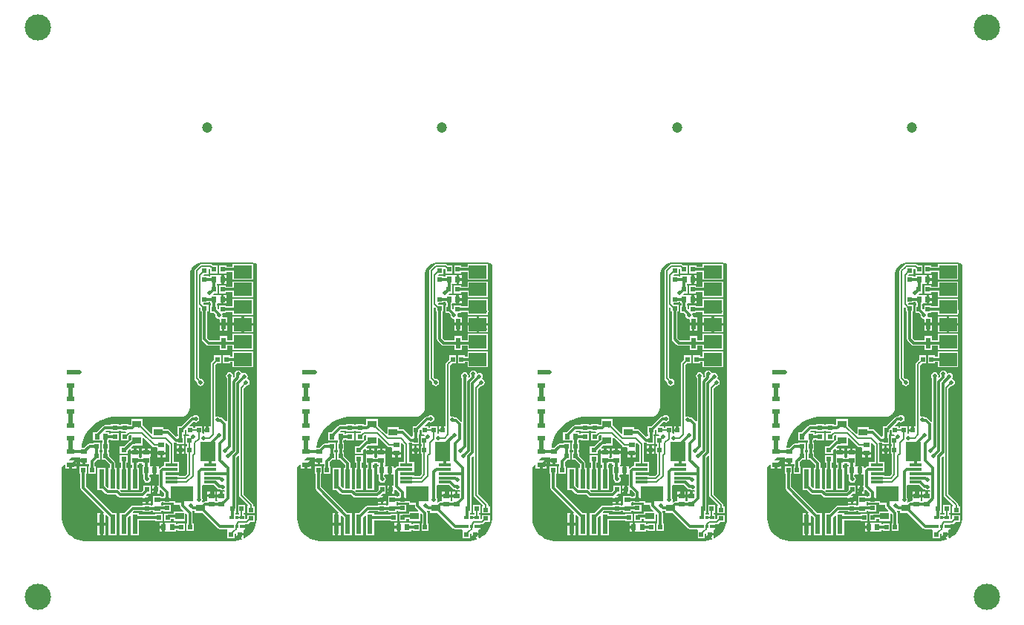
<source format=gbl>
G04*
G04 #@! TF.GenerationSoftware,Altium Limited,Altium Designer,20.1.14 (287)*
G04*
G04 Layer_Physical_Order=2*
G04 Layer_Color=16711680*
%FSAX25Y25*%
%MOIN*%
G70*
G04*
G04 #@! TF.SameCoordinates,1876172F-CBA1-4FB9-98D7-45F53F2F45AF*
G04*
G04*
G04 #@! TF.FilePolarity,Positive*
G04*
G01*
G75*
%ADD10C,0.01968*%
%ADD14R,0.03543X0.02362*%
%ADD18R,0.01968X0.02362*%
%ADD19R,0.03937X0.03150*%
%ADD20R,0.02362X0.01968*%
%ADD27C,0.01181*%
%ADD28C,0.00787*%
%ADD30C,0.11811*%
%ADD31C,0.01968*%
%ADD32C,0.04724*%
%ADD33R,0.07087X0.08661*%
%ADD34R,0.09843X0.07087*%
%ADD35R,0.02362X0.02520*%
%ADD36R,0.02520X0.02362*%
%ADD37R,0.02087X0.04921*%
%ADD38R,0.02362X0.08661*%
%ADD39R,0.02362X0.08661*%
%ADD40R,0.05709X0.01181*%
%ADD41R,0.01968X0.01575*%
%ADD42R,0.01181X0.01575*%
%ADD43R,0.07874X0.05906*%
G36*
X0749586Y0519132D02*
X0771852Y0519132D01*
X0771852Y0519132D01*
X0771852Y0519132D01*
X0771853D01*
X0772314Y0519108D01*
X0772866Y0518998D01*
X0773499Y0518736D01*
X0774068Y0518356D01*
X0774208Y0518216D01*
X0774208Y0512872D01*
X0774208Y0481376D01*
X0774208Y0466022D01*
X0774207Y0462085D01*
X0774207Y0462085D01*
X0774207Y0462085D01*
X0774207Y0404611D01*
X0774207Y0403910D01*
X0774024Y0402520D01*
X0773662Y0401166D01*
X0773125Y0399870D01*
X0772424Y0398656D01*
X0771571Y0397544D01*
X0770579Y0396553D01*
X0769467Y0395699D01*
X0768652Y0395229D01*
X0768152Y0395517D01*
Y0396373D01*
X0767140D01*
Y0395164D01*
X0767346D01*
X0767446Y0394664D01*
X0766958Y0394462D01*
X0765603Y0394099D01*
X0764213Y0393916D01*
X0763512Y0393916D01*
X0697375Y0393916D01*
X0696675D01*
X0695285Y0394099D01*
X0693932Y0394461D01*
X0692637Y0394998D01*
X0691424Y0395698D01*
X0690312Y0396551D01*
X0689321Y0397542D01*
X0688468Y0398654D01*
X0687768Y0399867D01*
X0687231Y0401162D01*
X0686869Y0402515D01*
X0686686Y0403905D01*
Y0404605D01*
X0686686Y0427182D01*
X0687832Y0428328D01*
X0688294Y0428136D01*
Y0426427D01*
X0690093D01*
Y0428227D01*
X0690683D01*
Y0428817D01*
X0693073D01*
Y0430026D01*
X0690183D01*
X0689992Y0430488D01*
X0690959Y0431455D01*
X0694711D01*
Y0430864D01*
X0696589D01*
Y0430274D01*
X0697179D01*
Y0428475D01*
X0698467D01*
Y0428475D01*
X0698918Y0428357D01*
Y0427645D01*
X0698548D01*
Y0424083D01*
X0701716D01*
Y0427645D01*
X0701346D01*
Y0429338D01*
X0702430Y0430422D01*
X0703882D01*
Y0433984D01*
X0703511D01*
Y0434713D01*
X0703882D01*
Y0438275D01*
X0700713D01*
Y0437708D01*
X0699109D01*
X0699109Y0437708D01*
X0698644Y0437616D01*
X0698250Y0437353D01*
X0696732Y0435834D01*
X0695769D01*
X0695439Y0436210D01*
X0695591Y0437363D01*
X0696110Y0439302D01*
X0696879Y0441157D01*
X0697882Y0442895D01*
X0699104Y0444488D01*
X0700524Y0445907D01*
X0702117Y0447130D01*
X0703856Y0448134D01*
X0705710Y0448902D01*
X0707650Y0449421D01*
X0709640Y0449683D01*
X0710644Y0449683D01*
X0739660Y0449683D01*
X0740100Y0449705D01*
X0740147Y0449714D01*
X0740963Y0449876D01*
X0741775Y0450213D01*
X0742507Y0450702D01*
X0743129Y0451324D01*
X0743618Y0452056D01*
X0743955Y0452869D01*
X0744126Y0453731D01*
X0744148Y0454171D01*
X0744148Y0513694D01*
X0744148Y0513694D01*
X0744148Y0513694D01*
X0744148Y0514230D01*
X0744357Y0515280D01*
X0744767Y0516270D01*
X0745362Y0517161D01*
X0746119Y0517918D01*
X0747010Y0518513D01*
X0748000Y0518923D01*
X0749050Y0519132D01*
X0749586Y0519132D01*
D02*
G37*
G36*
X0644073D02*
X0666339Y0519132D01*
X0666339Y0519132D01*
X0666339Y0519132D01*
X0666340D01*
X0666801Y0519108D01*
X0667353Y0518998D01*
X0667986Y0518736D01*
X0668555Y0518356D01*
X0668694Y0518216D01*
X0668695Y0512872D01*
X0668694Y0481376D01*
X0668694Y0466022D01*
X0668694Y0462085D01*
X0668694Y0462085D01*
X0668694Y0462085D01*
X0668694Y0404611D01*
X0668694Y0403910D01*
X0668511Y0402520D01*
X0668148Y0401166D01*
X0667612Y0399870D01*
X0666911Y0398656D01*
X0666057Y0397544D01*
X0665066Y0396553D01*
X0663954Y0395699D01*
X0663139Y0395229D01*
X0662639Y0395517D01*
Y0396373D01*
X0661627D01*
Y0395164D01*
X0661833D01*
X0661932Y0394664D01*
X0661444Y0394462D01*
X0660090Y0394099D01*
X0658700Y0393916D01*
X0657999Y0393916D01*
X0591862Y0393916D01*
X0591161D01*
X0589772Y0394099D01*
X0588419Y0394461D01*
X0587124Y0394998D01*
X0585911Y0395698D01*
X0584799Y0396551D01*
X0583808Y0397542D01*
X0582955Y0398654D01*
X0582255Y0399867D01*
X0581718Y0401162D01*
X0581355Y0402515D01*
X0581173Y0403905D01*
Y0404605D01*
X0581173Y0427182D01*
X0582318Y0428328D01*
X0582780Y0428136D01*
Y0426427D01*
X0584580D01*
Y0428227D01*
X0585170D01*
Y0428817D01*
X0587560D01*
Y0430026D01*
X0584670D01*
X0584479Y0430488D01*
X0585446Y0431455D01*
X0589198D01*
Y0430864D01*
X0591076D01*
Y0430274D01*
X0591666D01*
Y0428475D01*
X0592953D01*
Y0428475D01*
X0593405Y0428357D01*
Y0427645D01*
X0593035D01*
Y0424083D01*
X0596203D01*
Y0427645D01*
X0595833D01*
Y0429338D01*
X0596917Y0430422D01*
X0598369D01*
Y0433984D01*
X0597998D01*
Y0434713D01*
X0598369D01*
Y0438275D01*
X0595200D01*
Y0437708D01*
X0593595D01*
X0593595Y0437708D01*
X0593131Y0437616D01*
X0592737Y0437353D01*
X0591219Y0435834D01*
X0590256D01*
X0589926Y0436210D01*
X0590078Y0437363D01*
X0590597Y0439302D01*
X0591365Y0441157D01*
X0592369Y0442895D01*
X0593591Y0444488D01*
X0595011Y0445907D01*
X0596604Y0447130D01*
X0598342Y0448134D01*
X0600197Y0448902D01*
X0602136Y0449421D01*
X0604127Y0449683D01*
X0605130Y0449683D01*
X0634146Y0449683D01*
X0634586Y0449705D01*
X0634634Y0449714D01*
X0635449Y0449876D01*
X0636262Y0450213D01*
X0636994Y0450702D01*
X0637616Y0451324D01*
X0638105Y0452056D01*
X0638441Y0452869D01*
X0638613Y0453731D01*
X0638635Y0454171D01*
X0638635Y0513694D01*
X0638635Y0513694D01*
X0638635Y0513694D01*
X0638635Y0514230D01*
X0638844Y0515280D01*
X0639254Y0516270D01*
X0639849Y0517161D01*
X0640606Y0517918D01*
X0641497Y0518513D01*
X0642486Y0518923D01*
X0643537Y0519132D01*
X0644073Y0519132D01*
D02*
G37*
G36*
X0538559D02*
X0560826Y0519132D01*
X0560826Y0519132D01*
X0560826Y0519132D01*
X0560827D01*
X0561287Y0519108D01*
X0561840Y0518998D01*
X0562473Y0518736D01*
X0563042Y0518356D01*
X0563181Y0518216D01*
X0563181Y0512872D01*
X0563181Y0481376D01*
X0563181Y0466022D01*
X0563181Y0462085D01*
X0563181Y0462085D01*
X0563181Y0462085D01*
X0563181Y0404611D01*
X0563181Y0403910D01*
X0562998Y0402520D01*
X0562635Y0401166D01*
X0562099Y0399870D01*
X0561398Y0398656D01*
X0560544Y0397544D01*
X0559553Y0396553D01*
X0558440Y0395699D01*
X0557625Y0395229D01*
X0557125Y0395517D01*
Y0396373D01*
X0556114D01*
Y0395164D01*
X0556320D01*
X0556419Y0394664D01*
X0555931Y0394462D01*
X0554577Y0394099D01*
X0553187Y0393916D01*
X0552486Y0393916D01*
X0486349Y0393916D01*
X0485648D01*
X0484259Y0394099D01*
X0482905Y0394461D01*
X0481611Y0394998D01*
X0480397Y0395698D01*
X0479286Y0396551D01*
X0478295Y0397542D01*
X0477442Y0398654D01*
X0476741Y0399867D01*
X0476205Y0401162D01*
X0475842Y0402515D01*
X0475659Y0403905D01*
Y0404605D01*
X0475659Y0427182D01*
X0476805Y0428328D01*
X0477267Y0428136D01*
Y0426427D01*
X0479066D01*
Y0428227D01*
X0479657D01*
Y0428817D01*
X0482047D01*
Y0430026D01*
X0479157D01*
X0478965Y0430488D01*
X0479932Y0431455D01*
X0483684D01*
Y0430864D01*
X0485562D01*
Y0430274D01*
X0486153D01*
Y0428475D01*
X0487440D01*
Y0428475D01*
X0487892Y0428357D01*
Y0427645D01*
X0487522D01*
Y0424083D01*
X0490690D01*
Y0427645D01*
X0490320D01*
Y0429338D01*
X0491403Y0430422D01*
X0492855D01*
Y0433984D01*
X0492485D01*
Y0434713D01*
X0492855D01*
Y0438275D01*
X0489687D01*
Y0437708D01*
X0488082D01*
X0488082Y0437708D01*
X0487618Y0437616D01*
X0487224Y0437353D01*
X0485706Y0435834D01*
X0484742D01*
X0484413Y0436210D01*
X0484564Y0437363D01*
X0485084Y0439302D01*
X0485852Y0441157D01*
X0486856Y0442895D01*
X0488078Y0444488D01*
X0489498Y0445907D01*
X0491090Y0447130D01*
X0492829Y0448134D01*
X0494684Y0448902D01*
X0496623Y0449421D01*
X0498614Y0449683D01*
X0499617Y0449683D01*
X0528633Y0449683D01*
X0529073Y0449705D01*
X0529120Y0449714D01*
X0529936Y0449876D01*
X0530749Y0450213D01*
X0531481Y0450702D01*
X0532103Y0451324D01*
X0532591Y0452056D01*
X0532928Y0452869D01*
X0533100Y0453731D01*
X0533121Y0454171D01*
X0533121Y0513694D01*
X0533121Y0513694D01*
X0533121Y0513694D01*
X0533121Y0514230D01*
X0533330Y0515280D01*
X0533740Y0516270D01*
X0534336Y0517161D01*
X0535093Y0517918D01*
X0535984Y0518513D01*
X0536973Y0518923D01*
X0538024Y0519132D01*
X0538559Y0519132D01*
D02*
G37*
G36*
X0433046D02*
X0455313Y0519132D01*
X0455313Y0519132D01*
X0455313Y0519132D01*
X0455313D01*
X0455774Y0519108D01*
X0456327Y0518998D01*
X0456959Y0518736D01*
X0457529Y0518356D01*
X0457668Y0518216D01*
X0457668Y0512872D01*
X0457668Y0481376D01*
X0457668Y0466022D01*
X0457668Y0462085D01*
X0457668Y0462085D01*
X0457668Y0462085D01*
X0457668Y0404611D01*
X0457668Y0403910D01*
X0457485Y0402520D01*
X0457122Y0401166D01*
X0456585Y0399870D01*
X0455884Y0398656D01*
X0455031Y0397544D01*
X0454039Y0396553D01*
X0452927Y0395699D01*
X0452112Y0395229D01*
X0451612Y0395517D01*
Y0396373D01*
X0450600D01*
Y0395164D01*
X0450807D01*
X0450906Y0394664D01*
X0450418Y0394462D01*
X0449064Y0394099D01*
X0447674Y0393916D01*
X0446973Y0393916D01*
X0380836Y0393916D01*
X0380135D01*
X0378746Y0394099D01*
X0377392Y0394461D01*
X0376098Y0394998D01*
X0374884Y0395698D01*
X0373773Y0396551D01*
X0372782Y0397542D01*
X0371929Y0398654D01*
X0371228Y0399867D01*
X0370692Y0401162D01*
X0370329Y0402515D01*
X0370146Y0403905D01*
Y0404605D01*
X0370146Y0427182D01*
X0371292Y0428328D01*
X0371754Y0428136D01*
Y0426427D01*
X0373553D01*
Y0428227D01*
X0374144D01*
Y0428817D01*
X0376533D01*
Y0430026D01*
X0373643D01*
X0373452Y0430488D01*
X0374419Y0431455D01*
X0378171D01*
Y0430864D01*
X0380049D01*
Y0430274D01*
X0380640D01*
Y0428475D01*
X0381927D01*
Y0428475D01*
X0382379Y0428357D01*
Y0427645D01*
X0382008D01*
Y0424083D01*
X0385177D01*
Y0427645D01*
X0384806D01*
Y0429338D01*
X0385890Y0430422D01*
X0387342D01*
Y0433984D01*
X0386972D01*
Y0434713D01*
X0387342D01*
Y0438275D01*
X0384174D01*
Y0437708D01*
X0382569D01*
X0382569Y0437708D01*
X0382104Y0437616D01*
X0381711Y0437353D01*
X0380192Y0435834D01*
X0379229D01*
X0378900Y0436210D01*
X0379051Y0437363D01*
X0379571Y0439302D01*
X0380339Y0441157D01*
X0381343Y0442895D01*
X0382565Y0444488D01*
X0383984Y0445907D01*
X0385577Y0447130D01*
X0387316Y0448134D01*
X0389171Y0448902D01*
X0391110Y0449421D01*
X0393100Y0449683D01*
X0394104Y0449683D01*
X0423120Y0449683D01*
X0423560Y0449705D01*
X0423607Y0449714D01*
X0424423Y0449876D01*
X0425236Y0450213D01*
X0425967Y0450702D01*
X0426589Y0451324D01*
X0427078Y0452056D01*
X0427415Y0452869D01*
X0427587Y0453731D01*
X0427608Y0454171D01*
X0427608Y0513694D01*
X0427608Y0513694D01*
X0427608Y0513694D01*
X0427608Y0514230D01*
X0427817Y0515280D01*
X0428227Y0516270D01*
X0428822Y0517161D01*
X0429580Y0517918D01*
X0430470Y0518513D01*
X0431460Y0518923D01*
X0432511Y0519132D01*
X0433046Y0519132D01*
D02*
G37*
%LPC*%
G36*
X0772386Y0518511D02*
X0763312D01*
Y0517236D01*
X0760378D01*
Y0517803D01*
X0757209D01*
Y0514241D01*
X0760378D01*
Y0514808D01*
X0763312D01*
Y0511406D01*
X0772386D01*
Y0518511D01*
D02*
G37*
G36*
X0753361Y0518531D02*
X0749164D01*
X0748777Y0518454D01*
X0748448Y0518234D01*
X0748387Y0518174D01*
X0748374Y0518165D01*
X0747792Y0517583D01*
X0747783Y0517569D01*
X0746405Y0516191D01*
X0746185Y0515862D01*
X0746108Y0515475D01*
Y0467025D01*
X0746185Y0466637D01*
X0746405Y0466308D01*
X0747287Y0465426D01*
X0747257Y0465274D01*
X0747380Y0464656D01*
X0747730Y0464131D01*
X0748254Y0463781D01*
X0748872Y0463658D01*
X0749490Y0463781D01*
X0750014Y0464131D01*
X0750365Y0464656D01*
X0750488Y0465274D01*
X0750365Y0465892D01*
X0750014Y0466416D01*
X0749490Y0466766D01*
X0748872Y0466889D01*
X0748720Y0466859D01*
X0748134Y0467445D01*
Y0498816D01*
X0748596Y0499017D01*
X0748902Y0498770D01*
Y0497075D01*
X0749469D01*
Y0484801D01*
X0749469Y0484801D01*
X0749562Y0484337D01*
X0749825Y0483943D01*
X0751616Y0482152D01*
X0751616Y0482152D01*
X0752010Y0481888D01*
X0752475Y0481796D01*
X0757426D01*
Y0479949D01*
X0760712D01*
Y0481796D01*
X0763312D01*
Y0479910D01*
X0772386D01*
Y0487015D01*
X0763312D01*
Y0484224D01*
X0760712D01*
Y0486071D01*
X0757426D01*
Y0484224D01*
X0752978D01*
X0751897Y0485304D01*
Y0497075D01*
X0752464D01*
Y0500244D01*
X0750375D01*
X0750126Y0500551D01*
X0750327Y0501012D01*
X0752464D01*
Y0501402D01*
X0753194D01*
Y0500776D01*
X0753682D01*
Y0499968D01*
X0753233D01*
Y0496406D01*
X0754882D01*
X0755593Y0495694D01*
X0755539Y0495421D01*
X0755662Y0494803D01*
X0756012Y0494279D01*
X0756536Y0493929D01*
X0757154Y0493806D01*
X0757408Y0493598D01*
Y0492065D01*
X0759069D01*
X0760731D01*
Y0494553D01*
X0759035D01*
X0758696Y0495053D01*
X0758769Y0495421D01*
X0758673Y0495906D01*
X0758957Y0496406D01*
X0760338D01*
Y0496973D01*
X0763312D01*
Y0495658D01*
X0770314D01*
X0770395Y0495604D01*
X0771013Y0495481D01*
X0771631Y0495604D01*
X0771711Y0495658D01*
X0772386D01*
Y0496300D01*
X0772505Y0496478D01*
X0772628Y0497096D01*
X0772505Y0497715D01*
X0772386Y0497893D01*
Y0502764D01*
X0763312D01*
Y0499401D01*
X0760338D01*
Y0499968D01*
X0757170D01*
Y0498311D01*
X0756709Y0498111D01*
X0756401Y0498360D01*
Y0499968D01*
X0756218D01*
X0756152Y0500324D01*
X0756166Y0500468D01*
X0756610Y0500771D01*
X0756955Y0500758D01*
X0757248Y0500758D01*
X0758164D01*
Y0502636D01*
Y0504514D01*
X0757248D01*
X0756955Y0504514D01*
X0756463Y0504496D01*
X0754844D01*
X0754612Y0504923D01*
X0754869Y0505304D01*
X0756401D01*
Y0508866D01*
X0756240D01*
X0756175Y0509366D01*
X0756212Y0509403D01*
X0756630Y0509669D01*
X0756994Y0509656D01*
X0757288Y0509656D01*
X0758203D01*
Y0511534D01*
Y0513412D01*
X0757288D01*
X0756994Y0513412D01*
X0756502Y0513393D01*
X0753233D01*
Y0512747D01*
X0752464D01*
Y0513118D01*
X0750327D01*
X0750126Y0513579D01*
X0750375Y0513886D01*
X0752464D01*
Y0516315D01*
X0752964Y0516413D01*
X0753272Y0516118D01*
Y0514241D01*
X0756441D01*
Y0517803D01*
X0754508D01*
X0754077Y0518234D01*
X0753748Y0518454D01*
X0753361Y0518531D01*
D02*
G37*
G36*
X0759384Y0513412D02*
Y0512124D01*
X0760593D01*
Y0513412D01*
X0759384D01*
D02*
G37*
G36*
X0760593Y0510943D02*
X0759384D01*
Y0509656D01*
X0760593D01*
Y0510943D01*
D02*
G37*
G36*
X0772386Y0510638D02*
X0763312D01*
Y0508299D01*
X0760338D01*
Y0508866D01*
X0757170D01*
Y0505304D01*
X0760338D01*
Y0505871D01*
X0763312D01*
Y0503532D01*
X0772386D01*
Y0510638D01*
D02*
G37*
G36*
X0759345Y0504514D02*
Y0503227D01*
X0760553D01*
Y0504514D01*
X0759345D01*
D02*
G37*
G36*
X0760553Y0502045D02*
X0759345D01*
Y0500758D01*
X0760553D01*
Y0502045D01*
D02*
G37*
G36*
X0772404Y0494908D02*
X0768439D01*
Y0491927D01*
X0772404D01*
Y0494908D01*
D02*
G37*
G36*
X0767258D02*
X0763294D01*
Y0491927D01*
X0767258D01*
Y0494908D01*
D02*
G37*
G36*
X0760731Y0490884D02*
X0759660D01*
Y0488396D01*
X0760731D01*
Y0490884D01*
D02*
G37*
G36*
X0758479D02*
X0757408D01*
Y0488396D01*
X0758479D01*
Y0490884D01*
D02*
G37*
G36*
X0772404Y0490746D02*
X0768439D01*
Y0487766D01*
X0772404D01*
Y0490746D01*
D02*
G37*
G36*
X0767258D02*
X0763294D01*
Y0487766D01*
X0767258D01*
Y0490746D01*
D02*
G37*
G36*
X0772386Y0479141D02*
X0763312D01*
Y0476802D01*
X0762071D01*
Y0477370D01*
X0758902D01*
Y0473808D01*
X0762071D01*
Y0474375D01*
X0763312D01*
Y0472036D01*
X0772386D01*
Y0479141D01*
D02*
G37*
G36*
X0758134Y0477370D02*
X0754965D01*
Y0475437D01*
X0753668Y0474140D01*
X0753448Y0473811D01*
X0753371Y0473423D01*
Y0445498D01*
X0752573D01*
Y0443699D01*
X0751982D01*
Y0443108D01*
X0750380D01*
Y0442367D01*
X0750299Y0442241D01*
X0750079Y0442212D01*
X0749630Y0442610D01*
Y0445480D01*
X0746461D01*
Y0444712D01*
X0745693D01*
Y0445480D01*
X0744126D01*
X0743934Y0445942D01*
X0745563Y0447571D01*
X0745897D01*
X0746089Y0447443D01*
X0746707Y0447320D01*
X0747325Y0447443D01*
X0747849Y0447793D01*
X0748199Y0448317D01*
X0748322Y0448935D01*
X0748199Y0449553D01*
X0747849Y0450077D01*
X0747325Y0450427D01*
X0746707Y0450550D01*
X0746089Y0450427D01*
X0745565Y0450077D01*
X0745512Y0449998D01*
X0745060D01*
X0745060Y0449998D01*
X0744596Y0449906D01*
X0744202Y0449643D01*
X0740039Y0445480D01*
X0738587D01*
Y0441918D01*
X0738800D01*
Y0441031D01*
X0738272D01*
Y0441031D01*
X0737872Y0440865D01*
X0734967Y0443770D01*
X0734573Y0444033D01*
X0734108Y0444125D01*
X0734108Y0444125D01*
X0732346D01*
Y0445086D01*
X0727209D01*
Y0442251D01*
X0726747Y0442060D01*
X0722897Y0445910D01*
Y0448827D01*
X0717761D01*
Y0446194D01*
X0717582Y0446015D01*
X0716638D01*
Y0446385D01*
X0713075D01*
Y0446015D01*
X0712228D01*
Y0446385D01*
X0708666D01*
Y0446015D01*
X0705900D01*
X0705436Y0445923D01*
X0705042Y0445660D01*
X0705042Y0445660D01*
X0702148Y0442766D01*
X0702146Y0442764D01*
X0700634D01*
Y0439044D01*
X0703914D01*
X0704197Y0439044D01*
Y0439044D01*
X0704414D01*
Y0439044D01*
X0705001D01*
Y0438275D01*
X0704650D01*
Y0434713D01*
X0705021D01*
Y0433984D01*
X0704650D01*
Y0430422D01*
X0706102D01*
X0708229Y0428295D01*
Y0426858D01*
X0707662D01*
Y0417982D01*
X0707162Y0417775D01*
X0706224Y0418713D01*
Y0426858D01*
X0702662D01*
Y0416996D01*
X0704508D01*
X0706180Y0415324D01*
X0706180Y0415324D01*
X0706574Y0415061D01*
X0707038Y0414968D01*
X0710883D01*
X0712026Y0413825D01*
X0712026Y0413825D01*
X0712420Y0413562D01*
X0712885Y0413469D01*
X0722730D01*
X0722731Y0413469D01*
X0722979Y0413266D01*
Y0413148D01*
X0724778D01*
X0726577D01*
Y0414159D01*
X0724577D01*
X0724386Y0414621D01*
X0725028Y0415264D01*
X0726480D01*
Y0418826D01*
X0723312D01*
Y0416981D01*
X0722228Y0415897D01*
X0713387D01*
X0712788Y0416497D01*
X0712995Y0416996D01*
X0712997Y0416996D01*
X0712997Y0416996D01*
X0712997Y0416996D01*
X0716224D01*
Y0426858D01*
X0715647D01*
Y0429241D01*
X0716205D01*
Y0432409D01*
X0712642D01*
Y0429241D01*
X0713219D01*
Y0426858D01*
X0712662D01*
Y0417358D01*
X0712662Y0417330D01*
X0712621Y0417302D01*
X0712448Y0417182D01*
X0712162Y0417095D01*
X0711850Y0417304D01*
X0711385Y0417396D01*
X0711224Y0417844D01*
Y0426858D01*
X0710657D01*
Y0428797D01*
X0710657Y0428797D01*
X0710565Y0429262D01*
X0710301Y0429656D01*
X0707819Y0432138D01*
Y0433984D01*
X0707448D01*
Y0434713D01*
X0707819D01*
Y0438275D01*
X0707429D01*
Y0439044D01*
X0707976D01*
Y0439670D01*
X0708666D01*
Y0439280D01*
X0712228D01*
Y0442449D01*
X0708666D01*
Y0442098D01*
X0707976D01*
Y0442764D01*
X0706232D01*
X0706041Y0443225D01*
X0706403Y0443587D01*
X0708666D01*
Y0443217D01*
X0712228D01*
Y0443587D01*
X0713075D01*
Y0443217D01*
X0715213D01*
X0715414Y0442756D01*
X0715165Y0442449D01*
X0713075D01*
Y0439280D01*
X0716638D01*
Y0441016D01*
X0717245Y0441623D01*
X0717375D01*
X0717761Y0441346D01*
Y0439344D01*
X0717581Y0439309D01*
X0717187Y0439045D01*
X0717187Y0439045D01*
X0714488Y0436346D01*
X0712642D01*
Y0433178D01*
X0716205D01*
Y0434629D01*
X0717085Y0435510D01*
X0717585Y0435303D01*
Y0434447D01*
X0718872D01*
Y0435656D01*
X0717938D01*
X0717731Y0436156D01*
X0718548Y0436973D01*
X0719345D01*
X0719345Y0436973D01*
X0719462Y0436997D01*
X0722897D01*
Y0440226D01*
X0723359Y0440417D01*
X0727329Y0436447D01*
X0727658Y0436227D01*
X0728046Y0436150D01*
X0729139D01*
X0729476Y0435813D01*
X0729492Y0435650D01*
X0729475Y0435183D01*
X0729475Y0434890D01*
Y0433975D01*
X0733231D01*
Y0434890D01*
X0733231Y0435183D01*
X0733212Y0435676D01*
Y0437942D01*
X0733674Y0438133D01*
X0734828Y0436980D01*
Y0431763D01*
Y0429417D01*
X0732386D01*
Y0427773D01*
X0732005Y0427472D01*
X0731541Y0427379D01*
X0731147Y0427116D01*
X0731147Y0427116D01*
X0730620Y0426590D01*
X0730120Y0426797D01*
Y0427664D01*
X0728912D01*
Y0425785D01*
Y0423908D01*
X0730099D01*
Y0418845D01*
X0729424D01*
Y0417045D01*
Y0415246D01*
X0730435D01*
Y0416996D01*
X0730935Y0417203D01*
X0732698Y0415440D01*
Y0414220D01*
X0732131D01*
Y0413850D01*
X0731323D01*
Y0414220D01*
X0727603D01*
Y0410941D01*
X0727603Y0410658D01*
X0727603Y0410354D01*
X0727229Y0409854D01*
X0726559D01*
Y0410204D01*
X0722997D01*
Y0409834D01*
X0718459D01*
X0718459Y0409834D01*
X0717994Y0409742D01*
X0717601Y0409479D01*
X0714508Y0406386D01*
X0712662D01*
Y0396524D01*
X0716224D01*
Y0404669D01*
X0717200Y0405645D01*
X0717662Y0405453D01*
Y0396524D01*
X0721224D01*
Y0403272D01*
X0728587D01*
Y0402705D01*
X0731756D01*
Y0406267D01*
X0728587D01*
Y0405700D01*
X0721224D01*
Y0406386D01*
X0718594D01*
X0718403Y0406847D01*
X0718962Y0407406D01*
X0722997D01*
Y0407036D01*
X0726559D01*
Y0407426D01*
X0727603D01*
Y0406878D01*
X0731323D01*
Y0407465D01*
X0732131D01*
Y0407115D01*
X0735693D01*
Y0410283D01*
X0732131D01*
Y0410003D01*
X0731631Y0409939D01*
X0731323Y0410247D01*
Y0410441D01*
X0731323Y0410922D01*
X0731368Y0411422D01*
X0732131D01*
Y0411052D01*
X0735693D01*
Y0411122D01*
X0736894D01*
Y0410343D01*
X0739627D01*
Y0409683D01*
X0739627Y0409683D01*
X0739719Y0409219D01*
X0739983Y0408825D01*
X0741133Y0407674D01*
X0740942Y0407212D01*
X0736894D01*
Y0406251D01*
X0735693D01*
Y0406267D01*
X0732524D01*
Y0402705D01*
X0735693D01*
Y0403824D01*
X0736894D01*
Y0402863D01*
X0742031D01*
Y0406123D01*
X0742493Y0406314D01*
X0742934Y0405873D01*
Y0401937D01*
X0742564D01*
Y0398375D01*
X0745732D01*
Y0401937D01*
X0745362D01*
Y0406376D01*
X0745362Y0406376D01*
X0745269Y0406841D01*
X0745053Y0407164D01*
X0745127Y0407378D01*
X0745329Y0407619D01*
X0745605Y0407564D01*
X0745605Y0407564D01*
X0746343D01*
Y0406603D01*
X0749763D01*
X0756754Y0399612D01*
X0756754Y0399612D01*
X0757148Y0399349D01*
X0757612Y0399257D01*
X0757613Y0399257D01*
X0760748D01*
X0760799Y0399167D01*
X0761028Y0398744D01*
X0761028Y0398744D01*
X0761028Y0398744D01*
Y0395182D01*
X0764197D01*
Y0397159D01*
X0764447Y0397353D01*
X0764947Y0397125D01*
Y0395164D01*
X0765959D01*
Y0396963D01*
X0766549D01*
Y0397554D01*
X0768152D01*
Y0398762D01*
X0768526Y0399065D01*
X0768979D01*
Y0399880D01*
X0767376D01*
Y0401061D01*
X0768979D01*
Y0401346D01*
X0769619D01*
X0770007Y0401423D01*
X0770335Y0401643D01*
X0771162Y0402469D01*
X0773291D01*
Y0405638D01*
X0769729D01*
Y0404018D01*
X0769440Y0403791D01*
X0768961Y0404005D01*
Y0405795D01*
X0768311D01*
Y0406564D01*
X0768882D01*
Y0410126D01*
X0765713D01*
Y0406564D01*
X0766284D01*
Y0405795D01*
X0764397D01*
Y0406564D01*
X0764945D01*
Y0410126D01*
X0764938D01*
Y0431608D01*
X0765615Y0432284D01*
X0766076Y0432093D01*
Y0414497D01*
X0766154Y0414110D01*
X0766373Y0413781D01*
X0770080Y0410075D01*
X0769873Y0409575D01*
X0769729D01*
Y0406406D01*
X0773291D01*
Y0409575D01*
X0772523D01*
Y0410077D01*
X0772446Y0410465D01*
X0772226Y0410793D01*
X0768103Y0414917D01*
Y0462553D01*
X0769198Y0463648D01*
X0769345Y0463619D01*
X0769963Y0463742D01*
X0770487Y0464092D01*
X0770837Y0464616D01*
X0770960Y0465234D01*
X0770837Y0465852D01*
X0770487Y0466376D01*
X0769963Y0466727D01*
X0769821Y0467069D01*
X0769971Y0467293D01*
X0770094Y0467911D01*
X0769971Y0468530D01*
X0769621Y0469054D01*
X0769097Y0469404D01*
X0768479Y0469527D01*
X0767861Y0469404D01*
X0767712Y0469305D01*
X0767250Y0469496D01*
X0767215Y0469671D01*
X0766865Y0470195D01*
X0766341Y0470546D01*
X0765723Y0470669D01*
X0765105Y0470546D01*
X0764580Y0470195D01*
X0764230Y0469671D01*
X0764107Y0469053D01*
X0764230Y0468435D01*
X0764358Y0468244D01*
Y0467885D01*
X0763857Y0467384D01*
X0763751Y0467432D01*
X0763445Y0467679D01*
X0763548Y0468197D01*
X0763425Y0468816D01*
X0763075Y0469340D01*
X0762551Y0469690D01*
X0761933Y0469813D01*
X0761315Y0469690D01*
X0760791Y0469340D01*
X0760440Y0468816D01*
X0760318Y0468197D01*
X0760440Y0467579D01*
X0760729Y0467147D01*
Y0447848D01*
X0760229Y0447641D01*
X0758717Y0449154D01*
X0758323Y0449417D01*
X0757858Y0449509D01*
X0757858Y0449509D01*
X0757505D01*
X0757000Y0449847D01*
X0756382Y0449970D01*
X0755897Y0449873D01*
X0755397Y0450157D01*
Y0473004D01*
X0756201Y0473808D01*
X0758134D01*
Y0477370D01*
D02*
G37*
G36*
X0751392Y0445498D02*
X0750380D01*
Y0444289D01*
X0751392D01*
Y0445498D01*
D02*
G37*
G36*
X0721341Y0435656D02*
X0720053D01*
Y0434447D01*
X0721341D01*
Y0435656D01*
D02*
G37*
G36*
X0726380D02*
X0725093D01*
Y0434447D01*
X0726380D01*
Y0435656D01*
D02*
G37*
G36*
X0723912D02*
X0722624D01*
Y0434447D01*
X0723912D01*
Y0435656D01*
D02*
G37*
G36*
X0733231Y0432793D02*
X0731943D01*
Y0431585D01*
X0733231D01*
Y0432793D01*
D02*
G37*
G36*
X0730762D02*
X0729475D01*
Y0431585D01*
X0730762D01*
Y0432793D01*
D02*
G37*
G36*
X0726380Y0433266D02*
X0724502D01*
X0722624D01*
Y0432350D01*
X0722624Y0432057D01*
X0722634Y0431791D01*
X0722260Y0431291D01*
X0721705D01*
X0721331Y0431791D01*
X0721341Y0432057D01*
X0721341Y0432350D01*
Y0433266D01*
X0719463D01*
X0717585D01*
Y0432350D01*
X0717585Y0432057D01*
X0717603Y0431565D01*
Y0428296D01*
X0718249D01*
Y0426858D01*
X0717662D01*
Y0416996D01*
X0721224D01*
Y0426858D01*
X0720677D01*
Y0428296D01*
X0721323D01*
Y0428863D01*
X0722642D01*
Y0428296D01*
X0723328D01*
Y0427645D01*
X0722760D01*
Y0423926D01*
X0723328D01*
Y0422085D01*
X0723328Y0422085D01*
X0723363Y0421907D01*
X0723320Y0421691D01*
X0723443Y0421073D01*
X0723793Y0420549D01*
X0724317Y0420199D01*
X0724935Y0420076D01*
X0725553Y0420199D01*
X0726078Y0420549D01*
X0726428Y0421073D01*
X0726551Y0421691D01*
X0726428Y0422309D01*
X0726078Y0422833D01*
X0725756Y0423048D01*
Y0423543D01*
X0726256Y0423917D01*
X0726522Y0423908D01*
X0726815Y0423908D01*
X0727731D01*
Y0425785D01*
Y0427664D01*
X0726815D01*
X0726522Y0427664D01*
X0726256Y0427654D01*
X0726066Y0427796D01*
X0726232Y0428296D01*
X0726362D01*
Y0431565D01*
X0726380Y0432057D01*
X0726380Y0432350D01*
Y0433266D01*
D02*
G37*
G36*
X0695998Y0429683D02*
X0694711D01*
Y0428475D01*
X0695998D01*
Y0429683D01*
D02*
G37*
G36*
X0693073Y0427636D02*
X0691274D01*
Y0426427D01*
X0693073D01*
Y0427636D01*
D02*
G37*
G36*
X0728242Y0418845D02*
X0727231D01*
Y0417636D01*
X0728242D01*
Y0418845D01*
D02*
G37*
G36*
Y0416455D02*
X0727231D01*
Y0415246D01*
X0728242D01*
Y0416455D01*
D02*
G37*
G36*
X0726577Y0411967D02*
X0725368D01*
Y0410955D01*
X0726577D01*
Y0411967D01*
D02*
G37*
G36*
X0724187D02*
X0722979D01*
Y0410955D01*
X0724187D01*
Y0411967D01*
D02*
G37*
G36*
X0703853Y0406404D02*
X0702644D01*
Y0402045D01*
X0703853D01*
Y0406404D01*
D02*
G37*
G36*
X0731707Y0402034D02*
X0730498D01*
Y0400746D01*
X0731707D01*
Y0402034D01*
D02*
G37*
G36*
X0734097Y0402034D02*
X0733803Y0402034D01*
X0732888D01*
Y0400156D01*
Y0398278D01*
X0733803D01*
X0734097Y0398278D01*
X0734589Y0398296D01*
X0737858D01*
Y0398942D01*
X0738627D01*
Y0398375D01*
X0741795D01*
Y0401937D01*
X0738627D01*
Y0401369D01*
X0737858D01*
Y0402015D01*
X0734589D01*
X0734097Y0402034D01*
D02*
G37*
G36*
X0731707Y0399565D02*
X0730498D01*
Y0398278D01*
X0731707D01*
Y0399565D01*
D02*
G37*
G36*
X0697779Y0427645D02*
X0694611D01*
Y0424083D01*
X0694981D01*
Y0417852D01*
X0694981Y0417852D01*
X0695074Y0417388D01*
X0695337Y0416994D01*
X0705465Y0406866D01*
X0705274Y0406404D01*
X0705034D01*
Y0402045D01*
X0706242D01*
Y0405435D01*
X0706704Y0405627D01*
X0707662Y0404669D01*
Y0396524D01*
X0711224D01*
Y0406386D01*
X0709379D01*
X0697409Y0418355D01*
Y0424083D01*
X0697779D01*
Y0427645D01*
D02*
G37*
G36*
X0706242Y0400864D02*
X0705034D01*
Y0396506D01*
X0706242D01*
Y0400864D01*
D02*
G37*
G36*
X0703853D02*
X0702644D01*
Y0396506D01*
X0703853D01*
Y0400864D01*
D02*
G37*
%LPD*%
G36*
X0742524Y0443772D02*
Y0441918D01*
X0743658D01*
X0743915Y0441506D01*
X0743910Y0441418D01*
X0743833Y0441031D01*
X0742209D01*
Y0437469D01*
X0742780D01*
Y0436661D01*
X0742209D01*
Y0433099D01*
X0742780D01*
Y0424249D01*
X0741866Y0423334D01*
X0739313D01*
Y0423699D01*
X0735841D01*
Y0424880D01*
X0739313D01*
Y0425498D01*
X0739295D01*
Y0429417D01*
X0736854D01*
Y0431763D01*
Y0437400D01*
X0736777Y0437787D01*
X0736665Y0437955D01*
X0737025Y0438316D01*
X0737305Y0438129D01*
X0737770Y0438036D01*
X0737770Y0438036D01*
X0738272D01*
Y0437469D01*
X0741441D01*
Y0441031D01*
X0741228D01*
Y0441918D01*
X0741756D01*
Y0443723D01*
X0742063Y0443972D01*
X0742524Y0443772D01*
D02*
G37*
G36*
X0753164Y0419139D02*
X0754925D01*
X0756466Y0417597D01*
X0756859Y0417334D01*
X0757324Y0417242D01*
X0757324Y0417242D01*
X0757520D01*
X0757573Y0417163D01*
X0758097Y0416813D01*
X0758715Y0416690D01*
X0759333Y0416813D01*
X0759442Y0416886D01*
X0759942Y0416618D01*
Y0416089D01*
X0758833D01*
Y0414290D01*
X0758242D01*
Y0413699D01*
X0756364D01*
Y0412490D01*
X0756364D01*
X0756364Y0412490D01*
X0756374Y0412224D01*
X0756109Y0411870D01*
X0755883Y0411824D01*
X0755583Y0412224D01*
X0755593Y0412490D01*
X0755593Y0412783D01*
Y0413699D01*
X0753715D01*
X0751837D01*
Y0412783D01*
X0751837Y0412490D01*
X0751847Y0412224D01*
X0751472Y0411724D01*
X0750982D01*
X0750982Y0411724D01*
X0750517Y0411631D01*
X0750123Y0411368D01*
X0750123Y0411368D01*
X0750063Y0411308D01*
X0749953Y0411327D01*
X0749747Y0411643D01*
X0749676Y0411880D01*
X0749779Y0412400D01*
X0749656Y0413018D01*
X0749377Y0413435D01*
Y0418799D01*
X0749709Y0419162D01*
X0753046D01*
X0753164Y0419139D01*
D02*
G37*
%LPC*%
G36*
X0741459Y0436679D02*
X0740447D01*
Y0435470D01*
X0741459D01*
Y0436679D01*
D02*
G37*
G36*
X0739266D02*
X0738254D01*
Y0435470D01*
X0739266D01*
Y0436679D01*
D02*
G37*
G36*
X0741459Y0434289D02*
X0740447D01*
Y0433081D01*
X0741459D01*
Y0434289D01*
D02*
G37*
G36*
X0739266D02*
X0738254D01*
Y0433081D01*
X0739266D01*
Y0434289D01*
D02*
G37*
G36*
X0755593Y0416089D02*
X0754305D01*
Y0414880D01*
X0755593D01*
Y0416089D01*
D02*
G37*
G36*
X0757652D02*
X0756364D01*
Y0414880D01*
X0757652D01*
Y0416089D01*
D02*
G37*
G36*
X0753124D02*
X0751837D01*
Y0414880D01*
X0753124D01*
Y0416089D01*
D02*
G37*
G36*
X0666873Y0518511D02*
X0657798D01*
Y0517236D01*
X0654865D01*
Y0517803D01*
X0651696D01*
Y0514241D01*
X0654865D01*
Y0514808D01*
X0657798D01*
Y0511406D01*
X0666873D01*
Y0518511D01*
D02*
G37*
G36*
X0647847Y0518531D02*
X0643651D01*
X0643263Y0518454D01*
X0642935Y0518234D01*
X0642874Y0518174D01*
X0642861Y0518165D01*
X0642279Y0517583D01*
X0642270Y0517569D01*
X0640892Y0516191D01*
X0640672Y0515862D01*
X0640595Y0515475D01*
Y0467025D01*
X0640672Y0466637D01*
X0640892Y0466308D01*
X0641774Y0465426D01*
X0641744Y0465274D01*
X0641867Y0464656D01*
X0642217Y0464131D01*
X0642741Y0463781D01*
X0643359Y0463658D01*
X0643977Y0463781D01*
X0644501Y0464131D01*
X0644851Y0464656D01*
X0644974Y0465274D01*
X0644851Y0465892D01*
X0644501Y0466416D01*
X0643977Y0466766D01*
X0643359Y0466889D01*
X0643207Y0466859D01*
X0642621Y0467445D01*
Y0498816D01*
X0643083Y0499017D01*
X0643389Y0498770D01*
Y0497075D01*
X0643956D01*
Y0484801D01*
X0643956Y0484801D01*
X0644049Y0484337D01*
X0644312Y0483943D01*
X0646103Y0482152D01*
X0646103Y0482152D01*
X0646497Y0481888D01*
X0646961Y0481796D01*
X0651913D01*
Y0479949D01*
X0655199D01*
Y0481796D01*
X0657798D01*
Y0479910D01*
X0666873D01*
Y0487015D01*
X0657798D01*
Y0484224D01*
X0655199D01*
Y0486071D01*
X0651913D01*
Y0484224D01*
X0647464D01*
X0646384Y0485304D01*
Y0497075D01*
X0646951D01*
Y0500244D01*
X0644862D01*
X0644613Y0500551D01*
X0644814Y0501012D01*
X0646951D01*
Y0501402D01*
X0647680D01*
Y0500776D01*
X0648169D01*
Y0499968D01*
X0647720D01*
Y0496406D01*
X0649368D01*
X0650080Y0495694D01*
X0650026Y0495421D01*
X0650148Y0494803D01*
X0650499Y0494279D01*
X0651023Y0493929D01*
X0651641Y0493806D01*
X0651895Y0493598D01*
Y0492065D01*
X0653556D01*
X0655217D01*
Y0494553D01*
X0653522D01*
X0653183Y0495053D01*
X0653256Y0495421D01*
X0653160Y0495906D01*
X0653444Y0496406D01*
X0654825D01*
Y0496973D01*
X0657798D01*
Y0495658D01*
X0664801D01*
X0664881Y0495604D01*
X0665499Y0495481D01*
X0666118Y0495604D01*
X0666198Y0495658D01*
X0666873D01*
Y0496300D01*
X0666992Y0496478D01*
X0667115Y0497096D01*
X0666992Y0497715D01*
X0666873Y0497893D01*
Y0502764D01*
X0657798D01*
Y0499401D01*
X0654825D01*
Y0499968D01*
X0651657D01*
Y0498311D01*
X0651195Y0498111D01*
X0650888Y0498360D01*
Y0499968D01*
X0650705D01*
X0650639Y0500324D01*
X0650653Y0500468D01*
X0651097Y0500771D01*
X0651442Y0500758D01*
X0651735Y0500758D01*
X0652650D01*
Y0502636D01*
Y0504514D01*
X0651735D01*
X0651442Y0504514D01*
X0650949Y0504496D01*
X0649331D01*
X0649099Y0504923D01*
X0649355Y0505304D01*
X0650888D01*
Y0508866D01*
X0650727D01*
X0650662Y0509366D01*
X0650699Y0509403D01*
X0651116Y0509669D01*
X0651481Y0509656D01*
X0651774Y0509656D01*
X0652690D01*
Y0511534D01*
Y0513412D01*
X0651774D01*
X0651481Y0513412D01*
X0650989Y0513393D01*
X0647720D01*
Y0512747D01*
X0646951D01*
Y0513118D01*
X0644814D01*
X0644613Y0513579D01*
X0644862Y0513886D01*
X0646951D01*
Y0516315D01*
X0647451Y0516413D01*
X0647759Y0516118D01*
Y0514241D01*
X0650928D01*
Y0517803D01*
X0648995D01*
X0648564Y0518234D01*
X0648235Y0518454D01*
X0647847Y0518531D01*
D02*
G37*
G36*
X0653871Y0513412D02*
Y0512124D01*
X0655080D01*
Y0513412D01*
X0653871D01*
D02*
G37*
G36*
X0655080Y0510943D02*
X0653871D01*
Y0509656D01*
X0655080D01*
Y0510943D01*
D02*
G37*
G36*
X0666873Y0510638D02*
X0657798D01*
Y0508299D01*
X0654825D01*
Y0508866D01*
X0651657D01*
Y0505304D01*
X0654825D01*
Y0505871D01*
X0657798D01*
Y0503532D01*
X0666873D01*
Y0510638D01*
D02*
G37*
G36*
X0653831Y0504514D02*
Y0503227D01*
X0655040D01*
Y0504514D01*
X0653831D01*
D02*
G37*
G36*
X0655040Y0502045D02*
X0653831D01*
Y0500758D01*
X0655040D01*
Y0502045D01*
D02*
G37*
G36*
X0666891Y0494908D02*
X0662926D01*
Y0491927D01*
X0666891D01*
Y0494908D01*
D02*
G37*
G36*
X0661745D02*
X0657780D01*
Y0491927D01*
X0661745D01*
Y0494908D01*
D02*
G37*
G36*
X0655217Y0490884D02*
X0654146D01*
Y0488396D01*
X0655217D01*
Y0490884D01*
D02*
G37*
G36*
X0652965D02*
X0651895D01*
Y0488396D01*
X0652965D01*
Y0490884D01*
D02*
G37*
G36*
X0666891Y0490746D02*
X0662926D01*
Y0487766D01*
X0666891D01*
Y0490746D01*
D02*
G37*
G36*
X0661745D02*
X0657780D01*
Y0487766D01*
X0661745D01*
Y0490746D01*
D02*
G37*
G36*
X0666873Y0479141D02*
X0657798D01*
Y0476802D01*
X0656558D01*
Y0477370D01*
X0653389D01*
Y0473808D01*
X0656558D01*
Y0474375D01*
X0657798D01*
Y0472036D01*
X0666873D01*
Y0479141D01*
D02*
G37*
G36*
X0652621Y0477370D02*
X0649452D01*
Y0475437D01*
X0648154Y0474140D01*
X0647935Y0473811D01*
X0647858Y0473423D01*
Y0445498D01*
X0647060D01*
Y0443699D01*
X0646469D01*
Y0443108D01*
X0644867D01*
Y0442367D01*
X0644785Y0442241D01*
X0644566Y0442212D01*
X0644117Y0442610D01*
Y0445480D01*
X0640948D01*
Y0444712D01*
X0640180D01*
Y0445480D01*
X0638613D01*
X0638421Y0445942D01*
X0640050Y0447571D01*
X0640384D01*
X0640576Y0447443D01*
X0641194Y0447320D01*
X0641812Y0447443D01*
X0642336Y0447793D01*
X0642686Y0448317D01*
X0642809Y0448935D01*
X0642686Y0449553D01*
X0642336Y0450077D01*
X0641812Y0450427D01*
X0641194Y0450550D01*
X0640576Y0450427D01*
X0640052Y0450077D01*
X0639999Y0449998D01*
X0639547D01*
X0639547Y0449998D01*
X0639082Y0449906D01*
X0638689Y0449643D01*
X0634526Y0445480D01*
X0633074D01*
Y0441918D01*
X0633287D01*
Y0441031D01*
X0632759D01*
Y0441031D01*
X0632358Y0440865D01*
X0629454Y0443770D01*
X0629060Y0444033D01*
X0628595Y0444125D01*
X0628595Y0444125D01*
X0626833D01*
Y0445086D01*
X0621696D01*
Y0442251D01*
X0621234Y0442060D01*
X0617384Y0445910D01*
Y0448827D01*
X0612247D01*
Y0446194D01*
X0612069Y0446015D01*
X0611124D01*
Y0446385D01*
X0607562D01*
Y0446015D01*
X0606715D01*
Y0446385D01*
X0603153D01*
Y0446015D01*
X0600387D01*
X0599922Y0445923D01*
X0599529Y0445660D01*
X0599528Y0445660D01*
X0596635Y0442766D01*
X0596633Y0442764D01*
X0595121D01*
Y0439044D01*
X0598401D01*
X0598684Y0439044D01*
Y0439044D01*
X0598901D01*
Y0439044D01*
X0599488D01*
Y0438275D01*
X0599137D01*
Y0434713D01*
X0599507D01*
Y0433984D01*
X0599137D01*
Y0430422D01*
X0600589D01*
X0602716Y0428295D01*
Y0426858D01*
X0602149D01*
Y0417982D01*
X0601649Y0417775D01*
X0600711Y0418713D01*
Y0426858D01*
X0597149D01*
Y0416996D01*
X0598994D01*
X0600667Y0415324D01*
X0600667Y0415324D01*
X0601061Y0415061D01*
X0601525Y0414968D01*
X0605370D01*
X0606513Y0413825D01*
X0606513Y0413825D01*
X0606907Y0413562D01*
X0607372Y0413469D01*
X0617217D01*
X0617217Y0413469D01*
X0617465Y0413266D01*
Y0413148D01*
X0619265D01*
X0621064D01*
Y0414159D01*
X0619064D01*
X0618872Y0414621D01*
X0619515Y0415264D01*
X0620967D01*
Y0418826D01*
X0617798D01*
Y0416981D01*
X0616714Y0415897D01*
X0607874D01*
X0607275Y0416497D01*
X0607482Y0416996D01*
X0607484Y0416996D01*
X0607484Y0416996D01*
X0607484Y0416996D01*
X0610711D01*
Y0426858D01*
X0610134D01*
Y0429241D01*
X0610691D01*
Y0432409D01*
X0607129D01*
Y0429241D01*
X0607706D01*
Y0426858D01*
X0607149D01*
Y0417358D01*
X0607149Y0417330D01*
X0607108Y0417302D01*
X0606935Y0417182D01*
X0606649Y0417095D01*
X0606337Y0417304D01*
X0605872Y0417396D01*
X0605711Y0417844D01*
Y0426858D01*
X0605144D01*
Y0428797D01*
X0605144Y0428797D01*
X0605051Y0429262D01*
X0604788Y0429656D01*
X0602306Y0432138D01*
Y0433984D01*
X0601935D01*
Y0434713D01*
X0602306D01*
Y0438275D01*
X0601916D01*
Y0439044D01*
X0602463D01*
Y0439670D01*
X0603153D01*
Y0439280D01*
X0606715D01*
Y0442449D01*
X0603153D01*
Y0442098D01*
X0602463D01*
Y0442764D01*
X0600719D01*
X0600528Y0443225D01*
X0600890Y0443587D01*
X0603153D01*
Y0443217D01*
X0606715D01*
Y0443587D01*
X0607562D01*
Y0443217D01*
X0609700D01*
X0609901Y0442756D01*
X0609651Y0442449D01*
X0607562D01*
Y0439280D01*
X0611124D01*
Y0441016D01*
X0611731Y0441623D01*
X0611862D01*
X0612247Y0441346D01*
Y0439344D01*
X0612068Y0439309D01*
X0611674Y0439045D01*
X0611674Y0439045D01*
X0608975Y0436346D01*
X0607129D01*
Y0433178D01*
X0610691D01*
Y0434629D01*
X0611572Y0435510D01*
X0612072Y0435303D01*
Y0434447D01*
X0613359D01*
Y0435656D01*
X0612425D01*
X0612218Y0436156D01*
X0613035Y0436973D01*
X0613832D01*
X0613832Y0436973D01*
X0613949Y0436997D01*
X0617384D01*
Y0440226D01*
X0617846Y0440417D01*
X0621816Y0436447D01*
X0622145Y0436227D01*
X0622533Y0436150D01*
X0623626D01*
X0623963Y0435813D01*
X0623979Y0435650D01*
X0623961Y0435183D01*
X0623961Y0434890D01*
Y0433975D01*
X0627717D01*
Y0434890D01*
X0627717Y0435183D01*
X0627699Y0435676D01*
Y0437942D01*
X0628161Y0438133D01*
X0629314Y0436980D01*
Y0431763D01*
Y0429417D01*
X0626873D01*
Y0427773D01*
X0626492Y0427472D01*
X0626027Y0427379D01*
X0625634Y0427116D01*
X0625633Y0427116D01*
X0625107Y0426590D01*
X0624607Y0426797D01*
Y0427664D01*
X0623398D01*
Y0425785D01*
Y0423908D01*
X0624586D01*
Y0418845D01*
X0623910D01*
Y0417045D01*
Y0415246D01*
X0624922D01*
Y0416996D01*
X0625422Y0417203D01*
X0627185Y0415440D01*
Y0414220D01*
X0626617D01*
Y0413850D01*
X0625809D01*
Y0414220D01*
X0622090D01*
Y0410941D01*
X0622090Y0410658D01*
X0622090Y0410354D01*
X0621716Y0409854D01*
X0621046D01*
Y0410204D01*
X0617484D01*
Y0409834D01*
X0612946D01*
X0612946Y0409834D01*
X0612481Y0409742D01*
X0612087Y0409479D01*
X0608994Y0406386D01*
X0607149D01*
Y0396524D01*
X0610711D01*
Y0404669D01*
X0611687Y0405645D01*
X0612149Y0405453D01*
Y0396524D01*
X0615711D01*
Y0403272D01*
X0623074D01*
Y0402705D01*
X0626242D01*
Y0406267D01*
X0623074D01*
Y0405700D01*
X0615711D01*
Y0406386D01*
X0613081D01*
X0612890Y0406847D01*
X0613448Y0407406D01*
X0617484D01*
Y0407036D01*
X0621046D01*
Y0407426D01*
X0622090D01*
Y0406878D01*
X0625809D01*
Y0407465D01*
X0626617D01*
Y0407115D01*
X0630180D01*
Y0410283D01*
X0626617D01*
Y0410003D01*
X0626117Y0409939D01*
X0625809Y0410247D01*
Y0410441D01*
X0625809Y0410922D01*
X0625854Y0411422D01*
X0626617D01*
Y0411052D01*
X0630180D01*
Y0411122D01*
X0631381D01*
Y0410343D01*
X0634114D01*
Y0409683D01*
X0634114Y0409683D01*
X0634206Y0409219D01*
X0634469Y0408825D01*
X0635620Y0407674D01*
X0635428Y0407212D01*
X0631381D01*
Y0406251D01*
X0630180D01*
Y0406267D01*
X0627011D01*
Y0402705D01*
X0630180D01*
Y0403824D01*
X0631381D01*
Y0402863D01*
X0636518D01*
Y0406123D01*
X0636980Y0406314D01*
X0637421Y0405873D01*
Y0401937D01*
X0637050D01*
Y0398375D01*
X0640219D01*
Y0401937D01*
X0639849D01*
Y0406376D01*
X0639849Y0406376D01*
X0639756Y0406841D01*
X0639540Y0407164D01*
X0639614Y0407378D01*
X0639816Y0407619D01*
X0640091Y0407564D01*
X0640091Y0407564D01*
X0640830D01*
Y0406603D01*
X0644250D01*
X0651241Y0399612D01*
X0651241Y0399612D01*
X0651635Y0399349D01*
X0652099Y0399257D01*
X0652099Y0399257D01*
X0655234D01*
X0655286Y0399167D01*
X0655515Y0398744D01*
X0655515Y0398744D01*
X0655515Y0398744D01*
Y0395182D01*
X0658683D01*
Y0397159D01*
X0658934Y0397353D01*
X0659434Y0397125D01*
Y0395164D01*
X0660446D01*
Y0396963D01*
X0661036D01*
Y0397554D01*
X0662639D01*
Y0398762D01*
X0663013Y0399065D01*
X0663465D01*
Y0399880D01*
X0661863D01*
Y0401061D01*
X0663465D01*
Y0401346D01*
X0664106D01*
X0664494Y0401423D01*
X0664822Y0401643D01*
X0665649Y0402469D01*
X0667778D01*
Y0405638D01*
X0664216D01*
Y0404018D01*
X0663927Y0403791D01*
X0663447Y0404005D01*
Y0405795D01*
X0662797D01*
Y0406564D01*
X0663369D01*
Y0410126D01*
X0660200D01*
Y0406564D01*
X0660771D01*
Y0405795D01*
X0658884D01*
Y0406564D01*
X0659432D01*
Y0410126D01*
X0659425D01*
Y0431608D01*
X0660101Y0432284D01*
X0660563Y0432093D01*
Y0414497D01*
X0660640Y0414110D01*
X0660860Y0413781D01*
X0664567Y0410075D01*
X0664359Y0409575D01*
X0664216D01*
Y0406406D01*
X0667778D01*
Y0409575D01*
X0667010D01*
Y0410077D01*
X0666933Y0410465D01*
X0666713Y0410793D01*
X0662590Y0414917D01*
Y0462553D01*
X0663685Y0463648D01*
X0663832Y0463619D01*
X0664450Y0463742D01*
X0664974Y0464092D01*
X0665324Y0464616D01*
X0665447Y0465234D01*
X0665324Y0465852D01*
X0664974Y0466376D01*
X0664450Y0466727D01*
X0664308Y0467069D01*
X0664458Y0467293D01*
X0664581Y0467911D01*
X0664458Y0468530D01*
X0664108Y0469054D01*
X0663584Y0469404D01*
X0662965Y0469527D01*
X0662347Y0469404D01*
X0662199Y0469305D01*
X0661737Y0469496D01*
X0661702Y0469671D01*
X0661352Y0470195D01*
X0660828Y0470546D01*
X0660210Y0470669D01*
X0659591Y0470546D01*
X0659067Y0470195D01*
X0658717Y0469671D01*
X0658594Y0469053D01*
X0658717Y0468435D01*
X0658845Y0468244D01*
Y0467885D01*
X0658344Y0467384D01*
X0658237Y0467432D01*
X0657932Y0467679D01*
X0658035Y0468197D01*
X0657912Y0468816D01*
X0657562Y0469340D01*
X0657038Y0469690D01*
X0656420Y0469813D01*
X0655801Y0469690D01*
X0655277Y0469340D01*
X0654927Y0468816D01*
X0654804Y0468197D01*
X0654927Y0467579D01*
X0655216Y0467147D01*
Y0447848D01*
X0654716Y0447641D01*
X0653203Y0449154D01*
X0652810Y0449417D01*
X0652345Y0449509D01*
X0652345Y0449509D01*
X0651992D01*
X0651487Y0449847D01*
X0650869Y0449970D01*
X0650384Y0449873D01*
X0649884Y0450157D01*
Y0473004D01*
X0650688Y0473808D01*
X0652621D01*
Y0477370D01*
D02*
G37*
G36*
X0645879Y0445498D02*
X0644867D01*
Y0444289D01*
X0645879D01*
Y0445498D01*
D02*
G37*
G36*
X0615828Y0435656D02*
X0614540D01*
Y0434447D01*
X0615828D01*
Y0435656D01*
D02*
G37*
G36*
X0620867D02*
X0619580D01*
Y0434447D01*
X0620867D01*
Y0435656D01*
D02*
G37*
G36*
X0618398D02*
X0617111D01*
Y0434447D01*
X0618398D01*
Y0435656D01*
D02*
G37*
G36*
X0627717Y0432793D02*
X0626430D01*
Y0431585D01*
X0627717D01*
Y0432793D01*
D02*
G37*
G36*
X0625249D02*
X0623961D01*
Y0431585D01*
X0625249D01*
Y0432793D01*
D02*
G37*
G36*
X0620867Y0433266D02*
X0618989D01*
X0617111D01*
Y0432350D01*
X0617111Y0432057D01*
X0617121Y0431791D01*
X0616747Y0431291D01*
X0616192D01*
X0615818Y0431791D01*
X0615828Y0432057D01*
X0615828Y0432350D01*
Y0433266D01*
X0613950D01*
X0612072D01*
Y0432350D01*
X0612072Y0432057D01*
X0612090Y0431565D01*
Y0428296D01*
X0612736D01*
Y0426858D01*
X0612149D01*
Y0416996D01*
X0615711D01*
Y0426858D01*
X0615164D01*
Y0428296D01*
X0615809D01*
Y0428863D01*
X0617129D01*
Y0428296D01*
X0617814D01*
Y0427645D01*
X0617247D01*
Y0423926D01*
X0617814D01*
Y0422085D01*
X0617814Y0422085D01*
X0617850Y0421907D01*
X0617807Y0421691D01*
X0617930Y0421073D01*
X0618280Y0420549D01*
X0618804Y0420199D01*
X0619422Y0420076D01*
X0620040Y0420199D01*
X0620564Y0420549D01*
X0620914Y0421073D01*
X0621037Y0421691D01*
X0620914Y0422309D01*
X0620564Y0422833D01*
X0620242Y0423048D01*
Y0423543D01*
X0620742Y0423917D01*
X0621009Y0423908D01*
X0621302Y0423908D01*
X0622217D01*
Y0425785D01*
Y0427664D01*
X0621302D01*
X0621009Y0427664D01*
X0620742Y0427654D01*
X0620552Y0427796D01*
X0620719Y0428296D01*
X0620849D01*
Y0431565D01*
X0620867Y0432057D01*
X0620867Y0432350D01*
Y0433266D01*
D02*
G37*
G36*
X0590485Y0429683D02*
X0589198D01*
Y0428475D01*
X0590485D01*
Y0429683D01*
D02*
G37*
G36*
X0587560Y0427636D02*
X0585761D01*
Y0426427D01*
X0587560D01*
Y0427636D01*
D02*
G37*
G36*
X0622729Y0418845D02*
X0621717D01*
Y0417636D01*
X0622729D01*
Y0418845D01*
D02*
G37*
G36*
Y0416455D02*
X0621717D01*
Y0415246D01*
X0622729D01*
Y0416455D01*
D02*
G37*
G36*
X0621064Y0411967D02*
X0619855D01*
Y0410955D01*
X0621064D01*
Y0411967D01*
D02*
G37*
G36*
X0618674D02*
X0617465D01*
Y0410955D01*
X0618674D01*
Y0411967D01*
D02*
G37*
G36*
X0598339Y0406404D02*
X0597131D01*
Y0402045D01*
X0598339D01*
Y0406404D01*
D02*
G37*
G36*
X0626194Y0402034D02*
X0624985D01*
Y0400746D01*
X0626194D01*
Y0402034D01*
D02*
G37*
G36*
X0628583Y0402034D02*
X0628290Y0402034D01*
X0627375D01*
Y0400156D01*
Y0398278D01*
X0628290D01*
X0628583Y0398278D01*
X0629076Y0398296D01*
X0632345D01*
Y0398942D01*
X0633113D01*
Y0398375D01*
X0636282D01*
Y0401937D01*
X0633113D01*
Y0401369D01*
X0632345D01*
Y0402015D01*
X0629076D01*
X0628583Y0402034D01*
D02*
G37*
G36*
X0626194Y0399565D02*
X0624985D01*
Y0398278D01*
X0626194D01*
Y0399565D01*
D02*
G37*
G36*
X0592266Y0427645D02*
X0589098D01*
Y0424083D01*
X0589468D01*
Y0417852D01*
X0589468Y0417852D01*
X0589560Y0417388D01*
X0589824Y0416994D01*
X0599952Y0406866D01*
X0599761Y0406404D01*
X0599520D01*
Y0402045D01*
X0600729D01*
Y0405435D01*
X0601191Y0405627D01*
X0602149Y0404669D01*
Y0396524D01*
X0605711D01*
Y0406386D01*
X0603865D01*
X0591896Y0418355D01*
Y0424083D01*
X0592266D01*
Y0427645D01*
D02*
G37*
G36*
X0600729Y0400864D02*
X0599520D01*
Y0396506D01*
X0600729D01*
Y0400864D01*
D02*
G37*
G36*
X0598339D02*
X0597131D01*
Y0396506D01*
X0598339D01*
Y0400864D01*
D02*
G37*
%LPD*%
G36*
X0637011Y0443772D02*
Y0441918D01*
X0638145D01*
X0638401Y0441506D01*
X0638397Y0441418D01*
X0638320Y0441031D01*
X0636696D01*
Y0437469D01*
X0637267D01*
Y0436661D01*
X0636696D01*
Y0433099D01*
X0637267D01*
Y0424249D01*
X0636352Y0423334D01*
X0633800D01*
Y0423699D01*
X0630328D01*
Y0424880D01*
X0633800D01*
Y0425498D01*
X0633782D01*
Y0429417D01*
X0631341D01*
Y0431763D01*
Y0437400D01*
X0631264Y0437787D01*
X0631151Y0437955D01*
X0631512Y0438316D01*
X0631792Y0438129D01*
X0632257Y0438036D01*
X0632257Y0438036D01*
X0632759D01*
Y0437469D01*
X0635928D01*
Y0441031D01*
X0635715D01*
Y0441918D01*
X0636242D01*
Y0443723D01*
X0636550Y0443972D01*
X0637011Y0443772D01*
D02*
G37*
G36*
X0647650Y0419139D02*
X0649411D01*
X0650952Y0417597D01*
X0651346Y0417334D01*
X0651811Y0417242D01*
X0651811Y0417242D01*
X0652007D01*
X0652059Y0417163D01*
X0652584Y0416813D01*
X0653202Y0416690D01*
X0653820Y0416813D01*
X0653929Y0416886D01*
X0654429Y0416618D01*
Y0416089D01*
X0653320D01*
Y0414290D01*
X0652729D01*
Y0413699D01*
X0650851D01*
Y0412490D01*
X0650851D01*
X0650851Y0412490D01*
X0650861Y0412224D01*
X0650596Y0411870D01*
X0650369Y0411824D01*
X0650070Y0412224D01*
X0650080Y0412490D01*
X0650080Y0412783D01*
Y0413699D01*
X0648202D01*
X0646324D01*
Y0412783D01*
X0646324Y0412490D01*
X0646333Y0412224D01*
X0645959Y0411724D01*
X0645468D01*
X0645468Y0411724D01*
X0645004Y0411631D01*
X0644610Y0411368D01*
X0644610Y0411368D01*
X0644550Y0411308D01*
X0644440Y0411327D01*
X0644233Y0411643D01*
X0644162Y0411880D01*
X0644266Y0412400D01*
X0644143Y0413018D01*
X0643864Y0413435D01*
Y0418799D01*
X0644196Y0419162D01*
X0647533D01*
X0647650Y0419139D01*
D02*
G37*
%LPC*%
G36*
X0635946Y0436679D02*
X0634934D01*
Y0435470D01*
X0635946D01*
Y0436679D01*
D02*
G37*
G36*
X0633753D02*
X0632741D01*
Y0435470D01*
X0633753D01*
Y0436679D01*
D02*
G37*
G36*
X0635946Y0434289D02*
X0634934D01*
Y0433081D01*
X0635946D01*
Y0434289D01*
D02*
G37*
G36*
X0633753D02*
X0632741D01*
Y0433081D01*
X0633753D01*
Y0434289D01*
D02*
G37*
G36*
X0650080Y0416089D02*
X0648792D01*
Y0414880D01*
X0650080D01*
Y0416089D01*
D02*
G37*
G36*
X0652139D02*
X0650851D01*
Y0414880D01*
X0652139D01*
Y0416089D01*
D02*
G37*
G36*
X0647611D02*
X0646324D01*
Y0414880D01*
X0647611D01*
Y0416089D01*
D02*
G37*
G36*
X0561359Y0518511D02*
X0552285D01*
Y0517236D01*
X0549351D01*
Y0517803D01*
X0546183D01*
Y0514241D01*
X0549351D01*
Y0514808D01*
X0552285D01*
Y0511406D01*
X0561359D01*
Y0518511D01*
D02*
G37*
G36*
X0542334Y0518531D02*
X0538138D01*
X0537750Y0518454D01*
X0537422Y0518234D01*
X0537361Y0518174D01*
X0537348Y0518165D01*
X0536766Y0517583D01*
X0536757Y0517569D01*
X0535378Y0516191D01*
X0535159Y0515862D01*
X0535081Y0515475D01*
Y0467025D01*
X0535159Y0466637D01*
X0535378Y0466308D01*
X0536261Y0465426D01*
X0536231Y0465274D01*
X0536353Y0464656D01*
X0536704Y0464131D01*
X0537228Y0463781D01*
X0537846Y0463658D01*
X0538464Y0463781D01*
X0538988Y0464131D01*
X0539338Y0464656D01*
X0539461Y0465274D01*
X0539338Y0465892D01*
X0538988Y0466416D01*
X0538464Y0466766D01*
X0537846Y0466889D01*
X0537694Y0466859D01*
X0537108Y0467445D01*
Y0498816D01*
X0537570Y0499017D01*
X0537876Y0498770D01*
Y0497075D01*
X0538443D01*
Y0484801D01*
X0538443Y0484801D01*
X0538535Y0484337D01*
X0538799Y0483943D01*
X0540590Y0482152D01*
X0540590Y0482152D01*
X0540984Y0481888D01*
X0541448Y0481796D01*
X0546399D01*
Y0479949D01*
X0549686D01*
Y0481796D01*
X0552285D01*
Y0479910D01*
X0561359D01*
Y0487015D01*
X0552285D01*
Y0484224D01*
X0549686D01*
Y0486071D01*
X0546399D01*
Y0484224D01*
X0541951D01*
X0540871Y0485304D01*
Y0497075D01*
X0541438D01*
Y0500244D01*
X0539349D01*
X0539100Y0500551D01*
X0539300Y0501012D01*
X0541438D01*
Y0501402D01*
X0542167D01*
Y0500776D01*
X0542656D01*
Y0499968D01*
X0542206D01*
Y0496406D01*
X0543855D01*
X0544567Y0495694D01*
X0544512Y0495421D01*
X0544635Y0494803D01*
X0544985Y0494279D01*
X0545509Y0493929D01*
X0546128Y0493806D01*
X0546381Y0493598D01*
Y0492065D01*
X0548043D01*
X0549704D01*
Y0494553D01*
X0548008D01*
X0547670Y0495053D01*
X0547743Y0495421D01*
X0547647Y0495906D01*
X0547931Y0496406D01*
X0549312D01*
Y0496973D01*
X0552285D01*
Y0495658D01*
X0559288D01*
X0559368Y0495604D01*
X0559986Y0495481D01*
X0560604Y0495604D01*
X0560685Y0495658D01*
X0561359D01*
Y0496300D01*
X0561479Y0496478D01*
X0561602Y0497096D01*
X0561479Y0497715D01*
X0561359Y0497893D01*
Y0502764D01*
X0552285D01*
Y0499401D01*
X0549312D01*
Y0499968D01*
X0546143D01*
Y0498311D01*
X0545682Y0498111D01*
X0545375Y0498360D01*
Y0499968D01*
X0545192D01*
X0545125Y0500324D01*
X0545140Y0500468D01*
X0545583Y0500771D01*
X0545928Y0500758D01*
X0546222Y0500758D01*
X0547137D01*
Y0502636D01*
Y0504514D01*
X0546222D01*
X0545928Y0504514D01*
X0545436Y0504496D01*
X0543818D01*
X0543586Y0504923D01*
X0543842Y0505304D01*
X0545375D01*
Y0508866D01*
X0545213D01*
X0545149Y0509366D01*
X0545185Y0509403D01*
X0545603Y0509669D01*
X0545968Y0509656D01*
X0546261Y0509656D01*
X0547177D01*
Y0511534D01*
Y0513412D01*
X0546261D01*
X0545968Y0513412D01*
X0545475Y0513393D01*
X0542206D01*
Y0512747D01*
X0541438D01*
Y0513118D01*
X0539300D01*
X0539100Y0513579D01*
X0539349Y0513886D01*
X0541438D01*
Y0516315D01*
X0541938Y0516413D01*
X0542246Y0516118D01*
Y0514241D01*
X0545414D01*
Y0517803D01*
X0543482D01*
X0543050Y0518234D01*
X0542722Y0518454D01*
X0542334Y0518531D01*
D02*
G37*
G36*
X0548358Y0513412D02*
Y0512124D01*
X0549566D01*
Y0513412D01*
X0548358D01*
D02*
G37*
G36*
X0549566Y0510943D02*
X0548358D01*
Y0509656D01*
X0549566D01*
Y0510943D01*
D02*
G37*
G36*
X0561359Y0510638D02*
X0552285D01*
Y0508299D01*
X0549312D01*
Y0508866D01*
X0546143D01*
Y0505304D01*
X0549312D01*
Y0505871D01*
X0552285D01*
Y0503532D01*
X0561359D01*
Y0510638D01*
D02*
G37*
G36*
X0548318Y0504514D02*
Y0503227D01*
X0549527D01*
Y0504514D01*
X0548318D01*
D02*
G37*
G36*
X0549527Y0502045D02*
X0548318D01*
Y0500758D01*
X0549527D01*
Y0502045D01*
D02*
G37*
G36*
X0561377Y0494908D02*
X0557413D01*
Y0491927D01*
X0561377D01*
Y0494908D01*
D02*
G37*
G36*
X0556232D02*
X0552267D01*
Y0491927D01*
X0556232D01*
Y0494908D01*
D02*
G37*
G36*
X0549704Y0490884D02*
X0548633D01*
Y0488396D01*
X0549704D01*
Y0490884D01*
D02*
G37*
G36*
X0547452D02*
X0546381D01*
Y0488396D01*
X0547452D01*
Y0490884D01*
D02*
G37*
G36*
X0561377Y0490746D02*
X0557413D01*
Y0487766D01*
X0561377D01*
Y0490746D01*
D02*
G37*
G36*
X0556232D02*
X0552267D01*
Y0487766D01*
X0556232D01*
Y0490746D01*
D02*
G37*
G36*
X0561359Y0479141D02*
X0552285D01*
Y0476802D01*
X0551044D01*
Y0477370D01*
X0547876D01*
Y0473808D01*
X0551044D01*
Y0474375D01*
X0552285D01*
Y0472036D01*
X0561359D01*
Y0479141D01*
D02*
G37*
G36*
X0547107Y0477370D02*
X0543939D01*
Y0475437D01*
X0542641Y0474140D01*
X0542422Y0473811D01*
X0542345Y0473423D01*
Y0445498D01*
X0541547D01*
Y0443699D01*
X0540956D01*
Y0443108D01*
X0539354D01*
Y0442367D01*
X0539272Y0442241D01*
X0539053Y0442212D01*
X0538603Y0442610D01*
Y0445480D01*
X0535435D01*
Y0444712D01*
X0534666D01*
Y0445480D01*
X0533099D01*
X0532908Y0445942D01*
X0534537Y0447571D01*
X0534871D01*
X0535062Y0447443D01*
X0535680Y0447320D01*
X0536299Y0447443D01*
X0536823Y0447793D01*
X0537173Y0448317D01*
X0537296Y0448935D01*
X0537173Y0449553D01*
X0536823Y0450077D01*
X0536299Y0450427D01*
X0535680Y0450550D01*
X0535062Y0450427D01*
X0534538Y0450077D01*
X0534485Y0449998D01*
X0534034D01*
X0534034Y0449998D01*
X0533569Y0449906D01*
X0533175Y0449643D01*
X0529013Y0445480D01*
X0527561D01*
Y0441918D01*
X0527774D01*
Y0441031D01*
X0527246D01*
Y0441031D01*
X0526845Y0440865D01*
X0523940Y0443770D01*
X0523547Y0444033D01*
X0523082Y0444125D01*
X0523082Y0444125D01*
X0521320D01*
Y0445086D01*
X0516183D01*
Y0442251D01*
X0515721Y0442060D01*
X0511871Y0445910D01*
Y0448827D01*
X0506734D01*
Y0446194D01*
X0506556Y0446015D01*
X0505611D01*
Y0446385D01*
X0502049D01*
Y0446015D01*
X0501202D01*
Y0446385D01*
X0497640D01*
Y0446015D01*
X0494874D01*
X0494409Y0445923D01*
X0494015Y0445660D01*
X0494015Y0445660D01*
X0491121Y0442766D01*
X0491120Y0442764D01*
X0489608D01*
Y0439044D01*
X0492888D01*
X0493170Y0439044D01*
Y0439044D01*
X0493388D01*
Y0439044D01*
X0493974D01*
Y0438275D01*
X0493624D01*
Y0434713D01*
X0493994D01*
Y0433984D01*
X0493624D01*
Y0430422D01*
X0495076D01*
X0497203Y0428295D01*
Y0426858D01*
X0496636D01*
Y0417982D01*
X0496136Y0417775D01*
X0495198Y0418713D01*
Y0426858D01*
X0491636D01*
Y0416996D01*
X0493481D01*
X0495154Y0415324D01*
X0495154Y0415324D01*
X0495547Y0415061D01*
X0496012Y0414968D01*
X0499856D01*
X0501000Y0413825D01*
X0501000Y0413825D01*
X0501394Y0413562D01*
X0501858Y0413469D01*
X0511704D01*
X0511704Y0413469D01*
X0511952Y0413266D01*
Y0413148D01*
X0513751D01*
X0515551D01*
Y0414159D01*
X0513551D01*
X0513359Y0414621D01*
X0514002Y0415264D01*
X0515454D01*
Y0418826D01*
X0512285D01*
Y0416981D01*
X0511201Y0415897D01*
X0502361D01*
X0501761Y0416497D01*
X0501969Y0416996D01*
X0501970Y0416996D01*
X0501970Y0416996D01*
X0501970Y0416996D01*
X0505198D01*
Y0426858D01*
X0504621D01*
Y0429241D01*
X0505178D01*
Y0432409D01*
X0501616D01*
Y0429241D01*
X0502193D01*
Y0426858D01*
X0501636D01*
Y0417358D01*
X0501636Y0417330D01*
X0501595Y0417302D01*
X0501421Y0417182D01*
X0501136Y0417095D01*
X0500824Y0417304D01*
X0500359Y0417396D01*
X0500198Y0417844D01*
Y0426858D01*
X0499631D01*
Y0428797D01*
X0499631Y0428797D01*
X0499538Y0429262D01*
X0499275Y0429656D01*
X0496792Y0432138D01*
Y0433984D01*
X0496422D01*
Y0434713D01*
X0496792D01*
Y0438275D01*
X0496402D01*
Y0439044D01*
X0496950D01*
Y0439670D01*
X0497640D01*
Y0439280D01*
X0501202D01*
Y0442449D01*
X0497640D01*
Y0442098D01*
X0496950D01*
Y0442764D01*
X0495206D01*
X0495014Y0443225D01*
X0495376Y0443587D01*
X0497640D01*
Y0443217D01*
X0501202D01*
Y0443587D01*
X0502049D01*
Y0443217D01*
X0504187D01*
X0504387Y0442756D01*
X0504138Y0442449D01*
X0502049D01*
Y0439280D01*
X0505611D01*
Y0441016D01*
X0506218Y0441623D01*
X0506349D01*
X0506734Y0441346D01*
Y0439344D01*
X0506555Y0439309D01*
X0506161Y0439045D01*
X0506161Y0439045D01*
X0503462Y0436346D01*
X0501616D01*
Y0433178D01*
X0505178D01*
Y0434629D01*
X0506059Y0435510D01*
X0506559Y0435303D01*
Y0434447D01*
X0507846D01*
Y0435656D01*
X0506911D01*
X0506704Y0436156D01*
X0507522Y0436973D01*
X0508318D01*
X0508318Y0436973D01*
X0508436Y0436997D01*
X0511871D01*
Y0440226D01*
X0512333Y0440417D01*
X0516303Y0436447D01*
X0516632Y0436227D01*
X0517019Y0436150D01*
X0518113D01*
X0518450Y0435813D01*
X0518465Y0435650D01*
X0518448Y0435183D01*
X0518448Y0434890D01*
Y0433975D01*
X0522204D01*
Y0434890D01*
X0522204Y0435183D01*
X0522186Y0435676D01*
Y0437942D01*
X0522648Y0438133D01*
X0523801Y0436980D01*
Y0431763D01*
Y0429417D01*
X0521360D01*
Y0427773D01*
X0520979Y0427472D01*
X0520514Y0427379D01*
X0520120Y0427116D01*
X0520120Y0427116D01*
X0519594Y0426590D01*
X0519094Y0426797D01*
Y0427664D01*
X0517885D01*
Y0425785D01*
Y0423908D01*
X0519073D01*
Y0418845D01*
X0518397D01*
Y0417045D01*
Y0415246D01*
X0519409D01*
Y0416996D01*
X0519909Y0417203D01*
X0521671Y0415440D01*
Y0414220D01*
X0521104D01*
Y0413850D01*
X0520296D01*
Y0414220D01*
X0516577D01*
Y0410941D01*
X0516577Y0410658D01*
X0516577Y0410354D01*
X0516203Y0409854D01*
X0515532D01*
Y0410204D01*
X0511970D01*
Y0409834D01*
X0507433D01*
X0507432Y0409834D01*
X0506968Y0409742D01*
X0506574Y0409479D01*
X0503481Y0406386D01*
X0501636D01*
Y0396524D01*
X0505198D01*
Y0404669D01*
X0506174Y0405645D01*
X0506636Y0405453D01*
Y0396524D01*
X0510198D01*
Y0403272D01*
X0517561D01*
Y0402705D01*
X0520729D01*
Y0406267D01*
X0517561D01*
Y0405700D01*
X0510198D01*
Y0406386D01*
X0507568D01*
X0507376Y0406847D01*
X0507935Y0407406D01*
X0511970D01*
Y0407036D01*
X0515532D01*
Y0407426D01*
X0516577D01*
Y0406878D01*
X0520296D01*
Y0407465D01*
X0521104D01*
Y0407115D01*
X0524666D01*
Y0410283D01*
X0521104D01*
Y0410003D01*
X0520604Y0409939D01*
X0520296Y0410247D01*
Y0410441D01*
X0520296Y0410922D01*
X0520341Y0411422D01*
X0521104D01*
Y0411052D01*
X0524666D01*
Y0411122D01*
X0525868D01*
Y0410343D01*
X0528601D01*
Y0409683D01*
X0528601Y0409683D01*
X0528693Y0409219D01*
X0528956Y0408825D01*
X0530107Y0407674D01*
X0529915Y0407212D01*
X0525868D01*
Y0406251D01*
X0524666D01*
Y0406267D01*
X0521498D01*
Y0402705D01*
X0524666D01*
Y0403824D01*
X0525868D01*
Y0402863D01*
X0531005D01*
Y0406123D01*
X0531467Y0406314D01*
X0531908Y0405873D01*
Y0401937D01*
X0531537D01*
Y0398375D01*
X0534706D01*
Y0401937D01*
X0534335D01*
Y0406376D01*
X0534335Y0406376D01*
X0534243Y0406841D01*
X0534027Y0407164D01*
X0534101Y0407378D01*
X0534303Y0407619D01*
X0534578Y0407564D01*
X0534578Y0407564D01*
X0535317D01*
Y0406603D01*
X0538737D01*
X0545728Y0399612D01*
X0545728Y0399612D01*
X0546122Y0399349D01*
X0546586Y0399257D01*
X0546586Y0399257D01*
X0549721D01*
X0549773Y0399167D01*
X0550002Y0398744D01*
X0550002Y0398744D01*
X0550002Y0398744D01*
Y0395182D01*
X0553170D01*
Y0397159D01*
X0553421Y0397353D01*
X0553921Y0397125D01*
Y0395164D01*
X0554932D01*
Y0396963D01*
X0555523D01*
Y0397554D01*
X0557125D01*
Y0398762D01*
X0557500Y0399065D01*
X0557952D01*
Y0399880D01*
X0556350D01*
Y0401061D01*
X0557952D01*
Y0401346D01*
X0558593D01*
X0558980Y0401423D01*
X0559309Y0401643D01*
X0560135Y0402469D01*
X0562265D01*
Y0405638D01*
X0558703D01*
Y0404018D01*
X0558414Y0403791D01*
X0557934Y0404005D01*
Y0405795D01*
X0557284D01*
Y0406564D01*
X0557855D01*
Y0410126D01*
X0554687D01*
Y0406564D01*
X0555258D01*
Y0405795D01*
X0553371D01*
Y0406564D01*
X0553918D01*
Y0410126D01*
X0553912D01*
Y0431608D01*
X0554588Y0432284D01*
X0555050Y0432093D01*
Y0414497D01*
X0555127Y0414110D01*
X0555347Y0413781D01*
X0559053Y0410075D01*
X0558846Y0409575D01*
X0558703D01*
Y0406406D01*
X0562265D01*
Y0409575D01*
X0561497D01*
Y0410077D01*
X0561420Y0410465D01*
X0561200Y0410793D01*
X0557076Y0414917D01*
Y0462553D01*
X0558171Y0463648D01*
X0558318Y0463619D01*
X0558936Y0463742D01*
X0559460Y0464092D01*
X0559811Y0464616D01*
X0559934Y0465234D01*
X0559811Y0465852D01*
X0559460Y0466376D01*
X0558936Y0466727D01*
X0558795Y0467069D01*
X0558945Y0467293D01*
X0559067Y0467911D01*
X0558945Y0468530D01*
X0558594Y0469054D01*
X0558070Y0469404D01*
X0557452Y0469527D01*
X0556834Y0469404D01*
X0556685Y0469305D01*
X0556223Y0469496D01*
X0556189Y0469671D01*
X0555838Y0470195D01*
X0555314Y0470546D01*
X0554696Y0470669D01*
X0554078Y0470546D01*
X0553554Y0470195D01*
X0553204Y0469671D01*
X0553081Y0469053D01*
X0553204Y0468435D01*
X0553332Y0468244D01*
Y0467885D01*
X0552831Y0467384D01*
X0552724Y0467432D01*
X0552419Y0467679D01*
X0552522Y0468197D01*
X0552399Y0468816D01*
X0552048Y0469340D01*
X0551524Y0469690D01*
X0550906Y0469813D01*
X0550288Y0469690D01*
X0549764Y0469340D01*
X0549414Y0468816D01*
X0549291Y0468197D01*
X0549414Y0467579D01*
X0549703Y0467147D01*
Y0447848D01*
X0549203Y0447641D01*
X0547690Y0449154D01*
X0547296Y0449417D01*
X0546832Y0449509D01*
X0546832Y0449509D01*
X0546479D01*
X0545974Y0449847D01*
X0545356Y0449970D01*
X0544871Y0449873D01*
X0544371Y0450157D01*
Y0473004D01*
X0545175Y0473808D01*
X0547107D01*
Y0477370D01*
D02*
G37*
G36*
X0540366Y0445498D02*
X0539354D01*
Y0444289D01*
X0540366D01*
Y0445498D01*
D02*
G37*
G36*
X0510314Y0435656D02*
X0509027D01*
Y0434447D01*
X0510314D01*
Y0435656D01*
D02*
G37*
G36*
X0515354D02*
X0514066D01*
Y0434447D01*
X0515354D01*
Y0435656D01*
D02*
G37*
G36*
X0512885D02*
X0511598D01*
Y0434447D01*
X0512885D01*
Y0435656D01*
D02*
G37*
G36*
X0522204Y0432793D02*
X0520917D01*
Y0431585D01*
X0522204D01*
Y0432793D01*
D02*
G37*
G36*
X0519736D02*
X0518448D01*
Y0431585D01*
X0519736D01*
Y0432793D01*
D02*
G37*
G36*
X0515354Y0433266D02*
X0513476D01*
X0511598D01*
Y0432350D01*
X0511598Y0432057D01*
X0511608Y0431791D01*
X0511233Y0431291D01*
X0510679D01*
X0510305Y0431791D01*
X0510314Y0432057D01*
X0510314Y0432350D01*
Y0433266D01*
X0508436D01*
X0506559D01*
Y0432350D01*
X0506558Y0432057D01*
X0506577Y0431565D01*
Y0428296D01*
X0507223D01*
Y0426858D01*
X0506636D01*
Y0416996D01*
X0510198D01*
Y0426858D01*
X0509650D01*
Y0428296D01*
X0510296D01*
Y0428863D01*
X0511616D01*
Y0428296D01*
X0512301D01*
Y0427645D01*
X0511734D01*
Y0423926D01*
X0512301D01*
Y0422085D01*
X0512301Y0422085D01*
X0512337Y0421907D01*
X0512294Y0421691D01*
X0512417Y0421073D01*
X0512767Y0420549D01*
X0513291Y0420199D01*
X0513909Y0420076D01*
X0514527Y0420199D01*
X0515051Y0420549D01*
X0515401Y0421073D01*
X0515524Y0421691D01*
X0515401Y0422309D01*
X0515051Y0422833D01*
X0514729Y0423048D01*
Y0423543D01*
X0515229Y0423917D01*
X0515495Y0423908D01*
X0515789Y0423908D01*
X0516704D01*
Y0425785D01*
Y0427664D01*
X0515789D01*
X0515495Y0427664D01*
X0515229Y0427654D01*
X0515039Y0427796D01*
X0515206Y0428296D01*
X0515336D01*
Y0431565D01*
X0515354Y0432057D01*
X0515354Y0432350D01*
Y0433266D01*
D02*
G37*
G36*
X0484972Y0429683D02*
X0483684D01*
Y0428475D01*
X0484972D01*
Y0429683D01*
D02*
G37*
G36*
X0482047Y0427636D02*
X0480247D01*
Y0426427D01*
X0482047D01*
Y0427636D01*
D02*
G37*
G36*
X0517216Y0418845D02*
X0516204D01*
Y0417636D01*
X0517216D01*
Y0418845D01*
D02*
G37*
G36*
Y0416455D02*
X0516204D01*
Y0415246D01*
X0517216D01*
Y0416455D01*
D02*
G37*
G36*
X0515551Y0411967D02*
X0514342D01*
Y0410955D01*
X0515551D01*
Y0411967D01*
D02*
G37*
G36*
X0513161D02*
X0511952D01*
Y0410955D01*
X0513161D01*
Y0411967D01*
D02*
G37*
G36*
X0492826Y0406404D02*
X0491617D01*
Y0402045D01*
X0492826D01*
Y0406404D01*
D02*
G37*
G36*
X0520681Y0402034D02*
X0519472D01*
Y0400746D01*
X0520681D01*
Y0402034D01*
D02*
G37*
G36*
X0523070Y0402034D02*
X0522777Y0402034D01*
X0521862D01*
Y0400156D01*
Y0398278D01*
X0522777D01*
X0523070Y0398278D01*
X0523563Y0398296D01*
X0526832D01*
Y0398942D01*
X0527600D01*
Y0398375D01*
X0530769D01*
Y0401937D01*
X0527600D01*
Y0401369D01*
X0526832D01*
Y0402015D01*
X0523563D01*
X0523070Y0402034D01*
D02*
G37*
G36*
X0520681Y0399565D02*
X0519472D01*
Y0398278D01*
X0520681D01*
Y0399565D01*
D02*
G37*
G36*
X0486753Y0427645D02*
X0483584D01*
Y0424083D01*
X0483955D01*
Y0417852D01*
X0483955Y0417852D01*
X0484047Y0417388D01*
X0484310Y0416994D01*
X0494439Y0406866D01*
X0494247Y0406404D01*
X0494007D01*
Y0402045D01*
X0495216D01*
Y0405435D01*
X0495678Y0405627D01*
X0496636Y0404669D01*
Y0396524D01*
X0500198D01*
Y0406386D01*
X0498352D01*
X0486383Y0418355D01*
Y0424083D01*
X0486753D01*
Y0427645D01*
D02*
G37*
G36*
X0495216Y0400864D02*
X0494007D01*
Y0396506D01*
X0495216D01*
Y0400864D01*
D02*
G37*
G36*
X0492826D02*
X0491617D01*
Y0396506D01*
X0492826D01*
Y0400864D01*
D02*
G37*
%LPD*%
G36*
X0531498Y0443772D02*
Y0441918D01*
X0532631D01*
X0532888Y0441506D01*
X0532884Y0441418D01*
X0532807Y0441031D01*
X0531183D01*
Y0437469D01*
X0531754D01*
Y0436661D01*
X0531183D01*
Y0433099D01*
X0531754D01*
Y0424249D01*
X0530839Y0423334D01*
X0528287D01*
Y0423699D01*
X0524814D01*
Y0424880D01*
X0528287D01*
Y0425498D01*
X0528269D01*
Y0429417D01*
X0525828D01*
Y0431763D01*
Y0437400D01*
X0525750Y0437787D01*
X0525638Y0437955D01*
X0525999Y0438316D01*
X0526279Y0438129D01*
X0526744Y0438036D01*
X0526744Y0438036D01*
X0527246D01*
Y0437469D01*
X0530414D01*
Y0441031D01*
X0530201D01*
Y0441918D01*
X0530729D01*
Y0443723D01*
X0531037Y0443972D01*
X0531498Y0443772D01*
D02*
G37*
G36*
X0542137Y0419139D02*
X0543898D01*
X0545439Y0417597D01*
X0545833Y0417334D01*
X0546298Y0417242D01*
X0546298Y0417242D01*
X0546493D01*
X0546546Y0417163D01*
X0547070Y0416813D01*
X0547688Y0416690D01*
X0548307Y0416813D01*
X0548415Y0416886D01*
X0548915Y0416618D01*
Y0416089D01*
X0547807D01*
Y0414290D01*
X0547216D01*
Y0413699D01*
X0545338D01*
Y0412490D01*
X0545338D01*
X0545338Y0412490D01*
X0545348Y0412224D01*
X0545083Y0411870D01*
X0544856Y0411824D01*
X0544557Y0412224D01*
X0544566Y0412490D01*
X0544566Y0412783D01*
Y0413699D01*
X0542688D01*
X0540810D01*
Y0412783D01*
X0540810Y0412490D01*
X0540820Y0412224D01*
X0540446Y0411724D01*
X0539955D01*
X0539955Y0411724D01*
X0539491Y0411631D01*
X0539097Y0411368D01*
X0539097Y0411368D01*
X0539037Y0411308D01*
X0538927Y0411327D01*
X0538720Y0411643D01*
X0538649Y0411880D01*
X0538753Y0412400D01*
X0538629Y0413018D01*
X0538351Y0413435D01*
Y0418799D01*
X0538683Y0419162D01*
X0542020D01*
X0542137Y0419139D01*
D02*
G37*
%LPC*%
G36*
X0530433Y0436679D02*
X0529421D01*
Y0435470D01*
X0530433D01*
Y0436679D01*
D02*
G37*
G36*
X0528240D02*
X0527228D01*
Y0435470D01*
X0528240D01*
Y0436679D01*
D02*
G37*
G36*
X0530433Y0434289D02*
X0529421D01*
Y0433081D01*
X0530433D01*
Y0434289D01*
D02*
G37*
G36*
X0528240D02*
X0527228D01*
Y0433081D01*
X0528240D01*
Y0434289D01*
D02*
G37*
G36*
X0544566Y0416089D02*
X0543279D01*
Y0414880D01*
X0544566D01*
Y0416089D01*
D02*
G37*
G36*
X0546625D02*
X0545338D01*
Y0414880D01*
X0546625D01*
Y0416089D01*
D02*
G37*
G36*
X0542098D02*
X0540810D01*
Y0414880D01*
X0542098D01*
Y0416089D01*
D02*
G37*
G36*
X0455846Y0518511D02*
X0446772D01*
Y0517236D01*
X0443838D01*
Y0517803D01*
X0440670D01*
Y0514241D01*
X0443838D01*
Y0514808D01*
X0446772D01*
Y0511406D01*
X0455846D01*
Y0518511D01*
D02*
G37*
G36*
X0436821Y0518531D02*
X0432625D01*
X0432237Y0518454D01*
X0431908Y0518234D01*
X0431848Y0518174D01*
X0431835Y0518165D01*
X0431252Y0517583D01*
X0431244Y0517569D01*
X0429865Y0516191D01*
X0429645Y0515862D01*
X0429568Y0515475D01*
Y0467025D01*
X0429645Y0466637D01*
X0429865Y0466308D01*
X0430748Y0465426D01*
X0430717Y0465274D01*
X0430840Y0464656D01*
X0431190Y0464131D01*
X0431714Y0463781D01*
X0432333Y0463658D01*
X0432951Y0463781D01*
X0433475Y0464131D01*
X0433825Y0464656D01*
X0433948Y0465274D01*
X0433825Y0465892D01*
X0433475Y0466416D01*
X0432951Y0466766D01*
X0432333Y0466889D01*
X0432181Y0466859D01*
X0431595Y0467445D01*
Y0498816D01*
X0432057Y0499017D01*
X0432363Y0498770D01*
Y0497075D01*
X0432930D01*
Y0484801D01*
X0432930Y0484801D01*
X0433022Y0484337D01*
X0433285Y0483943D01*
X0435077Y0482152D01*
X0435077Y0482152D01*
X0435470Y0481888D01*
X0435935Y0481796D01*
X0440886D01*
Y0479949D01*
X0444173D01*
Y0481796D01*
X0446772D01*
Y0479910D01*
X0455846D01*
Y0487015D01*
X0446772D01*
Y0484224D01*
X0444173D01*
Y0486071D01*
X0440886D01*
Y0484224D01*
X0436438D01*
X0435358Y0485304D01*
Y0497075D01*
X0435925D01*
Y0500244D01*
X0433836D01*
X0433587Y0500551D01*
X0433787Y0501012D01*
X0435925D01*
Y0501402D01*
X0436654D01*
Y0500776D01*
X0437142D01*
Y0499968D01*
X0436693D01*
Y0496406D01*
X0438342D01*
X0439053Y0495694D01*
X0438999Y0495421D01*
X0439122Y0494803D01*
X0439472Y0494279D01*
X0439996Y0493929D01*
X0440614Y0493806D01*
X0440868Y0493598D01*
Y0492065D01*
X0442529D01*
X0444191D01*
Y0494553D01*
X0442495D01*
X0442156Y0495053D01*
X0442230Y0495421D01*
X0442133Y0495906D01*
X0442417Y0496406D01*
X0443799D01*
Y0496973D01*
X0446772D01*
Y0495658D01*
X0453774D01*
X0453855Y0495604D01*
X0454473Y0495481D01*
X0455091Y0495604D01*
X0455172Y0495658D01*
X0455846D01*
Y0496300D01*
X0455965Y0496478D01*
X0456088Y0497096D01*
X0455965Y0497715D01*
X0455846Y0497893D01*
Y0502764D01*
X0446772D01*
Y0499401D01*
X0443799D01*
Y0499968D01*
X0440630D01*
Y0498311D01*
X0440169Y0498111D01*
X0439862Y0498360D01*
Y0499968D01*
X0439678D01*
X0439612Y0500324D01*
X0439627Y0500468D01*
X0440070Y0500771D01*
X0440415Y0500758D01*
X0440709Y0500758D01*
X0441624D01*
Y0502636D01*
Y0504514D01*
X0440709D01*
X0440415Y0504514D01*
X0439923Y0504496D01*
X0438305D01*
X0438073Y0504923D01*
X0438329Y0505304D01*
X0439862D01*
Y0508866D01*
X0439700D01*
X0439636Y0509366D01*
X0439672Y0509403D01*
X0440090Y0509669D01*
X0440455Y0509656D01*
X0440748Y0509656D01*
X0441663D01*
Y0511534D01*
Y0513412D01*
X0440748D01*
X0440455Y0513412D01*
X0439962Y0513393D01*
X0436693D01*
Y0512747D01*
X0435925D01*
Y0513118D01*
X0433787D01*
X0433587Y0513579D01*
X0433836Y0513886D01*
X0435925D01*
Y0516315D01*
X0436425Y0516413D01*
X0436733Y0516118D01*
Y0514241D01*
X0439901D01*
Y0517803D01*
X0437969D01*
X0437537Y0518234D01*
X0437209Y0518454D01*
X0436821Y0518531D01*
D02*
G37*
G36*
X0442844Y0513412D02*
Y0512124D01*
X0444053D01*
Y0513412D01*
X0442844D01*
D02*
G37*
G36*
X0444053Y0510943D02*
X0442844D01*
Y0509656D01*
X0444053D01*
Y0510943D01*
D02*
G37*
G36*
X0455846Y0510638D02*
X0446772D01*
Y0508299D01*
X0443799D01*
Y0508866D01*
X0440630D01*
Y0505304D01*
X0443799D01*
Y0505871D01*
X0446772D01*
Y0503532D01*
X0455846D01*
Y0510638D01*
D02*
G37*
G36*
X0442805Y0504514D02*
Y0503227D01*
X0444014D01*
Y0504514D01*
X0442805D01*
D02*
G37*
G36*
X0444014Y0502045D02*
X0442805D01*
Y0500758D01*
X0444014D01*
Y0502045D01*
D02*
G37*
G36*
X0455864Y0494908D02*
X0451900D01*
Y0491927D01*
X0455864D01*
Y0494908D01*
D02*
G37*
G36*
X0450718D02*
X0446754D01*
Y0491927D01*
X0450718D01*
Y0494908D01*
D02*
G37*
G36*
X0444191Y0490884D02*
X0443120D01*
Y0488396D01*
X0444191D01*
Y0490884D01*
D02*
G37*
G36*
X0441939D02*
X0440868D01*
Y0488396D01*
X0441939D01*
Y0490884D01*
D02*
G37*
G36*
X0455864Y0490746D02*
X0451900D01*
Y0487766D01*
X0455864D01*
Y0490746D01*
D02*
G37*
G36*
X0450718D02*
X0446754D01*
Y0487766D01*
X0450718D01*
Y0490746D01*
D02*
G37*
G36*
X0455846Y0479141D02*
X0446772D01*
Y0476802D01*
X0445531D01*
Y0477370D01*
X0442363D01*
Y0473808D01*
X0445531D01*
Y0474375D01*
X0446772D01*
Y0472036D01*
X0455846D01*
Y0479141D01*
D02*
G37*
G36*
X0441594Y0477370D02*
X0438426D01*
Y0475437D01*
X0437128Y0474140D01*
X0436908Y0473811D01*
X0436831Y0473423D01*
Y0445498D01*
X0436033D01*
Y0443699D01*
X0435443D01*
Y0443108D01*
X0433841D01*
Y0442367D01*
X0433759Y0442241D01*
X0433540Y0442212D01*
X0433090Y0442610D01*
Y0445480D01*
X0429922D01*
Y0444712D01*
X0429153D01*
Y0445480D01*
X0427586D01*
X0427395Y0445942D01*
X0429023Y0447571D01*
X0429358D01*
X0429549Y0447443D01*
X0430167Y0447320D01*
X0430785Y0447443D01*
X0431310Y0447793D01*
X0431660Y0448317D01*
X0431783Y0448935D01*
X0431660Y0449553D01*
X0431310Y0450077D01*
X0430785Y0450427D01*
X0430167Y0450550D01*
X0429549Y0450427D01*
X0429025Y0450077D01*
X0428972Y0449998D01*
X0428521D01*
X0428521Y0449998D01*
X0428056Y0449906D01*
X0427662Y0449643D01*
X0423499Y0445480D01*
X0422048D01*
Y0441918D01*
X0422261D01*
Y0441031D01*
X0421733D01*
Y0441031D01*
X0421332Y0440865D01*
X0418427Y0443770D01*
X0418033Y0444033D01*
X0417569Y0444125D01*
X0417569Y0444125D01*
X0415807D01*
Y0445086D01*
X0410670D01*
Y0442251D01*
X0410208Y0442060D01*
X0406358Y0445910D01*
Y0448827D01*
X0401221D01*
Y0446194D01*
X0401042Y0446015D01*
X0400098D01*
Y0446385D01*
X0396536D01*
Y0446015D01*
X0395689D01*
Y0446385D01*
X0392126D01*
Y0446015D01*
X0389360D01*
X0388896Y0445923D01*
X0388502Y0445660D01*
X0388502Y0445660D01*
X0385608Y0442766D01*
X0385607Y0442764D01*
X0384095D01*
Y0439044D01*
X0387374D01*
X0387657Y0439044D01*
Y0439044D01*
X0387874D01*
Y0439044D01*
X0388461D01*
Y0438275D01*
X0388111D01*
Y0434713D01*
X0388481D01*
Y0433984D01*
X0388111D01*
Y0430422D01*
X0389562D01*
X0391690Y0428295D01*
Y0426858D01*
X0391122D01*
Y0417982D01*
X0390622Y0417775D01*
X0389685Y0418713D01*
Y0426858D01*
X0386122D01*
Y0416996D01*
X0387968D01*
X0389640Y0415324D01*
X0389640Y0415324D01*
X0390034Y0415061D01*
X0390499Y0414968D01*
X0394343D01*
X0395487Y0413825D01*
X0395487Y0413825D01*
X0395881Y0413562D01*
X0396345Y0413469D01*
X0406191D01*
X0406191Y0413469D01*
X0406439Y0413266D01*
Y0413148D01*
X0408238D01*
X0410037D01*
Y0414159D01*
X0408037D01*
X0407846Y0414621D01*
X0408489Y0415264D01*
X0409940D01*
Y0418826D01*
X0406772D01*
Y0416981D01*
X0405688Y0415897D01*
X0396848D01*
X0396248Y0416497D01*
X0396455Y0416996D01*
X0396457Y0416996D01*
X0396457Y0416996D01*
X0396457Y0416996D01*
X0399685D01*
Y0426858D01*
X0399108D01*
Y0429241D01*
X0399665D01*
Y0432409D01*
X0396103D01*
Y0429241D01*
X0396680D01*
Y0426858D01*
X0396122D01*
Y0417358D01*
X0396122Y0417330D01*
X0396082Y0417302D01*
X0395908Y0417182D01*
X0395622Y0417095D01*
X0395310Y0417304D01*
X0394846Y0417396D01*
X0394685Y0417844D01*
Y0426858D01*
X0394117D01*
Y0428797D01*
X0394117Y0428797D01*
X0394025Y0429262D01*
X0393762Y0429656D01*
X0391279Y0432138D01*
Y0433984D01*
X0390909D01*
Y0434713D01*
X0391279D01*
Y0438275D01*
X0390889D01*
Y0439044D01*
X0391437D01*
Y0439670D01*
X0392126D01*
Y0439280D01*
X0395689D01*
Y0442449D01*
X0392126D01*
Y0442098D01*
X0391437D01*
Y0442764D01*
X0389692D01*
X0389501Y0443225D01*
X0389863Y0443587D01*
X0392126D01*
Y0443217D01*
X0395689D01*
Y0443587D01*
X0396536D01*
Y0443217D01*
X0398673D01*
X0398874Y0442756D01*
X0398625Y0442449D01*
X0396536D01*
Y0439280D01*
X0400098D01*
Y0441016D01*
X0400705Y0441623D01*
X0400835D01*
X0401221Y0441346D01*
Y0439344D01*
X0401041Y0439309D01*
X0400647Y0439045D01*
X0400647Y0439045D01*
X0397948Y0436346D01*
X0396103D01*
Y0433178D01*
X0399665D01*
Y0434629D01*
X0400545Y0435510D01*
X0401045Y0435303D01*
Y0434447D01*
X0402333D01*
Y0435656D01*
X0401398D01*
X0401191Y0436156D01*
X0402009Y0436973D01*
X0402805D01*
X0402805Y0436973D01*
X0402922Y0436997D01*
X0406358D01*
Y0440226D01*
X0406820Y0440417D01*
X0410790Y0436447D01*
X0411118Y0436227D01*
X0411506Y0436150D01*
X0412600D01*
X0412937Y0435813D01*
X0412952Y0435650D01*
X0412935Y0435183D01*
X0412935Y0434890D01*
Y0433975D01*
X0416691D01*
Y0434890D01*
X0416691Y0435183D01*
X0416673Y0435676D01*
Y0437942D01*
X0417135Y0438133D01*
X0418288Y0436980D01*
Y0431763D01*
Y0429417D01*
X0415847D01*
Y0427773D01*
X0415465Y0427472D01*
X0415001Y0427379D01*
X0414607Y0427116D01*
X0414607Y0427116D01*
X0414081Y0426590D01*
X0413581Y0426797D01*
Y0427664D01*
X0412372D01*
Y0425785D01*
Y0423908D01*
X0413560D01*
Y0418845D01*
X0412884D01*
Y0417045D01*
Y0415246D01*
X0413896D01*
Y0416996D01*
X0414396Y0417203D01*
X0416158Y0415440D01*
Y0414220D01*
X0415591D01*
Y0413850D01*
X0414783D01*
Y0414220D01*
X0411063D01*
Y0410941D01*
X0411063Y0410658D01*
X0411063Y0410354D01*
X0410689Y0409854D01*
X0410019D01*
Y0410204D01*
X0406457D01*
Y0409834D01*
X0401919D01*
X0401919Y0409834D01*
X0401455Y0409742D01*
X0401061Y0409479D01*
X0397968Y0406386D01*
X0396122D01*
Y0396524D01*
X0399685D01*
Y0404669D01*
X0400661Y0405645D01*
X0401122Y0405453D01*
Y0396524D01*
X0404685D01*
Y0403272D01*
X0412048D01*
Y0402705D01*
X0415216D01*
Y0406267D01*
X0412048D01*
Y0405700D01*
X0404685D01*
Y0406386D01*
X0402055D01*
X0401863Y0406847D01*
X0402422Y0407406D01*
X0406457D01*
Y0407036D01*
X0410019D01*
Y0407426D01*
X0411063D01*
Y0406878D01*
X0414783D01*
Y0407465D01*
X0415591D01*
Y0407115D01*
X0419153D01*
Y0410283D01*
X0415591D01*
Y0410003D01*
X0415091Y0409939D01*
X0414783Y0410247D01*
Y0410441D01*
X0414783Y0410922D01*
X0414828Y0411422D01*
X0415591D01*
Y0411052D01*
X0419153D01*
Y0411122D01*
X0420355D01*
Y0410343D01*
X0423087D01*
Y0409683D01*
X0423087Y0409683D01*
X0423180Y0409219D01*
X0423443Y0408825D01*
X0424593Y0407674D01*
X0424402Y0407212D01*
X0420355D01*
Y0406251D01*
X0419153D01*
Y0406267D01*
X0415985D01*
Y0402705D01*
X0419153D01*
Y0403824D01*
X0420355D01*
Y0402863D01*
X0425492D01*
Y0406123D01*
X0425954Y0406314D01*
X0426394Y0405873D01*
Y0401937D01*
X0426024D01*
Y0398375D01*
X0429192D01*
Y0401937D01*
X0428822D01*
Y0406376D01*
X0428822Y0406376D01*
X0428730Y0406841D01*
X0428514Y0407164D01*
X0428587Y0407378D01*
X0428790Y0407619D01*
X0429065Y0407564D01*
X0429065Y0407564D01*
X0429804D01*
Y0406603D01*
X0433224D01*
X0440214Y0399612D01*
X0440214Y0399612D01*
X0440608Y0399349D01*
X0441073Y0399257D01*
X0441073Y0399257D01*
X0444208D01*
X0444260Y0399167D01*
X0444489Y0398744D01*
X0444488Y0398744D01*
X0444489Y0398744D01*
Y0395182D01*
X0447657D01*
Y0397159D01*
X0447907Y0397353D01*
X0448408Y0397125D01*
Y0395164D01*
X0449419D01*
Y0396963D01*
X0450010D01*
Y0397554D01*
X0451612D01*
Y0398762D01*
X0451987Y0399065D01*
X0452439D01*
Y0399880D01*
X0450837D01*
Y0401061D01*
X0452439D01*
Y0401346D01*
X0453079D01*
X0453467Y0401423D01*
X0453796Y0401643D01*
X0454622Y0402469D01*
X0456752D01*
Y0405638D01*
X0453189D01*
Y0404018D01*
X0452901Y0403791D01*
X0452421Y0404005D01*
Y0405795D01*
X0451771D01*
Y0406564D01*
X0452342D01*
Y0410126D01*
X0449174D01*
Y0406564D01*
X0449745D01*
Y0405795D01*
X0447858D01*
Y0406564D01*
X0448405D01*
Y0410126D01*
X0448398D01*
Y0431608D01*
X0449075Y0432284D01*
X0449537Y0432093D01*
Y0414497D01*
X0449614Y0414110D01*
X0449833Y0413781D01*
X0453540Y0410075D01*
X0453333Y0409575D01*
X0453189D01*
Y0406406D01*
X0456752D01*
Y0409575D01*
X0455984D01*
Y0410077D01*
X0455906Y0410465D01*
X0455687Y0410793D01*
X0451563Y0414917D01*
Y0462553D01*
X0452658Y0463648D01*
X0452805Y0463619D01*
X0453423Y0463742D01*
X0453947Y0464092D01*
X0454297Y0464616D01*
X0454420Y0465234D01*
X0454297Y0465852D01*
X0453947Y0466376D01*
X0453423Y0466727D01*
X0453281Y0467069D01*
X0453431Y0467293D01*
X0453554Y0467911D01*
X0453431Y0468530D01*
X0453081Y0469054D01*
X0452557Y0469404D01*
X0451939Y0469527D01*
X0451321Y0469404D01*
X0451172Y0469305D01*
X0450710Y0469496D01*
X0450675Y0469671D01*
X0450325Y0470195D01*
X0449801Y0470546D01*
X0449183Y0470669D01*
X0448565Y0470546D01*
X0448041Y0470195D01*
X0447691Y0469671D01*
X0447568Y0469053D01*
X0447691Y0468435D01*
X0447819Y0468244D01*
Y0467885D01*
X0447318Y0467384D01*
X0447211Y0467432D01*
X0446905Y0467679D01*
X0447008Y0468197D01*
X0446885Y0468816D01*
X0446535Y0469340D01*
X0446011Y0469690D01*
X0445393Y0469813D01*
X0444775Y0469690D01*
X0444251Y0469340D01*
X0443901Y0468816D01*
X0443778Y0468197D01*
X0443901Y0467579D01*
X0444190Y0467147D01*
Y0447848D01*
X0443690Y0447641D01*
X0442177Y0449154D01*
X0441783Y0449417D01*
X0441319Y0449509D01*
X0441319Y0449509D01*
X0440966D01*
X0440461Y0449847D01*
X0439843Y0449970D01*
X0439358Y0449873D01*
X0438858Y0450157D01*
Y0473004D01*
X0439662Y0473808D01*
X0441594D01*
Y0477370D01*
D02*
G37*
G36*
X0434852Y0445498D02*
X0433841D01*
Y0444289D01*
X0434852D01*
Y0445498D01*
D02*
G37*
G36*
X0404801Y0435656D02*
X0403514D01*
Y0434447D01*
X0404801D01*
Y0435656D01*
D02*
G37*
G36*
X0409840D02*
X0408553D01*
Y0434447D01*
X0409840D01*
Y0435656D01*
D02*
G37*
G36*
X0407372D02*
X0406085D01*
Y0434447D01*
X0407372D01*
Y0435656D01*
D02*
G37*
G36*
X0416691Y0432793D02*
X0415404D01*
Y0431585D01*
X0416691D01*
Y0432793D01*
D02*
G37*
G36*
X0414222D02*
X0412935D01*
Y0431585D01*
X0414222D01*
Y0432793D01*
D02*
G37*
G36*
X0409840Y0433266D02*
X0407963D01*
X0406085D01*
Y0432350D01*
X0406085Y0432057D01*
X0406094Y0431791D01*
X0405720Y0431291D01*
X0405166D01*
X0404791Y0431791D01*
X0404801Y0432057D01*
X0404801Y0432350D01*
Y0433266D01*
X0402923D01*
X0401045D01*
Y0432350D01*
X0401045Y0432057D01*
X0401063Y0431565D01*
Y0428296D01*
X0401709D01*
Y0426858D01*
X0401122D01*
Y0416996D01*
X0404685D01*
Y0426858D01*
X0404137D01*
Y0428296D01*
X0404783D01*
Y0428863D01*
X0406103D01*
Y0428296D01*
X0406788D01*
Y0427645D01*
X0406221D01*
Y0423926D01*
X0406788D01*
Y0422085D01*
X0406788Y0422085D01*
X0406823Y0421907D01*
X0406780Y0421691D01*
X0406903Y0421073D01*
X0407254Y0420549D01*
X0407778Y0420199D01*
X0408396Y0420076D01*
X0409014Y0420199D01*
X0409538Y0420549D01*
X0409888Y0421073D01*
X0410011Y0421691D01*
X0409888Y0422309D01*
X0409538Y0422833D01*
X0409216Y0423048D01*
Y0423543D01*
X0409716Y0423917D01*
X0409982Y0423908D01*
X0410276Y0423908D01*
X0411191D01*
Y0425785D01*
Y0427664D01*
X0410276D01*
X0409982Y0427664D01*
X0409716Y0427654D01*
X0409526Y0427796D01*
X0409692Y0428296D01*
X0409822D01*
Y0431565D01*
X0409840Y0432057D01*
X0409840Y0432350D01*
Y0433266D01*
D02*
G37*
G36*
X0379459Y0429683D02*
X0378171D01*
Y0428475D01*
X0379459D01*
Y0429683D01*
D02*
G37*
G36*
X0376533Y0427636D02*
X0374734D01*
Y0426427D01*
X0376533D01*
Y0427636D01*
D02*
G37*
G36*
X0411703Y0418845D02*
X0410691D01*
Y0417636D01*
X0411703D01*
Y0418845D01*
D02*
G37*
G36*
Y0416455D02*
X0410691D01*
Y0415246D01*
X0411703D01*
Y0416455D01*
D02*
G37*
G36*
X0410037Y0411967D02*
X0408829D01*
Y0410955D01*
X0410037D01*
Y0411967D01*
D02*
G37*
G36*
X0407648D02*
X0406439D01*
Y0410955D01*
X0407648D01*
Y0411967D01*
D02*
G37*
G36*
X0387313Y0406404D02*
X0386104D01*
Y0402045D01*
X0387313D01*
Y0406404D01*
D02*
G37*
G36*
X0415167Y0402034D02*
X0413959D01*
Y0400746D01*
X0415167D01*
Y0402034D01*
D02*
G37*
G36*
X0417557Y0402034D02*
X0417264Y0402034D01*
X0416348D01*
Y0400156D01*
Y0398278D01*
X0417264D01*
X0417557Y0398278D01*
X0418049Y0398296D01*
X0421318D01*
Y0398942D01*
X0422087D01*
Y0398375D01*
X0425255D01*
Y0401937D01*
X0422087D01*
Y0401369D01*
X0421318D01*
Y0402015D01*
X0418049D01*
X0417557Y0402034D01*
D02*
G37*
G36*
X0415167Y0399565D02*
X0413959D01*
Y0398278D01*
X0415167D01*
Y0399565D01*
D02*
G37*
G36*
X0381240Y0427645D02*
X0378071D01*
Y0424083D01*
X0378442D01*
Y0417852D01*
X0378442Y0417852D01*
X0378534Y0417388D01*
X0378797Y0416994D01*
X0388926Y0406866D01*
X0388734Y0406404D01*
X0388494D01*
Y0402045D01*
X0389703D01*
Y0405435D01*
X0390165Y0405627D01*
X0391122Y0404669D01*
Y0396524D01*
X0394685D01*
Y0406386D01*
X0392839D01*
X0380869Y0418355D01*
Y0424083D01*
X0381240D01*
Y0427645D01*
D02*
G37*
G36*
X0389703Y0400864D02*
X0388494D01*
Y0396506D01*
X0389703D01*
Y0400864D01*
D02*
G37*
G36*
X0387313D02*
X0386104D01*
Y0396506D01*
X0387313D01*
Y0400864D01*
D02*
G37*
%LPD*%
G36*
X0425985Y0443772D02*
Y0441918D01*
X0427118D01*
X0427375Y0441506D01*
X0427371Y0441418D01*
X0427294Y0441031D01*
X0425670D01*
Y0437469D01*
X0426241D01*
Y0436661D01*
X0425670D01*
Y0433099D01*
X0426241D01*
Y0424249D01*
X0425326Y0423334D01*
X0422774D01*
Y0423699D01*
X0419301D01*
Y0424880D01*
X0422774D01*
Y0425498D01*
X0422755D01*
Y0429417D01*
X0420314D01*
Y0431763D01*
Y0437400D01*
X0420237Y0437787D01*
X0420125Y0437955D01*
X0420485Y0438316D01*
X0420766Y0438129D01*
X0421230Y0438036D01*
X0421230Y0438036D01*
X0421733D01*
Y0437469D01*
X0424901D01*
Y0441031D01*
X0424688D01*
Y0441918D01*
X0425216D01*
Y0443723D01*
X0425523Y0443972D01*
X0425985Y0443772D01*
D02*
G37*
G36*
X0436624Y0419139D02*
X0438385D01*
X0439926Y0417597D01*
X0440320Y0417334D01*
X0440784Y0417242D01*
X0440784Y0417242D01*
X0440980D01*
X0441033Y0417163D01*
X0441557Y0416813D01*
X0442175Y0416690D01*
X0442793Y0416813D01*
X0442902Y0416886D01*
X0443402Y0416618D01*
Y0416089D01*
X0442293D01*
Y0414290D01*
X0441703D01*
Y0413699D01*
X0439825D01*
Y0412490D01*
X0439825D01*
X0439825Y0412490D01*
X0439835Y0412224D01*
X0439570Y0411870D01*
X0439343Y0411824D01*
X0439043Y0412224D01*
X0439053Y0412490D01*
X0439053Y0412783D01*
Y0413699D01*
X0437175D01*
X0435297D01*
Y0412783D01*
X0435297Y0412490D01*
X0435307Y0412224D01*
X0434933Y0411724D01*
X0434442D01*
X0434442Y0411724D01*
X0433977Y0411631D01*
X0433583Y0411368D01*
X0433583Y0411368D01*
X0433524Y0411308D01*
X0433414Y0411327D01*
X0433207Y0411643D01*
X0433136Y0411880D01*
X0433239Y0412400D01*
X0433116Y0413018D01*
X0432838Y0413435D01*
Y0418799D01*
X0433170Y0419162D01*
X0436507D01*
X0436624Y0419139D01*
D02*
G37*
%LPC*%
G36*
X0424919Y0436679D02*
X0423907D01*
Y0435470D01*
X0424919D01*
Y0436679D01*
D02*
G37*
G36*
X0422726D02*
X0421714D01*
Y0435470D01*
X0422726D01*
Y0436679D01*
D02*
G37*
G36*
X0424919Y0434289D02*
X0423907D01*
Y0433081D01*
X0424919D01*
Y0434289D01*
D02*
G37*
G36*
X0422726D02*
X0421714D01*
Y0433081D01*
X0422726D01*
Y0434289D01*
D02*
G37*
G36*
X0439053Y0416089D02*
X0437766D01*
Y0414880D01*
X0439053D01*
Y0416089D01*
D02*
G37*
G36*
X0441112D02*
X0439825D01*
Y0414880D01*
X0441112D01*
Y0416089D01*
D02*
G37*
G36*
X0436585D02*
X0435297D01*
Y0414880D01*
X0436585D01*
Y0416089D01*
D02*
G37*
%LPD*%
D10*
X0432372Y0408778D02*
X0432411Y0408817D01*
X0374144Y0469762D02*
X0378052D01*
X0378058Y0469768D01*
X0374144Y0457951D02*
Y0463856D01*
Y0445943D02*
Y0452045D01*
Y0434132D02*
Y0440037D01*
X0537885Y0408778D02*
X0537925Y0408817D01*
X0479657Y0469762D02*
X0483565D01*
X0483571Y0469768D01*
X0479657Y0457951D02*
Y0463856D01*
Y0445943D02*
Y0452045D01*
Y0434132D02*
Y0440037D01*
X0643398Y0408778D02*
X0643438Y0408817D01*
X0585170Y0469762D02*
X0589078D01*
X0589085Y0469768D01*
X0585170Y0457951D02*
Y0463856D01*
Y0445943D02*
Y0452045D01*
Y0434132D02*
Y0440037D01*
X0748912Y0408778D02*
X0748951Y0408817D01*
X0690683Y0469762D02*
X0694591D01*
X0694598Y0469768D01*
X0690683Y0457951D02*
Y0463856D01*
Y0445943D02*
Y0452045D01*
Y0434132D02*
Y0440037D01*
D14*
X0374144Y0434132D02*
D03*
Y0428227D02*
D03*
Y0445943D02*
D03*
Y0440037D02*
D03*
Y0457951D02*
D03*
Y0452045D02*
D03*
Y0469762D02*
D03*
Y0463856D02*
D03*
X0479657Y0434132D02*
D03*
Y0428227D02*
D03*
Y0445943D02*
D03*
Y0440037D02*
D03*
Y0457951D02*
D03*
Y0452045D02*
D03*
Y0469762D02*
D03*
Y0463856D02*
D03*
X0585170Y0434132D02*
D03*
Y0428227D02*
D03*
Y0445943D02*
D03*
Y0440037D02*
D03*
Y0457951D02*
D03*
Y0452045D02*
D03*
Y0469762D02*
D03*
Y0463856D02*
D03*
X0690683Y0434132D02*
D03*
Y0428227D02*
D03*
Y0445943D02*
D03*
Y0440037D02*
D03*
Y0457951D02*
D03*
Y0452045D02*
D03*
Y0469762D02*
D03*
Y0463856D02*
D03*
D18*
X0440010Y0475589D02*
D03*
X0443947D02*
D03*
X0438277Y0507085D02*
D03*
X0442214D02*
D03*
X0438317Y0516022D02*
D03*
X0442254D02*
D03*
X0438277Y0498187D02*
D03*
X0442214D02*
D03*
X0412293Y0417045D02*
D03*
X0408356D02*
D03*
X0389695Y0436494D02*
D03*
X0385758D02*
D03*
X0389695Y0432203D02*
D03*
X0385758D02*
D03*
X0383593Y0425864D02*
D03*
X0379656D02*
D03*
X0413632Y0404486D02*
D03*
X0417569D02*
D03*
X0431506Y0443699D02*
D03*
X0435443D02*
D03*
X0427569D02*
D03*
X0423632D02*
D03*
X0423317Y0434880D02*
D03*
X0427254D02*
D03*
X0427254Y0439250D02*
D03*
X0423317D02*
D03*
X0450758Y0408345D02*
D03*
X0446821D02*
D03*
X0450010Y0396963D02*
D03*
X0446073D02*
D03*
X0423671Y0400156D02*
D03*
X0427608D02*
D03*
X0545523Y0475589D02*
D03*
X0549460D02*
D03*
X0543791Y0507085D02*
D03*
X0547728D02*
D03*
X0543830Y0516022D02*
D03*
X0547767D02*
D03*
X0543791Y0498187D02*
D03*
X0547728D02*
D03*
X0517806Y0417045D02*
D03*
X0513869D02*
D03*
X0495208Y0436494D02*
D03*
X0491271D02*
D03*
X0495208Y0432203D02*
D03*
X0491271D02*
D03*
X0489106Y0425864D02*
D03*
X0485169D02*
D03*
X0519145Y0404486D02*
D03*
X0523082D02*
D03*
X0537019Y0443699D02*
D03*
X0540956D02*
D03*
X0533082D02*
D03*
X0529145D02*
D03*
X0528830Y0434880D02*
D03*
X0532767D02*
D03*
X0532767Y0439250D02*
D03*
X0528830D02*
D03*
X0556271Y0408345D02*
D03*
X0552334D02*
D03*
X0555523Y0396963D02*
D03*
X0551586D02*
D03*
X0529184Y0400156D02*
D03*
X0533121D02*
D03*
X0651036Y0475589D02*
D03*
X0654973D02*
D03*
X0649304Y0507085D02*
D03*
X0653241D02*
D03*
X0649343Y0516022D02*
D03*
X0653280D02*
D03*
X0649304Y0498187D02*
D03*
X0653241D02*
D03*
X0623320Y0417045D02*
D03*
X0619383D02*
D03*
X0600721Y0436494D02*
D03*
X0596784D02*
D03*
X0600721Y0432203D02*
D03*
X0596784D02*
D03*
X0594619Y0425864D02*
D03*
X0590682D02*
D03*
X0624658Y0404486D02*
D03*
X0628595D02*
D03*
X0642532Y0443699D02*
D03*
X0646469D02*
D03*
X0638595D02*
D03*
X0634658D02*
D03*
X0634343Y0434880D02*
D03*
X0638280D02*
D03*
X0638280Y0439250D02*
D03*
X0634343D02*
D03*
X0661784Y0408345D02*
D03*
X0657847D02*
D03*
X0661036Y0396963D02*
D03*
X0657099D02*
D03*
X0634698Y0400156D02*
D03*
X0638635D02*
D03*
X0756550Y0475589D02*
D03*
X0760487D02*
D03*
X0754817Y0507085D02*
D03*
X0758754D02*
D03*
X0754856Y0516022D02*
D03*
X0758793D02*
D03*
X0754817Y0498187D02*
D03*
X0758754D02*
D03*
X0728833Y0417045D02*
D03*
X0724896D02*
D03*
X0706235Y0436494D02*
D03*
X0702297D02*
D03*
X0706235Y0432203D02*
D03*
X0702297D02*
D03*
X0700132Y0425864D02*
D03*
X0696195D02*
D03*
X0730171Y0404486D02*
D03*
X0734108D02*
D03*
X0748045Y0443699D02*
D03*
X0751982D02*
D03*
X0744108D02*
D03*
X0740171D02*
D03*
X0739856Y0434880D02*
D03*
X0743794D02*
D03*
X0743793Y0439250D02*
D03*
X0739856D02*
D03*
X0767298Y0408345D02*
D03*
X0763361D02*
D03*
X0766549Y0396963D02*
D03*
X0762612D02*
D03*
X0740211Y0400156D02*
D03*
X0744148D02*
D03*
D19*
X0413238Y0442911D02*
D03*
X0403789Y0446652D02*
D03*
Y0439171D02*
D03*
X0432372Y0408778D02*
D03*
X0422923Y0412518D02*
D03*
Y0405037D02*
D03*
X0518751Y0442911D02*
D03*
X0509303Y0446652D02*
D03*
Y0439171D02*
D03*
X0537885Y0408778D02*
D03*
X0528436Y0412518D02*
D03*
Y0405037D02*
D03*
X0624265Y0442911D02*
D03*
X0614816Y0446652D02*
D03*
Y0439171D02*
D03*
X0643398Y0408778D02*
D03*
X0633950Y0412518D02*
D03*
Y0405037D02*
D03*
X0729778Y0442911D02*
D03*
X0720329Y0446652D02*
D03*
Y0439171D02*
D03*
X0748912Y0408778D02*
D03*
X0739463Y0412518D02*
D03*
Y0405037D02*
D03*
D20*
X0393907Y0444801D02*
D03*
Y0440864D02*
D03*
X0434144Y0502597D02*
D03*
Y0498660D02*
D03*
Y0511534D02*
D03*
Y0515471D02*
D03*
X0454970Y0407990D02*
D03*
Y0404053D02*
D03*
X0397884Y0430825D02*
D03*
Y0434762D02*
D03*
X0398317Y0440864D02*
D03*
Y0444801D02*
D03*
X0408238Y0412557D02*
D03*
Y0408620D02*
D03*
X0417372Y0412636D02*
D03*
Y0408699D02*
D03*
X0499421Y0444801D02*
D03*
Y0440864D02*
D03*
X0539657Y0502597D02*
D03*
Y0498660D02*
D03*
Y0511534D02*
D03*
Y0515471D02*
D03*
X0560484Y0407990D02*
D03*
Y0404053D02*
D03*
X0503397Y0430825D02*
D03*
Y0434762D02*
D03*
X0503830Y0440864D02*
D03*
Y0444801D02*
D03*
X0513751Y0412557D02*
D03*
Y0408620D02*
D03*
X0522885Y0412636D02*
D03*
Y0408699D02*
D03*
X0604934Y0444801D02*
D03*
Y0440864D02*
D03*
X0645170Y0502597D02*
D03*
Y0498660D02*
D03*
Y0511534D02*
D03*
Y0515471D02*
D03*
X0665997Y0407990D02*
D03*
Y0404053D02*
D03*
X0608910Y0430825D02*
D03*
Y0434762D02*
D03*
X0609343Y0440864D02*
D03*
Y0444801D02*
D03*
X0619265Y0412557D02*
D03*
Y0408620D02*
D03*
X0628398Y0412636D02*
D03*
Y0408699D02*
D03*
X0710447Y0444801D02*
D03*
Y0440864D02*
D03*
X0750683Y0502597D02*
D03*
Y0498660D02*
D03*
Y0511534D02*
D03*
Y0515471D02*
D03*
X0771510Y0407990D02*
D03*
Y0404053D02*
D03*
X0714424Y0430825D02*
D03*
Y0434762D02*
D03*
X0714856Y0440864D02*
D03*
Y0444801D02*
D03*
X0724778Y0412557D02*
D03*
Y0408620D02*
D03*
X0733912Y0412636D02*
D03*
Y0408699D02*
D03*
D27*
X0438277Y0498187D02*
X0440614Y0495850D01*
Y0495421D02*
Y0495850D01*
X0436693Y0505500D02*
X0438277Y0507085D01*
X0436459Y0505500D02*
X0436693D01*
X0374144Y0410825D02*
Y0411810D01*
X0379588Y0405381D02*
X0383514Y0401455D01*
X0374144Y0410825D02*
X0379588Y0405381D01*
X0374144Y0419684D02*
Y0428227D01*
Y0411810D02*
Y0419684D01*
X0407766Y0430077D02*
X0408002Y0429841D01*
X0442638Y0411100D02*
X0444616Y0413078D01*
X0441703Y0410510D02*
X0442293Y0411100D01*
X0444616Y0413078D02*
Y0424290D01*
X0442293Y0411100D02*
X0442638D01*
X0447185Y0432111D02*
X0448966Y0433892D01*
Y0464725D02*
X0451939Y0467698D01*
X0448966Y0433892D02*
Y0464725D01*
X0447185Y0408708D02*
Y0432111D01*
X0446644Y0408167D02*
X0447185Y0408708D01*
X0451939Y0467698D02*
Y0467911D01*
X0444667Y0432112D02*
X0447185Y0434630D01*
Y0465535D02*
X0449032Y0467382D01*
X0447185Y0434630D02*
Y0465535D01*
X0443435Y0434526D02*
X0445403Y0436494D01*
Y0468187D01*
X0445393Y0468197D02*
X0445403Y0468187D01*
X0439901Y0448295D02*
X0441319D01*
X0441073Y0437793D02*
X0443041Y0439762D01*
Y0446573D01*
X0439843Y0448354D02*
X0439901Y0448295D01*
X0441319D02*
X0443041Y0446573D01*
X0444667Y0432112D02*
Y0432112D01*
X0423317Y0432027D02*
X0423986Y0431357D01*
Y0424919D02*
Y0431357D01*
X0423317Y0432027D02*
Y0434880D01*
X0431624Y0412400D02*
Y0425180D01*
X0432702Y0426258D02*
X0436624D01*
X0431624Y0425180D02*
X0432702Y0426258D01*
X0454951Y0428640D02*
X0456580Y0430269D01*
Y0488238D01*
X0453218Y0482047D02*
X0453862D01*
X0452833Y0481662D02*
X0453218Y0482047D01*
X0441073Y0430234D02*
X0444616Y0426691D01*
X0441073Y0430234D02*
Y0437793D01*
X0453738Y0513293D02*
X0454088D01*
X0453356Y0512912D02*
X0453738Y0513293D01*
X0434163Y0502616D02*
X0438415D01*
X0451170Y0483324D02*
X0452833Y0481662D01*
X0451376Y0497096D02*
X0454473D01*
X0450285Y0498187D02*
X0451376Y0497096D01*
X0442214Y0498187D02*
X0450285D01*
X0450246Y0516022D02*
X0453356Y0512912D01*
X0451309Y0491337D02*
X0453671Y0488975D01*
X0393907Y0444801D02*
X0398317D01*
X0430017Y0448784D02*
X0430167Y0448935D01*
X0423632Y0443896D02*
X0428521Y0448784D01*
X0430017D01*
X0435443Y0443699D02*
Y0448643D01*
X0434419Y0449667D02*
X0435443Y0448643D01*
X0434419Y0449667D02*
Y0449880D01*
X0419301Y0424290D02*
X0423143D01*
X0415630Y0394565D02*
X0447809D01*
X0388829D02*
X0415630D01*
X0415758Y0394693D02*
Y0400156D01*
X0415630Y0394565D02*
X0415758Y0394693D01*
X0387903Y0395490D02*
Y0401455D01*
Y0395490D02*
X0388829Y0394565D01*
X0450010Y0396766D02*
Y0396963D01*
X0447809Y0394565D02*
X0450010Y0396766D01*
X0437254Y0414290D02*
X0441703D01*
X0437175D02*
X0437254D01*
X0437845Y0414880D01*
Y0416911D01*
X0450010Y0396963D02*
X0450325Y0397278D01*
X0444616Y0424290D02*
Y0426691D01*
X0436624Y0424290D02*
X0444616D01*
X0441883Y0421494D02*
X0442096D01*
X0441057Y0422321D02*
X0441883Y0421494D01*
X0449032Y0467382D02*
Y0468903D01*
X0449183Y0469053D01*
X0429065Y0408778D02*
X0432372D01*
X0427844Y0409998D02*
X0429065Y0408778D01*
X0424301Y0409683D02*
Y0411534D01*
X0427608Y0400156D02*
Y0406376D01*
X0424301Y0409683D02*
X0427608Y0406376D01*
X0408002Y0422085D02*
Y0425785D01*
Y0422085D02*
X0408396Y0421691D01*
X0421230Y0439250D02*
X0423317D01*
X0413238Y0442911D02*
X0417569D01*
X0421230Y0439250D01*
X0403789Y0446652D02*
X0404774Y0445667D01*
X0403396Y0446652D02*
X0403789D01*
X0423632Y0443699D02*
Y0443896D01*
X0442529Y0491474D02*
X0451171D01*
X0434144Y0484801D02*
Y0498660D01*
Y0484801D02*
X0435935Y0483010D01*
X0442529D01*
X0450856D02*
X0451309Y0483463D01*
X0433947Y0515471D02*
X0434144D01*
X0433947Y0498660D02*
X0434144D01*
X0442214Y0502636D02*
X0442242Y0502609D01*
X0445249D01*
X0445276Y0502581D01*
X0442254Y0511534D02*
X0445285D01*
X0438356Y0502557D02*
X0438415Y0502616D01*
X0438435Y0502636D01*
X0434144Y0502597D02*
X0434163Y0502616D01*
X0434144Y0511534D02*
X0438474D01*
X0436624Y0437478D02*
X0440679Y0441534D01*
X0440797D01*
X0443947Y0475589D02*
X0451309D01*
X0451309Y0475589D01*
X0442529Y0483010D02*
X0450856D01*
X0438356Y0498266D02*
Y0502557D01*
X0438277Y0498187D02*
X0438356Y0498266D01*
X0442214Y0507085D02*
X0451309D01*
X0451309Y0507085D01*
X0438376Y0511435D02*
X0438474Y0511534D01*
X0438376Y0507183D02*
Y0511435D01*
X0438277Y0507085D02*
X0438376Y0507183D01*
X0442254Y0516022D02*
X0450246D01*
X0423317Y0439250D02*
X0423474Y0439408D01*
Y0443541D01*
X0423632Y0443699D01*
X0436624Y0422321D02*
X0441057D01*
X0436624Y0420352D02*
X0438888D01*
X0440784Y0418456D01*
X0442025D01*
X0442175Y0418305D01*
X0436624Y0428227D02*
Y0437478D01*
X0414774Y0418541D02*
Y0425566D01*
X0415465Y0426258D02*
X0419301D01*
X0414774Y0425566D02*
X0415465Y0426258D01*
X0417372Y0412636D02*
Y0415943D01*
X0414774Y0418541D02*
X0417372Y0415943D01*
X0437175Y0410510D02*
X0441703D01*
X0434442D02*
X0437175D01*
X0433750Y0409818D02*
X0434442Y0410510D01*
X0433750Y0409762D02*
Y0409818D01*
X0432766Y0408778D02*
X0433750Y0409762D01*
X0441073Y0400471D02*
X0446324D01*
X0432766Y0408778D02*
X0441073Y0400471D01*
X0446644Y0404604D02*
Y0408167D01*
X0422923Y0412518D02*
X0423317D01*
X0424301Y0411534D01*
X0407963Y0433856D02*
X0411090D01*
X0402923D02*
X0407963D01*
X0411782Y0425785D02*
Y0433165D01*
Y0421455D02*
Y0425785D01*
X0411562Y0433384D02*
X0411782Y0433165D01*
X0411562Y0433384D02*
X0414813D01*
X0411090Y0433856D02*
X0411562Y0433384D01*
X0398317Y0444801D02*
X0401545D01*
X0403396Y0446652D01*
X0397884Y0434762D02*
X0398081D01*
X0401506Y0438187D01*
X0402805D01*
X0403789Y0439171D01*
X0397894Y0421937D02*
X0397903Y0421927D01*
X0397894Y0421937D02*
Y0430815D01*
X0397884Y0430825D02*
X0397894Y0430815D01*
X0392096Y0412242D02*
X0407923D01*
X0391860Y0412478D02*
X0392096Y0412242D01*
X0407923D02*
X0408238Y0412557D01*
X0406191Y0414683D02*
X0408356Y0416849D01*
X0394846Y0416182D02*
X0396345Y0414683D01*
X0406191D01*
X0411782Y0421455D02*
X0412293Y0420943D01*
Y0417045D02*
Y0420943D01*
X0408238Y0412557D02*
X0408435D01*
X0411900Y0416022D01*
Y0416652D01*
X0412293Y0417045D01*
X0408356Y0416849D02*
Y0417045D01*
X0402923Y0425293D02*
Y0430077D01*
X0402904Y0425077D02*
X0403120Y0425293D01*
X0402904Y0421927D02*
Y0425077D01*
X0403671Y0430077D02*
X0407766D01*
X0408002Y0425785D02*
Y0429841D01*
X0386467Y0441494D02*
Y0441907D01*
X0385876Y0440904D02*
X0386467Y0441494D01*
X0389360Y0444801D02*
X0393907D01*
X0386467Y0441907D02*
X0389360Y0444801D01*
X0389675Y0440884D02*
X0389675Y0440884D01*
X0389655Y0440904D02*
X0389675Y0440884D01*
X0393888D01*
X0393907Y0440864D01*
X0389675Y0436514D02*
X0389695Y0436494D01*
X0389675Y0436514D02*
Y0440884D01*
X0390499Y0416182D02*
X0394846D01*
X0387903Y0418778D02*
X0390499Y0416182D01*
X0387903Y0418778D02*
Y0421927D01*
X0419537Y0400156D02*
X0423671D01*
X0403494Y0404486D02*
X0413632D01*
X0402904Y0403896D02*
X0403494Y0404486D01*
X0402904Y0401455D02*
Y0403896D01*
X0417963Y0405037D02*
X0422923D01*
X0417569Y0404644D02*
X0417963Y0405037D01*
X0417569Y0404486D02*
Y0404644D01*
X0422805Y0412636D02*
X0422923Y0412518D01*
X0417372Y0412636D02*
X0422805D01*
X0412923Y0412439D02*
X0413120Y0412636D01*
X0417372D01*
X0412923Y0408660D02*
X0412943Y0408679D01*
X0417352D01*
X0417372Y0408699D01*
X0408238Y0408620D02*
X0408258Y0408640D01*
X0412903D01*
X0412923Y0408660D01*
X0401919Y0408620D02*
X0408238D01*
X0397903Y0404604D02*
X0401919Y0408620D01*
X0397903Y0401455D02*
Y0404604D01*
X0402904Y0421927D02*
X0402913Y0421937D01*
X0383514Y0401455D02*
X0387903D01*
X0376782Y0430274D02*
X0380049D01*
X0374734Y0428227D02*
X0376782Y0430274D01*
X0374144Y0428227D02*
X0374734D01*
X0380010Y0434093D02*
X0380049Y0434053D01*
X0374183Y0434093D02*
X0380010D01*
X0374144Y0434132D02*
X0374183Y0434093D01*
X0380049Y0434053D02*
X0380128D01*
X0382569Y0436494D01*
X0385758D01*
Y0432203D02*
Y0436494D01*
X0383593Y0425864D02*
Y0429841D01*
X0385758Y0432006D01*
Y0432203D01*
X0379656Y0417852D02*
Y0425864D01*
Y0417852D02*
X0392903Y0404604D01*
Y0401455D02*
Y0404604D01*
X0389695Y0432006D02*
Y0432203D01*
Y0432006D02*
X0392903Y0428797D01*
Y0421927D02*
Y0428797D01*
X0389695Y0432203D02*
Y0436494D01*
X0543791Y0498187D02*
X0546128Y0495850D01*
Y0495421D02*
Y0495850D01*
X0542206Y0505500D02*
X0543791Y0507085D01*
X0541973Y0505500D02*
X0542206D01*
X0479657Y0410825D02*
Y0411810D01*
X0485101Y0405381D02*
X0489027Y0401455D01*
X0479657Y0410825D02*
X0485101Y0405381D01*
X0479657Y0419684D02*
Y0428227D01*
Y0411810D02*
Y0419684D01*
X0513279Y0430077D02*
X0513515Y0429841D01*
X0548152Y0411100D02*
X0550129Y0413078D01*
X0547216Y0410510D02*
X0547807Y0411100D01*
X0550129Y0413078D02*
Y0424290D01*
X0547807Y0411100D02*
X0548152D01*
X0552698Y0432111D02*
X0554479Y0433892D01*
Y0464725D02*
X0557452Y0467698D01*
X0554479Y0433892D02*
Y0464725D01*
X0552698Y0408708D02*
Y0432111D01*
X0552157Y0408167D02*
X0552698Y0408708D01*
X0557452Y0467698D02*
Y0467911D01*
X0550180Y0432112D02*
X0552698Y0434630D01*
Y0465535D02*
X0554546Y0467382D01*
X0552698Y0434630D02*
Y0465535D01*
X0548948Y0434526D02*
X0550917Y0436494D01*
Y0468187D01*
X0550906Y0468197D02*
X0550917Y0468187D01*
X0545415Y0448295D02*
X0546832D01*
X0546586Y0437793D02*
X0548555Y0439762D01*
Y0446573D01*
X0545356Y0448354D02*
X0545415Y0448295D01*
X0546832D02*
X0548555Y0446573D01*
X0550180Y0432112D02*
Y0432112D01*
X0528830Y0432027D02*
X0529499Y0431357D01*
Y0424919D02*
Y0431357D01*
X0528830Y0432027D02*
Y0434880D01*
X0537137Y0412400D02*
Y0425180D01*
X0538215Y0426258D02*
X0542137D01*
X0537137Y0425180D02*
X0538215Y0426258D01*
X0560464Y0428640D02*
X0562093Y0430269D01*
Y0488238D01*
X0558731Y0482047D02*
X0559376D01*
X0558346Y0481662D02*
X0558731Y0482047D01*
X0546586Y0430234D02*
X0550129Y0426691D01*
X0546586Y0430234D02*
Y0437793D01*
X0559251Y0513293D02*
X0559601D01*
X0558870Y0512912D02*
X0559251Y0513293D01*
X0539677Y0502616D02*
X0543928D01*
X0556683Y0483324D02*
X0558346Y0481662D01*
X0556889Y0497096D02*
X0559986D01*
X0555799Y0498187D02*
X0556889Y0497096D01*
X0547728Y0498187D02*
X0555799D01*
X0555759Y0516022D02*
X0558870Y0512912D01*
X0556822Y0491337D02*
X0559184Y0488975D01*
X0499421Y0444801D02*
X0503830D01*
X0535530Y0448784D02*
X0535680Y0448935D01*
X0529145Y0443896D02*
X0534034Y0448784D01*
X0535530D01*
X0540956Y0443699D02*
Y0448643D01*
X0539932Y0449667D02*
X0540956Y0448643D01*
X0539932Y0449667D02*
Y0449880D01*
X0524814Y0424290D02*
X0528656D01*
X0521143Y0394565D02*
X0553322D01*
X0494342D02*
X0521143D01*
X0521271Y0394693D02*
Y0400156D01*
X0521143Y0394565D02*
X0521271Y0394693D01*
X0493417Y0395490D02*
Y0401455D01*
Y0395490D02*
X0494342Y0394565D01*
X0555523Y0396766D02*
Y0396963D01*
X0553322Y0394565D02*
X0555523Y0396766D01*
X0542767Y0414290D02*
X0547216D01*
X0542688D02*
X0542767D01*
X0543358Y0414880D01*
Y0416911D01*
X0555523Y0396963D02*
X0555838Y0397278D01*
X0550129Y0424290D02*
Y0426691D01*
X0542137Y0424290D02*
X0550129D01*
X0547397Y0421494D02*
X0547610D01*
X0546570Y0422321D02*
X0547397Y0421494D01*
X0554546Y0467382D02*
Y0468903D01*
X0554696Y0469053D01*
X0534578Y0408778D02*
X0537885D01*
X0533358Y0409998D02*
X0534578Y0408778D01*
X0529814Y0409683D02*
Y0411534D01*
X0533121Y0400156D02*
Y0406376D01*
X0529814Y0409683D02*
X0533121Y0406376D01*
X0513515Y0422085D02*
Y0425785D01*
Y0422085D02*
X0513909Y0421691D01*
X0526744Y0439250D02*
X0528830D01*
X0518751Y0442911D02*
X0523082D01*
X0526744Y0439250D01*
X0509303Y0446652D02*
X0510287Y0445667D01*
X0508909Y0446652D02*
X0509303D01*
X0529145Y0443699D02*
Y0443896D01*
X0548043Y0491474D02*
X0556684D01*
X0539657Y0484801D02*
Y0498660D01*
Y0484801D02*
X0541448Y0483010D01*
X0548043D01*
X0556369D02*
X0556822Y0483463D01*
X0539460Y0515471D02*
X0539657D01*
X0539460Y0498660D02*
X0539657D01*
X0547728Y0502636D02*
X0547755Y0502609D01*
X0550762D01*
X0550790Y0502581D01*
X0547767Y0511534D02*
X0550799D01*
X0543869Y0502557D02*
X0543928Y0502616D01*
X0543948Y0502636D01*
X0539657Y0502597D02*
X0539677Y0502616D01*
X0539657Y0511534D02*
X0543988D01*
X0542137Y0437478D02*
X0546192Y0441534D01*
X0546310D01*
X0549460Y0475589D02*
X0556822D01*
X0556822Y0475589D01*
X0548043Y0483010D02*
X0556369D01*
X0543869Y0498266D02*
Y0502557D01*
X0543791Y0498187D02*
X0543869Y0498266D01*
X0547728Y0507085D02*
X0556822D01*
X0556822Y0507085D01*
X0543889Y0511435D02*
X0543988Y0511534D01*
X0543889Y0507183D02*
Y0511435D01*
X0543791Y0507085D02*
X0543889Y0507183D01*
X0547767Y0516022D02*
X0555759D01*
X0528830Y0439250D02*
X0528988Y0439408D01*
Y0443541D01*
X0529145Y0443699D01*
X0542137Y0422321D02*
X0546570D01*
X0542137Y0420352D02*
X0544401D01*
X0546298Y0418456D01*
X0547538D01*
X0547688Y0418305D01*
X0542137Y0428227D02*
Y0437478D01*
X0520287Y0418541D02*
Y0425566D01*
X0520979Y0426258D02*
X0524814D01*
X0520287Y0425566D02*
X0520979Y0426258D01*
X0522885Y0412636D02*
Y0415943D01*
X0520287Y0418541D02*
X0522885Y0415943D01*
X0542688Y0410510D02*
X0547216D01*
X0539955D02*
X0542688D01*
X0539263Y0409818D02*
X0539955Y0410510D01*
X0539263Y0409762D02*
Y0409818D01*
X0538279Y0408778D02*
X0539263Y0409762D01*
X0546586Y0400471D02*
X0551838D01*
X0538279Y0408778D02*
X0546586Y0400471D01*
X0552157Y0404604D02*
Y0408167D01*
X0528436Y0412518D02*
X0528830D01*
X0529814Y0411534D01*
X0513476Y0433856D02*
X0516603D01*
X0508436D02*
X0513476D01*
X0517295Y0425785D02*
Y0433165D01*
Y0421455D02*
Y0425785D01*
X0517075Y0433384D02*
X0517295Y0433165D01*
X0517075Y0433384D02*
X0520326D01*
X0516603Y0433856D02*
X0517075Y0433384D01*
X0503830Y0444801D02*
X0507058D01*
X0508909Y0446652D01*
X0503397Y0434762D02*
X0503594D01*
X0507019Y0438187D01*
X0508318D01*
X0509303Y0439171D01*
X0503407Y0421937D02*
X0503417Y0421927D01*
X0503407Y0421937D02*
Y0430815D01*
X0503397Y0430825D02*
X0503407Y0430815D01*
X0497610Y0412242D02*
X0513436D01*
X0497373Y0412478D02*
X0497610Y0412242D01*
X0513436D02*
X0513751Y0412557D01*
X0511704Y0414683D02*
X0513869Y0416849D01*
X0500359Y0416182D02*
X0501858Y0414683D01*
X0511704D01*
X0517295Y0421455D02*
X0517806Y0420943D01*
Y0417045D02*
Y0420943D01*
X0513751Y0412557D02*
X0513948D01*
X0517413Y0416022D01*
Y0416652D01*
X0517806Y0417045D01*
X0513869Y0416849D02*
Y0417045D01*
X0508436Y0425293D02*
Y0430077D01*
X0508417Y0425077D02*
X0508633Y0425293D01*
X0508417Y0421927D02*
Y0425077D01*
X0509185Y0430077D02*
X0513279D01*
X0513515Y0425785D02*
Y0429841D01*
X0491980Y0441494D02*
Y0441907D01*
X0491389Y0440904D02*
X0491980Y0441494D01*
X0494874Y0444801D02*
X0499421D01*
X0491980Y0441907D02*
X0494874Y0444801D01*
X0495188Y0440884D02*
X0495188Y0440884D01*
X0495169Y0440904D02*
X0495188Y0440884D01*
X0499401D01*
X0499421Y0440864D01*
X0495188Y0436514D02*
X0495208Y0436494D01*
X0495188Y0436514D02*
Y0440884D01*
X0496012Y0416182D02*
X0500359D01*
X0493417Y0418778D02*
X0496012Y0416182D01*
X0493417Y0418778D02*
Y0421927D01*
X0525051Y0400156D02*
X0529184D01*
X0509007Y0404486D02*
X0519145D01*
X0508417Y0403896D02*
X0509007Y0404486D01*
X0508417Y0401455D02*
Y0403896D01*
X0523476Y0405037D02*
X0528436D01*
X0523082Y0404644D02*
X0523476Y0405037D01*
X0523082Y0404486D02*
Y0404644D01*
X0528318Y0412636D02*
X0528436Y0412518D01*
X0522885Y0412636D02*
X0528318D01*
X0518436Y0412439D02*
X0518633Y0412636D01*
X0522885D01*
X0518436Y0408660D02*
X0518456Y0408679D01*
X0522865D01*
X0522885Y0408699D01*
X0513751Y0408620D02*
X0513771Y0408640D01*
X0518417D01*
X0518436Y0408660D01*
X0507432Y0408620D02*
X0513751D01*
X0503417Y0404604D02*
X0507432Y0408620D01*
X0503417Y0401455D02*
Y0404604D01*
X0508417Y0421927D02*
X0508427Y0421937D01*
X0489027Y0401455D02*
X0493417D01*
X0482295Y0430274D02*
X0485562D01*
X0480247Y0428227D02*
X0482295Y0430274D01*
X0479657Y0428227D02*
X0480247D01*
X0485523Y0434093D02*
X0485562Y0434053D01*
X0479696Y0434093D02*
X0485523D01*
X0479657Y0434132D02*
X0479696Y0434093D01*
X0485562Y0434053D02*
X0485641D01*
X0488082Y0436494D01*
X0491271D01*
Y0432203D02*
Y0436494D01*
X0489106Y0425864D02*
Y0429841D01*
X0491271Y0432006D01*
Y0432203D01*
X0485169Y0417852D02*
Y0425864D01*
Y0417852D02*
X0498417Y0404604D01*
Y0401455D02*
Y0404604D01*
X0495208Y0432006D02*
Y0432203D01*
Y0432006D02*
X0498417Y0428797D01*
Y0421927D02*
Y0428797D01*
X0495208Y0432203D02*
Y0436494D01*
X0649304Y0498187D02*
X0651641Y0495850D01*
Y0495421D02*
Y0495850D01*
X0647719Y0505500D02*
X0649304Y0507085D01*
X0647486Y0505500D02*
X0647719D01*
X0585170Y0410825D02*
Y0411810D01*
X0590614Y0405381D02*
X0594540Y0401455D01*
X0585170Y0410825D02*
X0590614Y0405381D01*
X0585170Y0419684D02*
Y0428227D01*
Y0411810D02*
Y0419684D01*
X0618792Y0430077D02*
X0619028Y0429841D01*
X0653665Y0411100D02*
X0655643Y0413078D01*
X0652729Y0410510D02*
X0653320Y0411100D01*
X0655643Y0413078D02*
Y0424290D01*
X0653320Y0411100D02*
X0653665D01*
X0658211Y0432111D02*
X0659992Y0433892D01*
Y0464725D02*
X0662965Y0467698D01*
X0659992Y0433892D02*
Y0464725D01*
X0658211Y0408708D02*
Y0432111D01*
X0657670Y0408167D02*
X0658211Y0408708D01*
X0662965Y0467698D02*
Y0467911D01*
X0655693Y0432112D02*
X0658211Y0434630D01*
Y0465535D02*
X0660059Y0467382D01*
X0658211Y0434630D02*
Y0465535D01*
X0654461Y0434526D02*
X0656430Y0436494D01*
Y0468187D01*
X0656420Y0468197D02*
X0656430Y0468187D01*
X0650928Y0448295D02*
X0652345D01*
X0652099Y0437793D02*
X0654068Y0439762D01*
Y0446573D01*
X0650869Y0448354D02*
X0650928Y0448295D01*
X0652345D02*
X0654068Y0446573D01*
X0655693Y0432112D02*
Y0432112D01*
X0634343Y0432027D02*
X0635013Y0431357D01*
Y0424919D02*
Y0431357D01*
X0634343Y0432027D02*
Y0434880D01*
X0642650Y0412400D02*
Y0425180D01*
X0643728Y0426258D02*
X0647650D01*
X0642650Y0425180D02*
X0643728Y0426258D01*
X0665977Y0428640D02*
X0667606Y0430269D01*
Y0488238D01*
X0664245Y0482047D02*
X0664889D01*
X0663859Y0481662D02*
X0664245Y0482047D01*
X0652099Y0430234D02*
X0655643Y0426691D01*
X0652099Y0430234D02*
Y0437793D01*
X0664764Y0513293D02*
X0665114D01*
X0664383Y0512912D02*
X0664764Y0513293D01*
X0645190Y0502616D02*
X0649442D01*
X0662197Y0483324D02*
X0663859Y0481662D01*
X0662402Y0497096D02*
X0665499D01*
X0661312Y0498187D02*
X0662402Y0497096D01*
X0653241Y0498187D02*
X0661312D01*
X0661272Y0516022D02*
X0664383Y0512912D01*
X0662335Y0491337D02*
X0664698Y0488975D01*
X0604934Y0444801D02*
X0609343D01*
X0641043Y0448784D02*
X0641194Y0448935D01*
X0634658Y0443896D02*
X0639547Y0448784D01*
X0641043D01*
X0646469Y0443699D02*
Y0448643D01*
X0645446Y0449667D02*
X0646469Y0448643D01*
X0645446Y0449667D02*
Y0449880D01*
X0630328Y0424290D02*
X0634170D01*
X0626656Y0394565D02*
X0658835D01*
X0599855D02*
X0626656D01*
X0626784Y0394693D02*
Y0400156D01*
X0626656Y0394565D02*
X0626784Y0394693D01*
X0598930Y0395490D02*
Y0401455D01*
Y0395490D02*
X0599855Y0394565D01*
X0661036Y0396766D02*
Y0396963D01*
X0658835Y0394565D02*
X0661036Y0396766D01*
X0648280Y0414290D02*
X0652729D01*
X0648202D02*
X0648280D01*
X0648871Y0414880D01*
Y0416911D01*
X0661036Y0396963D02*
X0661351Y0397278D01*
X0655643Y0424290D02*
Y0426691D01*
X0647650Y0424290D02*
X0655643D01*
X0652910Y0421494D02*
X0653123D01*
X0652083Y0422321D02*
X0652910Y0421494D01*
X0660059Y0467382D02*
Y0468903D01*
X0660210Y0469053D01*
X0640091Y0408778D02*
X0643398D01*
X0638871Y0409998D02*
X0640091Y0408778D01*
X0635328Y0409683D02*
Y0411534D01*
X0638635Y0400156D02*
Y0406376D01*
X0635328Y0409683D02*
X0638635Y0406376D01*
X0619028Y0422085D02*
Y0425785D01*
Y0422085D02*
X0619422Y0421691D01*
X0632257Y0439250D02*
X0634343D01*
X0624265Y0442911D02*
X0628595D01*
X0632257Y0439250D01*
X0614816Y0446652D02*
X0615800Y0445667D01*
X0614422Y0446652D02*
X0614816D01*
X0634658Y0443699D02*
Y0443896D01*
X0653556Y0491474D02*
X0662198D01*
X0645170Y0484801D02*
Y0498660D01*
Y0484801D02*
X0646961Y0483010D01*
X0653556D01*
X0661883D02*
X0662335Y0483463D01*
X0644973Y0515471D02*
X0645170D01*
X0644973Y0498660D02*
X0645170D01*
X0653241Y0502636D02*
X0653268Y0502609D01*
X0656276D01*
X0656303Y0502581D01*
X0653280Y0511534D02*
X0656312D01*
X0649383Y0502557D02*
X0649442Y0502616D01*
X0649461Y0502636D01*
X0645170Y0502597D02*
X0645190Y0502616D01*
X0645170Y0511534D02*
X0649501D01*
X0647650Y0437478D02*
X0651706Y0441534D01*
X0651824D01*
X0654973Y0475589D02*
X0662335D01*
X0662335Y0475589D01*
X0653556Y0483010D02*
X0661883D01*
X0649383Y0498266D02*
Y0502557D01*
X0649304Y0498187D02*
X0649383Y0498266D01*
X0653241Y0507085D02*
X0662335D01*
X0662335Y0507085D01*
X0649402Y0511435D02*
X0649501Y0511534D01*
X0649402Y0507183D02*
Y0511435D01*
X0649304Y0507085D02*
X0649402Y0507183D01*
X0653280Y0516022D02*
X0661272D01*
X0634343Y0439250D02*
X0634501Y0439408D01*
Y0443541D01*
X0634658Y0443699D01*
X0647650Y0422321D02*
X0652083D01*
X0647650Y0420352D02*
X0649914D01*
X0651811Y0418456D01*
X0653051D01*
X0653202Y0418305D01*
X0647650Y0428227D02*
Y0437478D01*
X0625800Y0418541D02*
Y0425566D01*
X0626492Y0426258D02*
X0630328D01*
X0625800Y0425566D02*
X0626492Y0426258D01*
X0628398Y0412636D02*
Y0415943D01*
X0625800Y0418541D02*
X0628398Y0415943D01*
X0648202Y0410510D02*
X0652729D01*
X0645468D02*
X0648202D01*
X0644776Y0409818D02*
X0645468Y0410510D01*
X0644776Y0409762D02*
Y0409818D01*
X0643792Y0408778D02*
X0644776Y0409762D01*
X0652099Y0400471D02*
X0657351D01*
X0643792Y0408778D02*
X0652099Y0400471D01*
X0657670Y0404604D02*
Y0408167D01*
X0633950Y0412518D02*
X0634343D01*
X0635328Y0411534D01*
X0618989Y0433856D02*
X0622116D01*
X0613950D02*
X0618989D01*
X0622808Y0425785D02*
Y0433165D01*
Y0421455D02*
Y0425785D01*
X0622588Y0433384D02*
X0622808Y0433165D01*
X0622588Y0433384D02*
X0625839D01*
X0622116Y0433856D02*
X0622588Y0433384D01*
X0609343Y0444801D02*
X0612572D01*
X0614422Y0446652D01*
X0608910Y0434762D02*
X0609107D01*
X0612532Y0438187D01*
X0613832D01*
X0614816Y0439171D01*
X0608920Y0421937D02*
X0608930Y0421927D01*
X0608920Y0421937D02*
Y0430815D01*
X0608910Y0430825D02*
X0608920Y0430815D01*
X0603123Y0412242D02*
X0618950D01*
X0602887Y0412478D02*
X0603123Y0412242D01*
X0618950D02*
X0619265Y0412557D01*
X0617217Y0414683D02*
X0619383Y0416849D01*
X0605872Y0416182D02*
X0607372Y0414683D01*
X0617217D01*
X0622808Y0421455D02*
X0623320Y0420943D01*
Y0417045D02*
Y0420943D01*
X0619265Y0412557D02*
X0619461D01*
X0622926Y0416022D01*
Y0416652D01*
X0623320Y0417045D01*
X0619383Y0416849D02*
Y0417045D01*
X0613950Y0425293D02*
Y0430077D01*
X0613930Y0425077D02*
X0614147Y0425293D01*
X0613930Y0421927D02*
Y0425077D01*
X0614698Y0430077D02*
X0618792D01*
X0619028Y0425785D02*
Y0429841D01*
X0597493Y0441494D02*
Y0441907D01*
X0596902Y0440904D02*
X0597493Y0441494D01*
X0600387Y0444801D02*
X0604934D01*
X0597493Y0441907D02*
X0600387Y0444801D01*
X0600702Y0440884D02*
X0600702Y0440884D01*
X0600682Y0440904D02*
X0600702Y0440884D01*
X0604914D01*
X0604934Y0440864D01*
X0600702Y0436514D02*
X0600721Y0436494D01*
X0600702Y0436514D02*
Y0440884D01*
X0601525Y0416182D02*
X0605872D01*
X0598930Y0418778D02*
X0601525Y0416182D01*
X0598930Y0418778D02*
Y0421927D01*
X0630564Y0400156D02*
X0634698D01*
X0614521Y0404486D02*
X0624658D01*
X0613930Y0403896D02*
X0614521Y0404486D01*
X0613930Y0401455D02*
Y0403896D01*
X0628989Y0405037D02*
X0633950D01*
X0628595Y0404644D02*
X0628989Y0405037D01*
X0628595Y0404486D02*
Y0404644D01*
X0633832Y0412636D02*
X0633950Y0412518D01*
X0628398Y0412636D02*
X0633832D01*
X0623950Y0412439D02*
X0624147Y0412636D01*
X0628398D01*
X0623950Y0408660D02*
X0623969Y0408679D01*
X0628379D01*
X0628398Y0408699D01*
X0619265Y0408620D02*
X0619284Y0408640D01*
X0623930D01*
X0623950Y0408660D01*
X0612946Y0408620D02*
X0619265D01*
X0608930Y0404604D02*
X0612946Y0408620D01*
X0608930Y0401455D02*
Y0404604D01*
X0613930Y0421927D02*
X0613940Y0421937D01*
X0594540Y0401455D02*
X0598930D01*
X0587808Y0430274D02*
X0591076D01*
X0585761Y0428227D02*
X0587808Y0430274D01*
X0585170Y0428227D02*
X0585761D01*
X0591036Y0434093D02*
X0591076Y0434053D01*
X0585210Y0434093D02*
X0591036D01*
X0585170Y0434132D02*
X0585210Y0434093D01*
X0591076Y0434053D02*
X0591154D01*
X0593595Y0436494D01*
X0596784D01*
Y0432203D02*
Y0436494D01*
X0594619Y0425864D02*
Y0429841D01*
X0596784Y0432006D01*
Y0432203D01*
X0590682Y0417852D02*
Y0425864D01*
Y0417852D02*
X0603930Y0404604D01*
Y0401455D02*
Y0404604D01*
X0600721Y0432006D02*
Y0432203D01*
Y0432006D02*
X0603930Y0428797D01*
Y0421927D02*
Y0428797D01*
X0600721Y0432203D02*
Y0436494D01*
X0754817Y0498187D02*
X0757154Y0495850D01*
Y0495421D02*
Y0495850D01*
X0753232Y0505500D02*
X0754817Y0507085D01*
X0752999Y0505500D02*
X0753232D01*
X0690683Y0410825D02*
Y0411810D01*
X0696127Y0405381D02*
X0700053Y0401455D01*
X0690683Y0410825D02*
X0696127Y0405381D01*
X0690683Y0419684D02*
Y0428227D01*
Y0411810D02*
Y0419684D01*
X0724305Y0430077D02*
X0724542Y0429841D01*
X0759178Y0411100D02*
X0761156Y0413078D01*
X0758242Y0410510D02*
X0758833Y0411100D01*
X0761156Y0413078D02*
Y0424290D01*
X0758833Y0411100D02*
X0759178D01*
X0763724Y0432111D02*
X0765505Y0433892D01*
Y0464725D02*
X0768479Y0467698D01*
X0765505Y0433892D02*
Y0464725D01*
X0763724Y0408708D02*
Y0432111D01*
X0763183Y0408167D02*
X0763724Y0408708D01*
X0768479Y0467698D02*
Y0467911D01*
X0761206Y0432112D02*
X0763724Y0434630D01*
Y0465535D02*
X0765572Y0467382D01*
X0763724Y0434630D02*
Y0465535D01*
X0759975Y0434526D02*
X0761943Y0436494D01*
Y0468187D01*
X0761933Y0468197D02*
X0761943Y0468187D01*
X0756441Y0448295D02*
X0757858D01*
X0757612Y0437793D02*
X0759581Y0439762D01*
Y0446573D01*
X0756382Y0448354D02*
X0756441Y0448295D01*
X0757858D02*
X0759581Y0446573D01*
X0761206Y0432112D02*
Y0432112D01*
X0739856Y0432027D02*
X0740526Y0431357D01*
Y0424919D02*
Y0431357D01*
X0739856Y0432027D02*
Y0434880D01*
X0748164Y0412400D02*
Y0425180D01*
X0749242Y0426258D02*
X0753164D01*
X0748164Y0425180D02*
X0749242Y0426258D01*
X0771490Y0428640D02*
X0773119Y0430269D01*
Y0488238D01*
X0769758Y0482047D02*
X0770402D01*
X0769372Y0481662D02*
X0769758Y0482047D01*
X0757612Y0430234D02*
X0761156Y0426691D01*
X0757612Y0430234D02*
Y0437793D01*
X0770278Y0513293D02*
X0770628D01*
X0769896Y0512912D02*
X0770278Y0513293D01*
X0750703Y0502616D02*
X0754955D01*
X0767710Y0483324D02*
X0769372Y0481662D01*
X0767916Y0497096D02*
X0771013D01*
X0766825Y0498187D02*
X0767916Y0497096D01*
X0758754Y0498187D02*
X0766825D01*
X0766786Y0516022D02*
X0769896Y0512912D01*
X0767849Y0491337D02*
X0770211Y0488975D01*
X0710447Y0444801D02*
X0714856D01*
X0746556Y0448784D02*
X0746707Y0448935D01*
X0740171Y0443896D02*
X0745060Y0448784D01*
X0746556D01*
X0751982Y0443699D02*
Y0448643D01*
X0750959Y0449667D02*
X0751982Y0448643D01*
X0750959Y0449667D02*
Y0449880D01*
X0735841Y0424290D02*
X0739683D01*
X0732170Y0394565D02*
X0764348D01*
X0705368D02*
X0732170D01*
X0732298Y0394693D02*
Y0400156D01*
X0732170Y0394565D02*
X0732298Y0394693D01*
X0704443Y0395490D02*
Y0401455D01*
Y0395490D02*
X0705368Y0394565D01*
X0766549Y0396766D02*
Y0396963D01*
X0764348Y0394565D02*
X0766549Y0396766D01*
X0753794Y0414290D02*
X0758242D01*
X0753715D02*
X0753794D01*
X0754384Y0414880D01*
Y0416911D01*
X0766549Y0396963D02*
X0766864Y0397278D01*
X0761156Y0424290D02*
Y0426691D01*
X0753164Y0424290D02*
X0761156D01*
X0758423Y0421494D02*
X0758636D01*
X0757596Y0422321D02*
X0758423Y0421494D01*
X0765572Y0467382D02*
Y0468903D01*
X0765723Y0469053D01*
X0745605Y0408778D02*
X0748912D01*
X0744384Y0409998D02*
X0745605Y0408778D01*
X0740841Y0409683D02*
Y0411534D01*
X0744148Y0400156D02*
Y0406376D01*
X0740841Y0409683D02*
X0744148Y0406376D01*
X0724542Y0422085D02*
Y0425785D01*
Y0422085D02*
X0724935Y0421691D01*
X0737770Y0439250D02*
X0739856D01*
X0729778Y0442911D02*
X0734108D01*
X0737770Y0439250D01*
X0720329Y0446652D02*
X0721313Y0445667D01*
X0719935Y0446652D02*
X0720329D01*
X0740171Y0443699D02*
Y0443896D01*
X0759069Y0491474D02*
X0767711D01*
X0750683Y0484801D02*
Y0498660D01*
Y0484801D02*
X0752475Y0483010D01*
X0759069D01*
X0767396D02*
X0767849Y0483463D01*
X0750487Y0515471D02*
X0750683D01*
X0750487Y0498660D02*
X0750683D01*
X0758754Y0502636D02*
X0758781Y0502609D01*
X0761789D01*
X0761816Y0502581D01*
X0758794Y0511534D02*
X0761825D01*
X0754896Y0502557D02*
X0754955Y0502616D01*
X0754975Y0502636D01*
X0750683Y0502597D02*
X0750703Y0502616D01*
X0750683Y0511534D02*
X0755014D01*
X0753164Y0437478D02*
X0757219Y0441534D01*
X0757337D01*
X0760487Y0475589D02*
X0767849D01*
X0767849Y0475589D01*
X0759069Y0483010D02*
X0767396D01*
X0754896Y0498266D02*
Y0502557D01*
X0754817Y0498187D02*
X0754896Y0498266D01*
X0758754Y0507085D02*
X0767849D01*
X0767849Y0507085D01*
X0754916Y0511435D02*
X0755014Y0511534D01*
X0754916Y0507183D02*
Y0511435D01*
X0754817Y0507085D02*
X0754916Y0507183D01*
X0758793Y0516022D02*
X0766786D01*
X0739856Y0439250D02*
X0740014Y0439408D01*
Y0443541D01*
X0740171Y0443699D01*
X0753164Y0422321D02*
X0757596D01*
X0753164Y0420352D02*
X0755427D01*
X0757324Y0418456D01*
X0758564D01*
X0758715Y0418305D01*
X0753164Y0428227D02*
Y0437478D01*
X0731313Y0418541D02*
Y0425566D01*
X0732005Y0426258D02*
X0735841D01*
X0731313Y0425566D02*
X0732005Y0426258D01*
X0733912Y0412636D02*
Y0415943D01*
X0731313Y0418541D02*
X0733912Y0415943D01*
X0753715Y0410510D02*
X0758242D01*
X0750982D02*
X0753715D01*
X0750290Y0409818D02*
X0750982Y0410510D01*
X0750290Y0409762D02*
Y0409818D01*
X0749305Y0408778D02*
X0750290Y0409762D01*
X0757612Y0400471D02*
X0762864D01*
X0749305Y0408778D02*
X0757612Y0400471D01*
X0763183Y0404604D02*
Y0408167D01*
X0739463Y0412518D02*
X0739856D01*
X0740841Y0411534D01*
X0724502Y0433856D02*
X0727629D01*
X0719463D02*
X0724502D01*
X0728321Y0425785D02*
Y0433165D01*
Y0421455D02*
Y0425785D01*
X0728102Y0433384D02*
X0728321Y0433165D01*
X0728102Y0433384D02*
X0731353D01*
X0727629Y0433856D02*
X0728102Y0433384D01*
X0714856Y0444801D02*
X0718085D01*
X0719935Y0446652D01*
X0714424Y0434762D02*
X0714620D01*
X0718046Y0438187D01*
X0719345D01*
X0720329Y0439171D01*
X0714433Y0421937D02*
X0714443Y0421927D01*
X0714433Y0421937D02*
Y0430815D01*
X0714424Y0430825D02*
X0714433Y0430815D01*
X0708636Y0412242D02*
X0724463D01*
X0708400Y0412478D02*
X0708636Y0412242D01*
X0724463D02*
X0724778Y0412557D01*
X0722731Y0414683D02*
X0724896Y0416849D01*
X0711385Y0416182D02*
X0712885Y0414683D01*
X0722731D01*
X0728321Y0421455D02*
X0728833Y0420943D01*
Y0417045D02*
Y0420943D01*
X0724778Y0412557D02*
X0724975D01*
X0728439Y0416022D01*
Y0416652D01*
X0728833Y0417045D01*
X0724896Y0416849D02*
Y0417045D01*
X0719463Y0425293D02*
Y0430077D01*
X0719443Y0425077D02*
X0719660Y0425293D01*
X0719443Y0421927D02*
Y0425077D01*
X0720211Y0430077D02*
X0724305D01*
X0724542Y0425785D02*
Y0429841D01*
X0703006Y0441494D02*
Y0441907D01*
X0702416Y0440904D02*
X0703006Y0441494D01*
X0705900Y0444801D02*
X0710447D01*
X0703006Y0441907D02*
X0705900Y0444801D01*
X0706215Y0440884D02*
X0706215Y0440884D01*
X0706195Y0440904D02*
X0706215Y0440884D01*
X0710427D01*
X0710447Y0440864D01*
X0706215Y0436514D02*
X0706235Y0436494D01*
X0706215Y0436514D02*
Y0440884D01*
X0707038Y0416182D02*
X0711385D01*
X0704443Y0418778D02*
X0707038Y0416182D01*
X0704443Y0418778D02*
Y0421927D01*
X0736077Y0400156D02*
X0740211D01*
X0720034Y0404486D02*
X0730171D01*
X0719443Y0403896D02*
X0720034Y0404486D01*
X0719443Y0401455D02*
Y0403896D01*
X0734502Y0405037D02*
X0739463D01*
X0734108Y0404644D02*
X0734502Y0405037D01*
X0734108Y0404486D02*
Y0404644D01*
X0739345Y0412636D02*
X0739463Y0412518D01*
X0733912Y0412636D02*
X0739345D01*
X0729463Y0412439D02*
X0729660Y0412636D01*
X0733912D01*
X0729463Y0408660D02*
X0729483Y0408679D01*
X0733892D01*
X0733912Y0408699D01*
X0724778Y0408620D02*
X0724797Y0408640D01*
X0729443D01*
X0729463Y0408660D01*
X0718459Y0408620D02*
X0724778D01*
X0714443Y0404604D02*
X0718459Y0408620D01*
X0714443Y0401455D02*
Y0404604D01*
X0719443Y0421927D02*
X0719453Y0421937D01*
X0700053Y0401455D02*
X0704443D01*
X0693321Y0430274D02*
X0696589D01*
X0691274Y0428227D02*
X0693321Y0430274D01*
X0690683Y0428227D02*
X0691274D01*
X0696550Y0434093D02*
X0696589Y0434053D01*
X0690723Y0434093D02*
X0696550D01*
X0690683Y0434132D02*
X0690723Y0434093D01*
X0696589Y0434053D02*
X0696668D01*
X0699109Y0436494D01*
X0702297D01*
Y0432203D02*
Y0436494D01*
X0700132Y0425864D02*
Y0429841D01*
X0702297Y0432006D01*
Y0432203D01*
X0696195Y0417852D02*
Y0425864D01*
Y0417852D02*
X0709443Y0404604D01*
Y0401455D02*
Y0404604D01*
X0706235Y0432006D02*
Y0432203D01*
Y0432006D02*
X0709443Y0428797D01*
Y0421927D02*
Y0428797D01*
X0706235Y0432203D02*
Y0436494D01*
D28*
X0430582Y0467025D02*
X0432333Y0465274D01*
X0430582Y0515475D02*
X0431969Y0516862D01*
X0430582Y0467025D02*
Y0515475D01*
X0431969Y0516862D02*
Y0516866D01*
X0432625Y0517518D02*
X0436821D01*
X0432555Y0517449D02*
X0432625Y0517518D01*
X0431969Y0516866D02*
X0432551Y0517449D01*
X0432555D01*
X0431969Y0500637D02*
X0433947Y0498660D01*
X0431969Y0500637D02*
Y0513493D01*
X0433947Y0515471D01*
X0450550Y0414497D02*
Y0462973D01*
Y0414497D02*
X0454970Y0410077D01*
X0450550Y0462973D02*
X0452805Y0465228D01*
Y0465234D01*
X0433549Y0440300D02*
X0436361D01*
X0437844Y0441783D02*
Y0473423D01*
X0436361Y0440300D02*
X0437844Y0441783D01*
X0429735Y0433267D02*
Y0438170D01*
X0431506Y0439941D02*
Y0443699D01*
X0429735Y0438170D02*
X0431506Y0439941D01*
X0416663Y0440037D02*
X0419301Y0437400D01*
Y0431763D02*
Y0437400D01*
X0403789Y0446652D02*
X0404183D01*
X0410797Y0440037D01*
X0416663D01*
X0419301Y0422321D02*
X0425746D01*
X0427254Y0423829D01*
Y0434880D01*
X0419301Y0420352D02*
X0426130D01*
X0428857Y0423079D02*
Y0432388D01*
X0426130Y0420352D02*
X0428857Y0423079D01*
X0428841Y0440166D02*
Y0440798D01*
X0428868Y0440825D01*
X0428170Y0440166D02*
X0428841D01*
X0438317Y0516022D02*
Y0516219D01*
X0437726Y0516809D02*
X0438317Y0516219D01*
X0437530Y0516809D02*
X0437726D01*
X0436821Y0517518D02*
X0437530Y0516809D01*
X0448750Y0401616D02*
X0449493Y0402359D01*
X0448356Y0400274D02*
X0448750Y0400667D01*
X0453079Y0402359D02*
X0454774Y0404053D01*
X0449493Y0402359D02*
X0453079D01*
X0454774Y0404053D02*
X0454970D01*
X0448750Y0400667D02*
Y0401616D01*
X0446073Y0396963D02*
Y0397160D01*
X0447681Y0398768D01*
X0447799D01*
X0448356Y0399325D01*
Y0400274D01*
X0450246Y0404408D02*
X0450364D01*
X0448553D02*
X0450246D01*
X0450364D02*
X0450758Y0404801D01*
Y0408345D01*
X0437844Y0473423D02*
X0440010Y0475589D01*
X0419301Y0428227D02*
Y0431763D01*
X0400285Y0442636D02*
X0406034D01*
X0411506Y0437163D02*
X0414813D01*
X0406034Y0442636D02*
X0411506Y0437163D01*
X0454970Y0407990D02*
Y0410077D01*
X0427254Y0439250D02*
Y0439447D01*
X0427844Y0440037D01*
X0428041D01*
X0428170Y0440166D01*
X0428857Y0432388D02*
X0429735Y0433267D01*
X0427569Y0443699D02*
X0431506D01*
X0427254Y0434880D02*
X0427254Y0434880D01*
X0427254Y0434880D02*
Y0439250D01*
X0398317Y0440864D02*
X0398514D01*
X0400285Y0442636D01*
X0536095Y0467025D02*
X0537846Y0465274D01*
X0536095Y0515475D02*
X0537482Y0516862D01*
X0536095Y0467025D02*
Y0515475D01*
X0537482Y0516862D02*
Y0516866D01*
X0538138Y0517518D02*
X0542334D01*
X0538069Y0517449D02*
X0538138Y0517518D01*
X0537482Y0516866D02*
X0538064Y0517449D01*
X0538069D01*
X0537482Y0500637D02*
X0539460Y0498660D01*
X0537482Y0500637D02*
Y0513493D01*
X0539460Y0515471D01*
X0556063Y0414497D02*
Y0462973D01*
Y0414497D02*
X0560484Y0410077D01*
X0556063Y0462973D02*
X0558318Y0465228D01*
Y0465234D01*
X0539062Y0440300D02*
X0541875D01*
X0543358Y0441783D02*
Y0473423D01*
X0541875Y0440300D02*
X0543358Y0441783D01*
X0535249Y0433267D02*
Y0438170D01*
X0537019Y0439941D02*
Y0443699D01*
X0535249Y0438170D02*
X0537019Y0439941D01*
X0522177Y0440037D02*
X0524814Y0437400D01*
Y0431763D02*
Y0437400D01*
X0509303Y0446652D02*
X0509696D01*
X0516310Y0440037D01*
X0522177D01*
X0524814Y0422321D02*
X0531259D01*
X0532767Y0423829D01*
Y0434880D01*
X0524814Y0420352D02*
X0531644D01*
X0534370Y0423079D02*
Y0432388D01*
X0531644Y0420352D02*
X0534370Y0423079D01*
X0534354Y0440166D02*
Y0440798D01*
X0534381Y0440825D01*
X0533683Y0440166D02*
X0534354D01*
X0543830Y0516022D02*
Y0516219D01*
X0543239Y0516809D02*
X0543830Y0516219D01*
X0543043Y0516809D02*
X0543239D01*
X0542334Y0517518D02*
X0543043Y0516809D01*
X0554263Y0401616D02*
X0555006Y0402359D01*
X0553869Y0400274D02*
X0554263Y0400667D01*
X0558593Y0402359D02*
X0560287Y0404053D01*
X0555006Y0402359D02*
X0558593D01*
X0560287Y0404053D02*
X0560484D01*
X0554263Y0400667D02*
Y0401616D01*
X0551586Y0396963D02*
Y0397160D01*
X0553194Y0398768D01*
X0553313D01*
X0553869Y0399325D01*
Y0400274D01*
X0555759Y0404408D02*
X0555877D01*
X0554066D02*
X0555759D01*
X0555877D02*
X0556271Y0404801D01*
Y0408345D01*
X0543358Y0473423D02*
X0545523Y0475589D01*
X0524814Y0428227D02*
Y0431763D01*
X0505799Y0442636D02*
X0511547D01*
X0517019Y0437163D02*
X0520326D01*
X0511547Y0442636D02*
X0517019Y0437163D01*
X0560484Y0407990D02*
Y0410077D01*
X0532767Y0439250D02*
Y0439447D01*
X0533358Y0440037D01*
X0533555D01*
X0533683Y0440166D01*
X0534370Y0432388D02*
X0535249Y0433267D01*
X0533082Y0443699D02*
X0537019D01*
X0532767Y0434880D02*
X0532767Y0434880D01*
X0532767Y0434880D02*
Y0439250D01*
X0503830Y0440864D02*
X0504027D01*
X0505799Y0442636D01*
X0641608Y0467025D02*
X0643359Y0465274D01*
X0641608Y0515475D02*
X0642995Y0516862D01*
X0641608Y0467025D02*
Y0515475D01*
X0642995Y0516862D02*
Y0516866D01*
X0643651Y0517518D02*
X0647847D01*
X0643582Y0517449D02*
X0643651Y0517518D01*
X0642995Y0516866D02*
X0643577Y0517449D01*
X0643582D01*
X0642995Y0500637D02*
X0644973Y0498660D01*
X0642995Y0500637D02*
Y0513493D01*
X0644973Y0515471D01*
X0661576Y0414497D02*
Y0462973D01*
Y0414497D02*
X0665997Y0410077D01*
X0661576Y0462973D02*
X0663832Y0465228D01*
Y0465234D01*
X0644576Y0440300D02*
X0647388D01*
X0648871Y0441783D02*
Y0473423D01*
X0647388Y0440300D02*
X0648871Y0441783D01*
X0640762Y0433267D02*
Y0438170D01*
X0642532Y0439941D02*
Y0443699D01*
X0640762Y0438170D02*
X0642532Y0439941D01*
X0627690Y0440037D02*
X0630328Y0437400D01*
Y0431763D02*
Y0437400D01*
X0614816Y0446652D02*
X0615209D01*
X0621824Y0440037D01*
X0627690D01*
X0630328Y0422321D02*
X0636772D01*
X0638280Y0423829D01*
Y0434880D01*
X0630328Y0420352D02*
X0637157D01*
X0639883Y0423079D02*
Y0432388D01*
X0637157Y0420352D02*
X0639883Y0423079D01*
X0639867Y0440166D02*
Y0440798D01*
X0639894Y0440825D01*
X0639196Y0440166D02*
X0639867D01*
X0649343Y0516022D02*
Y0516219D01*
X0648753Y0516809D02*
X0649343Y0516219D01*
X0648556Y0516809D02*
X0648753D01*
X0647847Y0517518D02*
X0648556Y0516809D01*
X0659776Y0401616D02*
X0660519Y0402359D01*
X0659383Y0400274D02*
X0659776Y0400667D01*
X0664106Y0402359D02*
X0665800Y0404053D01*
X0660519Y0402359D02*
X0664106D01*
X0665800Y0404053D02*
X0665997D01*
X0659776Y0400667D02*
Y0401616D01*
X0657099Y0396963D02*
Y0397160D01*
X0658707Y0398768D01*
X0658826D01*
X0659383Y0399325D01*
Y0400274D01*
X0661272Y0404408D02*
X0661391D01*
X0659580D02*
X0661272D01*
X0661391D02*
X0661784Y0404801D01*
Y0408345D01*
X0648871Y0473423D02*
X0651036Y0475589D01*
X0630328Y0428227D02*
Y0431763D01*
X0611312Y0442636D02*
X0617060D01*
X0622533Y0437163D02*
X0625839D01*
X0617060Y0442636D02*
X0622533Y0437163D01*
X0665997Y0407990D02*
Y0410077D01*
X0638280Y0439250D02*
Y0439447D01*
X0638871Y0440037D01*
X0639068D01*
X0639196Y0440166D01*
X0639883Y0432388D02*
X0640762Y0433267D01*
X0638595Y0443699D02*
X0642532D01*
X0638280Y0434880D02*
X0638280Y0434880D01*
X0638280Y0434880D02*
Y0439250D01*
X0609343Y0440864D02*
X0609540D01*
X0611312Y0442636D01*
X0747121Y0467025D02*
X0748872Y0465274D01*
X0747121Y0515475D02*
X0748509Y0516862D01*
X0747121Y0467025D02*
Y0515475D01*
X0748509Y0516862D02*
Y0516866D01*
X0749164Y0517518D02*
X0753361D01*
X0749095Y0517449D02*
X0749164Y0517518D01*
X0748509Y0516866D02*
X0749091Y0517449D01*
X0749095D01*
X0748509Y0500637D02*
X0750487Y0498660D01*
X0748509Y0500637D02*
Y0513493D01*
X0750487Y0515471D01*
X0767090Y0414497D02*
Y0462973D01*
Y0414497D02*
X0771510Y0410077D01*
X0767090Y0462973D02*
X0769345Y0465228D01*
Y0465234D01*
X0750089Y0440300D02*
X0752901D01*
X0754384Y0441783D02*
Y0473423D01*
X0752901Y0440300D02*
X0754384Y0441783D01*
X0746275Y0433267D02*
Y0438170D01*
X0748045Y0439941D02*
Y0443699D01*
X0746275Y0438170D02*
X0748045Y0439941D01*
X0733203Y0440037D02*
X0735841Y0437400D01*
Y0431763D02*
Y0437400D01*
X0720329Y0446652D02*
X0720723D01*
X0727337Y0440037D01*
X0733203D01*
X0735841Y0422321D02*
X0742285D01*
X0743794Y0423829D01*
Y0434880D01*
X0735841Y0420352D02*
X0742670D01*
X0745397Y0423079D02*
Y0432388D01*
X0742670Y0420352D02*
X0745397Y0423079D01*
X0745381Y0440166D02*
Y0440798D01*
X0745408Y0440825D01*
X0744709Y0440166D02*
X0745381D01*
X0754856Y0516022D02*
Y0516219D01*
X0754266Y0516809D02*
X0754856Y0516219D01*
X0754069Y0516809D02*
X0754266D01*
X0753361Y0517518D02*
X0754069Y0516809D01*
X0765290Y0401616D02*
X0766032Y0402359D01*
X0764896Y0400274D02*
X0765290Y0400667D01*
X0769619Y0402359D02*
X0771313Y0404053D01*
X0766032Y0402359D02*
X0769619D01*
X0771313Y0404053D02*
X0771510D01*
X0765290Y0400667D02*
Y0401616D01*
X0762612Y0396963D02*
Y0397160D01*
X0764221Y0398768D01*
X0764339D01*
X0764896Y0399325D01*
Y0400274D01*
X0766786Y0404408D02*
X0766904D01*
X0765093D02*
X0766786D01*
X0766904D02*
X0767298Y0404801D01*
Y0408345D01*
X0754384Y0473423D02*
X0756550Y0475589D01*
X0735841Y0428227D02*
Y0431763D01*
X0716825Y0442636D02*
X0722573D01*
X0728046Y0437163D02*
X0731353D01*
X0722573Y0442636D02*
X0728046Y0437163D01*
X0771510Y0407990D02*
Y0410077D01*
X0743793Y0439250D02*
Y0439447D01*
X0744384Y0440037D01*
X0744581D01*
X0744709Y0440166D01*
X0745397Y0432388D02*
X0746275Y0433267D01*
X0744108Y0443699D02*
X0748045D01*
X0743793Y0434880D02*
X0743794Y0434880D01*
X0743793Y0434880D02*
Y0439250D01*
X0714856Y0440864D02*
X0715053D01*
X0716825Y0442636D01*
D30*
X0785245Y0368778D02*
D03*
Y0624684D02*
D03*
X0359182D02*
D03*
Y0368778D02*
D03*
D31*
X0440614Y0495421D02*
D03*
X0436459Y0505500D02*
D03*
X0450226Y0476074D02*
D03*
X0453862Y0482047D02*
D03*
X0428868Y0440825D02*
D03*
X0443435Y0434526D02*
D03*
X0444667Y0432112D02*
D03*
X0454088Y0513293D02*
D03*
X0454726Y0462992D02*
D03*
Y0447243D02*
D03*
Y0423621D02*
D03*
Y0415747D02*
D03*
Y0399999D02*
D03*
X0442914Y0462992D02*
D03*
X0440946Y0459055D02*
D03*
Y0396062D02*
D03*
X0437009D02*
D03*
X0435041Y0399999D02*
D03*
X0433072Y0396062D02*
D03*
X0431104Y0399999D02*
D03*
X0429135Y0396062D02*
D03*
X0425198D02*
D03*
X0421261D02*
D03*
X0417324D02*
D03*
X0413387D02*
D03*
X0411418Y0399999D02*
D03*
X0409450Y0396062D02*
D03*
X0407481Y0399999D02*
D03*
X0405513Y0396062D02*
D03*
X0381891D02*
D03*
X0377954D02*
D03*
X0375985Y0423621D02*
D03*
X0374017Y0419684D02*
D03*
Y0411810D02*
D03*
Y0403936D02*
D03*
X0375985Y0399999D02*
D03*
X0454360Y0489088D02*
D03*
X0454473Y0497096D02*
D03*
X0432333Y0465274D02*
D03*
X0430167Y0448935D02*
D03*
X0434419Y0449880D02*
D03*
X0423317Y0432240D02*
D03*
X0423986Y0424919D02*
D03*
X0379588Y0405381D02*
D03*
X0383514Y0401455D02*
D03*
X0438317Y0417596D02*
D03*
X0439843Y0448354D02*
D03*
X0442096Y0421494D02*
D03*
X0427844Y0409998D02*
D03*
X0408396Y0421691D02*
D03*
X0454951Y0428640D02*
D03*
X0452805Y0465234D02*
D03*
X0449183Y0469053D02*
D03*
X0445393Y0468197D02*
D03*
X0451939Y0467911D02*
D03*
X0433549Y0440300D02*
D03*
X0440797Y0441534D02*
D03*
X0442175Y0418305D02*
D03*
X0431624Y0412400D02*
D03*
X0378058Y0469768D02*
D03*
X0546128Y0495421D02*
D03*
X0541973Y0505500D02*
D03*
X0555739Y0476074D02*
D03*
X0559376Y0482047D02*
D03*
X0534381Y0440825D02*
D03*
X0548948Y0434526D02*
D03*
X0550180Y0432112D02*
D03*
X0559601Y0513293D02*
D03*
X0560239Y0462992D02*
D03*
Y0447243D02*
D03*
Y0423621D02*
D03*
Y0415747D02*
D03*
Y0399999D02*
D03*
X0548428Y0462992D02*
D03*
X0546459Y0459055D02*
D03*
Y0396062D02*
D03*
X0542522D02*
D03*
X0540554Y0399999D02*
D03*
X0538585Y0396062D02*
D03*
X0536617Y0399999D02*
D03*
X0534648Y0396062D02*
D03*
X0530711D02*
D03*
X0526774D02*
D03*
X0522837D02*
D03*
X0518900D02*
D03*
X0516932Y0399999D02*
D03*
X0514963Y0396062D02*
D03*
X0512995Y0399999D02*
D03*
X0511026Y0396062D02*
D03*
X0487404D02*
D03*
X0483467D02*
D03*
X0481499Y0423621D02*
D03*
X0479530Y0419684D02*
D03*
Y0411810D02*
D03*
Y0403936D02*
D03*
X0481499Y0399999D02*
D03*
X0559873Y0489088D02*
D03*
X0559986Y0497096D02*
D03*
X0537846Y0465274D02*
D03*
X0535680Y0448935D02*
D03*
X0539932Y0449880D02*
D03*
X0528830Y0432240D02*
D03*
X0529499Y0424919D02*
D03*
X0485101Y0405381D02*
D03*
X0489027Y0401455D02*
D03*
X0543830Y0417596D02*
D03*
X0545356Y0448354D02*
D03*
X0547610Y0421494D02*
D03*
X0533358Y0409998D02*
D03*
X0513909Y0421691D02*
D03*
X0560464Y0428640D02*
D03*
X0558318Y0465234D02*
D03*
X0554696Y0469053D02*
D03*
X0550906Y0468197D02*
D03*
X0557452Y0467911D02*
D03*
X0539062Y0440300D02*
D03*
X0546310Y0441534D02*
D03*
X0547688Y0418305D02*
D03*
X0537137Y0412400D02*
D03*
X0483571Y0469768D02*
D03*
X0651641Y0495421D02*
D03*
X0647486Y0505500D02*
D03*
X0661252Y0476074D02*
D03*
X0664889Y0482047D02*
D03*
X0639894Y0440825D02*
D03*
X0654461Y0434526D02*
D03*
X0655693Y0432112D02*
D03*
X0665114Y0513293D02*
D03*
X0665752Y0462992D02*
D03*
Y0447243D02*
D03*
Y0423621D02*
D03*
Y0415747D02*
D03*
Y0399999D02*
D03*
X0653941Y0462992D02*
D03*
X0651972Y0459055D02*
D03*
Y0396062D02*
D03*
X0648035D02*
D03*
X0646067Y0399999D02*
D03*
X0644098Y0396062D02*
D03*
X0642130Y0399999D02*
D03*
X0640161Y0396062D02*
D03*
X0636224D02*
D03*
X0632287D02*
D03*
X0628350D02*
D03*
X0624413D02*
D03*
X0622445Y0399999D02*
D03*
X0620476Y0396062D02*
D03*
X0618508Y0399999D02*
D03*
X0616539Y0396062D02*
D03*
X0592917D02*
D03*
X0588980D02*
D03*
X0587012Y0423621D02*
D03*
X0585043Y0419684D02*
D03*
Y0411810D02*
D03*
Y0403936D02*
D03*
X0587012Y0399999D02*
D03*
X0665387Y0489088D02*
D03*
X0665499Y0497096D02*
D03*
X0643359Y0465274D02*
D03*
X0641194Y0448935D02*
D03*
X0645446Y0449880D02*
D03*
X0634343Y0432240D02*
D03*
X0635013Y0424919D02*
D03*
X0590614Y0405381D02*
D03*
X0594540Y0401455D02*
D03*
X0649343Y0417596D02*
D03*
X0650869Y0448354D02*
D03*
X0653123Y0421494D02*
D03*
X0638871Y0409998D02*
D03*
X0619422Y0421691D02*
D03*
X0665977Y0428640D02*
D03*
X0663832Y0465234D02*
D03*
X0660210Y0469053D02*
D03*
X0656420Y0468197D02*
D03*
X0662965Y0467911D02*
D03*
X0644576Y0440300D02*
D03*
X0651824Y0441534D02*
D03*
X0653202Y0418305D02*
D03*
X0642650Y0412400D02*
D03*
X0589085Y0469768D02*
D03*
X0757154Y0495421D02*
D03*
X0752999Y0505500D02*
D03*
X0766765Y0476074D02*
D03*
X0770402Y0482047D02*
D03*
X0745408Y0440825D02*
D03*
X0759975Y0434526D02*
D03*
X0761206Y0432112D02*
D03*
X0770628Y0513293D02*
D03*
X0771265Y0462992D02*
D03*
Y0447243D02*
D03*
Y0423621D02*
D03*
Y0415747D02*
D03*
Y0399999D02*
D03*
X0759454Y0462992D02*
D03*
X0757486Y0459055D02*
D03*
Y0396062D02*
D03*
X0753549D02*
D03*
X0751580Y0399999D02*
D03*
X0749612Y0396062D02*
D03*
X0747643Y0399999D02*
D03*
X0745675Y0396062D02*
D03*
X0741738D02*
D03*
X0737801D02*
D03*
X0733864D02*
D03*
X0729927D02*
D03*
X0727958Y0399999D02*
D03*
X0725990Y0396062D02*
D03*
X0724021Y0399999D02*
D03*
X0722053Y0396062D02*
D03*
X0698430D02*
D03*
X0694493D02*
D03*
X0692525Y0423621D02*
D03*
X0690556Y0419684D02*
D03*
Y0411810D02*
D03*
Y0403936D02*
D03*
X0692525Y0399999D02*
D03*
X0770900Y0489088D02*
D03*
X0771013Y0497096D02*
D03*
X0748872Y0465274D02*
D03*
X0746707Y0448935D02*
D03*
X0750959Y0449880D02*
D03*
X0739856Y0432240D02*
D03*
X0740526Y0424919D02*
D03*
X0696127Y0405381D02*
D03*
X0700053Y0401455D02*
D03*
X0754856Y0417596D02*
D03*
X0756382Y0448354D02*
D03*
X0758636Y0421494D02*
D03*
X0744384Y0409998D02*
D03*
X0724935Y0421691D02*
D03*
X0771490Y0428640D02*
D03*
X0769345Y0465234D02*
D03*
X0765723Y0469053D02*
D03*
X0761933Y0468197D02*
D03*
X0768479Y0467911D02*
D03*
X0750089Y0440300D02*
D03*
X0757337Y0441534D02*
D03*
X0758715Y0418305D02*
D03*
X0748164Y0412400D02*
D03*
X0694598Y0469768D02*
D03*
D32*
X0391860Y0412478D02*
D03*
X0435167Y0579762D02*
D03*
X0497373Y0412478D02*
D03*
X0540681Y0579762D02*
D03*
X0602887Y0412478D02*
D03*
X0646194Y0579762D02*
D03*
X0708400Y0412478D02*
D03*
X0751707Y0579762D02*
D03*
D33*
X0435625Y0434255D02*
D03*
X0541138D02*
D03*
X0646652D02*
D03*
X0752165D02*
D03*
D34*
X0424061Y0415265D02*
D03*
X0529574D02*
D03*
X0635088D02*
D03*
X0740601D02*
D03*
D35*
X0419537Y0400156D02*
D03*
X0415758D02*
D03*
X0408002Y0425785D02*
D03*
X0411782D02*
D03*
X0438435Y0502636D02*
D03*
X0442214D02*
D03*
X0438474Y0511534D02*
D03*
X0442254D02*
D03*
X0389655Y0440904D02*
D03*
X0385876D02*
D03*
X0525051Y0400156D02*
D03*
X0521271D02*
D03*
X0513515Y0425785D02*
D03*
X0517295D02*
D03*
X0543948Y0502636D02*
D03*
X0547728D02*
D03*
X0543988Y0511534D02*
D03*
X0547767D02*
D03*
X0495169Y0440904D02*
D03*
X0491389D02*
D03*
X0630564Y0400156D02*
D03*
X0626784D02*
D03*
X0619028Y0425785D02*
D03*
X0622808D02*
D03*
X0649461Y0502636D02*
D03*
X0653241D02*
D03*
X0649501Y0511534D02*
D03*
X0653280D02*
D03*
X0600682Y0440904D02*
D03*
X0596902D02*
D03*
X0736077Y0400156D02*
D03*
X0732298D02*
D03*
X0724542Y0425785D02*
D03*
X0728321D02*
D03*
X0754975Y0502636D02*
D03*
X0758754D02*
D03*
X0755014Y0511534D02*
D03*
X0758794D02*
D03*
X0706195Y0440904D02*
D03*
X0702416D02*
D03*
D36*
X0407963Y0430077D02*
D03*
Y0433856D02*
D03*
X0402923Y0430077D02*
D03*
Y0433856D02*
D03*
X0380049Y0430274D02*
D03*
Y0434053D02*
D03*
X0412923Y0408660D02*
D03*
Y0412439D02*
D03*
X0441703Y0414290D02*
D03*
Y0410510D02*
D03*
X0437175Y0414290D02*
D03*
Y0410510D02*
D03*
X0414813Y0433384D02*
D03*
Y0437163D02*
D03*
X0513476Y0430077D02*
D03*
Y0433856D02*
D03*
X0508436Y0430077D02*
D03*
Y0433856D02*
D03*
X0485562Y0430274D02*
D03*
Y0434053D02*
D03*
X0518436Y0408660D02*
D03*
Y0412439D02*
D03*
X0547216Y0414290D02*
D03*
Y0410510D02*
D03*
X0542688Y0414290D02*
D03*
Y0410510D02*
D03*
X0520326Y0433384D02*
D03*
Y0437163D02*
D03*
X0618989Y0430077D02*
D03*
Y0433856D02*
D03*
X0613950Y0430077D02*
D03*
Y0433856D02*
D03*
X0591076Y0430274D02*
D03*
Y0434053D02*
D03*
X0623950Y0408660D02*
D03*
Y0412439D02*
D03*
X0652729Y0414290D02*
D03*
Y0410510D02*
D03*
X0648202Y0414290D02*
D03*
Y0410510D02*
D03*
X0625839Y0433384D02*
D03*
Y0437163D02*
D03*
X0724502Y0430077D02*
D03*
Y0433856D02*
D03*
X0719463Y0430077D02*
D03*
Y0433856D02*
D03*
X0696589Y0430274D02*
D03*
Y0434053D02*
D03*
X0729463Y0408660D02*
D03*
Y0412439D02*
D03*
X0758242Y0414290D02*
D03*
Y0410510D02*
D03*
X0753715Y0414290D02*
D03*
Y0410510D02*
D03*
X0731353Y0433384D02*
D03*
Y0437163D02*
D03*
D37*
X0442529Y0483010D02*
D03*
Y0491474D02*
D03*
X0548043Y0483010D02*
D03*
Y0491474D02*
D03*
X0653556Y0483010D02*
D03*
Y0491474D02*
D03*
X0759069Y0483010D02*
D03*
Y0491474D02*
D03*
D38*
X0397903Y0401455D02*
D03*
X0392903D02*
D03*
X0387903D02*
D03*
X0402904Y0421927D02*
D03*
X0397903D02*
D03*
X0392903D02*
D03*
X0387903D02*
D03*
X0503417Y0401455D02*
D03*
X0498417D02*
D03*
X0493417D02*
D03*
X0508417Y0421927D02*
D03*
X0503417D02*
D03*
X0498417D02*
D03*
X0493417D02*
D03*
X0608930Y0401455D02*
D03*
X0603930D02*
D03*
X0598930D02*
D03*
X0613930Y0421927D02*
D03*
X0608930D02*
D03*
X0603930D02*
D03*
X0598930D02*
D03*
X0714443Y0401455D02*
D03*
X0709443D02*
D03*
X0704443D02*
D03*
X0719443Y0421927D02*
D03*
X0714443D02*
D03*
X0709443D02*
D03*
X0704443D02*
D03*
D39*
X0402904Y0401455D02*
D03*
X0508417D02*
D03*
X0613930D02*
D03*
X0719443D02*
D03*
D40*
X0419301Y0420352D02*
D03*
Y0422321D02*
D03*
Y0424290D02*
D03*
Y0426258D02*
D03*
Y0428227D02*
D03*
X0436624D02*
D03*
Y0426258D02*
D03*
Y0424290D02*
D03*
Y0422321D02*
D03*
Y0420352D02*
D03*
X0524814D02*
D03*
Y0422321D02*
D03*
Y0424290D02*
D03*
Y0426258D02*
D03*
Y0428227D02*
D03*
X0542137D02*
D03*
Y0426258D02*
D03*
Y0424290D02*
D03*
Y0422321D02*
D03*
Y0420352D02*
D03*
X0630328D02*
D03*
Y0422321D02*
D03*
Y0424290D02*
D03*
Y0426258D02*
D03*
Y0428227D02*
D03*
X0647650D02*
D03*
Y0426258D02*
D03*
Y0424290D02*
D03*
Y0422321D02*
D03*
Y0420352D02*
D03*
X0735841D02*
D03*
Y0422321D02*
D03*
Y0424290D02*
D03*
Y0426258D02*
D03*
Y0428227D02*
D03*
X0753164D02*
D03*
Y0426258D02*
D03*
Y0424290D02*
D03*
Y0422321D02*
D03*
Y0420352D02*
D03*
D41*
X0450837Y0404408D02*
D03*
X0446270D02*
D03*
X0450837Y0400471D02*
D03*
X0446270D02*
D03*
X0556350Y0404408D02*
D03*
X0551783D02*
D03*
X0556350Y0400471D02*
D03*
X0551783D02*
D03*
X0661863Y0404408D02*
D03*
X0657296D02*
D03*
X0661863Y0400471D02*
D03*
X0657296D02*
D03*
X0767376Y0404408D02*
D03*
X0762809D02*
D03*
X0767376Y0400471D02*
D03*
X0762809D02*
D03*
D42*
X0448553Y0404408D02*
D03*
Y0400471D02*
D03*
X0554066Y0404408D02*
D03*
Y0400471D02*
D03*
X0659580Y0404408D02*
D03*
Y0400471D02*
D03*
X0765093Y0404408D02*
D03*
Y0400471D02*
D03*
D43*
X0451309Y0475589D02*
D03*
Y0499211D02*
D03*
Y0514959D02*
D03*
Y0507085D02*
D03*
Y0491337D02*
D03*
Y0483463D02*
D03*
X0556822Y0475589D02*
D03*
Y0499211D02*
D03*
Y0514959D02*
D03*
Y0507085D02*
D03*
Y0491337D02*
D03*
Y0483463D02*
D03*
X0662335Y0475589D02*
D03*
Y0499211D02*
D03*
Y0514959D02*
D03*
Y0507085D02*
D03*
Y0491337D02*
D03*
Y0483463D02*
D03*
X0767849Y0475589D02*
D03*
Y0499211D02*
D03*
Y0514959D02*
D03*
Y0507085D02*
D03*
Y0491337D02*
D03*
Y0483463D02*
D03*
M02*

</source>
